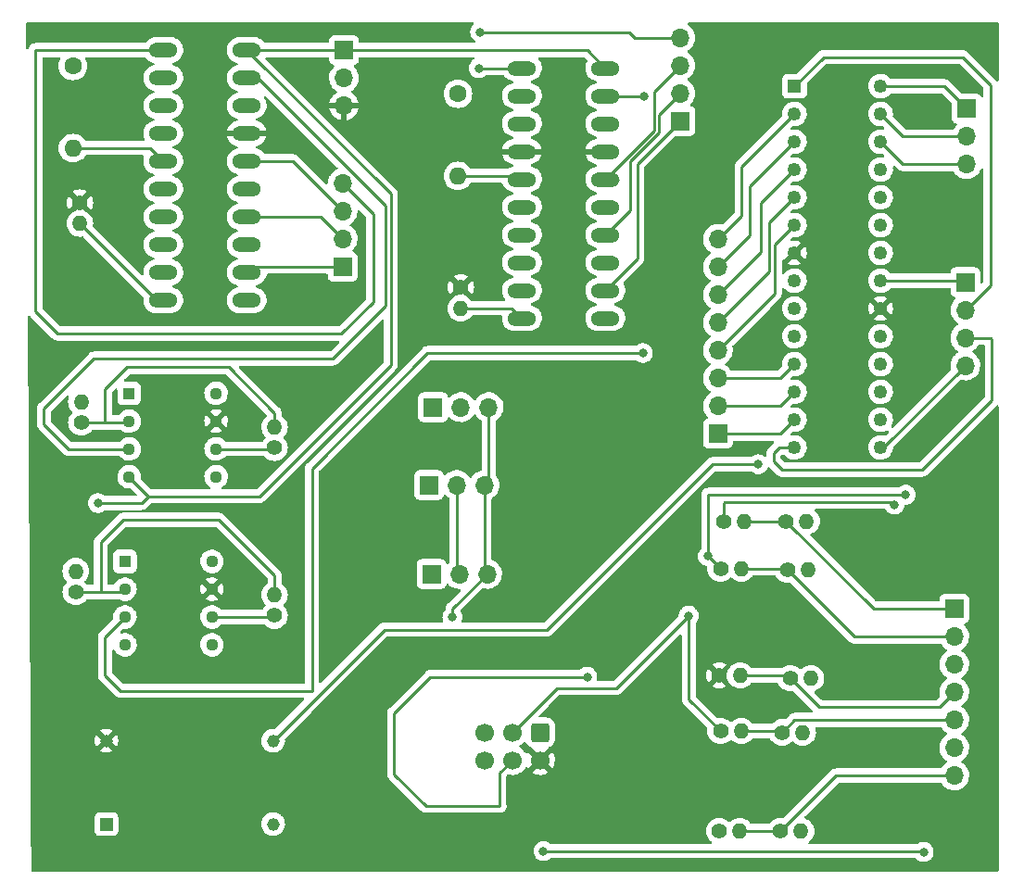
<source format=gbr>
%TF.GenerationSoftware,KiCad,Pcbnew,(6.0.1)*%
%TF.CreationDate,2022-03-29T22:20:04-05:00*%
%TF.ProjectId,microcontroller_board_ATMEGA_TH,6d696372-6f63-46f6-9e74-726f6c6c6572,rev?*%
%TF.SameCoordinates,Original*%
%TF.FileFunction,Copper,L1,Top*%
%TF.FilePolarity,Positive*%
%FSLAX46Y46*%
G04 Gerber Fmt 4.6, Leading zero omitted, Abs format (unit mm)*
G04 Created by KiCad (PCBNEW (6.0.1)) date 2022-03-29 22:20:04*
%MOMM*%
%LPD*%
G01*
G04 APERTURE LIST*
G04 Aperture macros list*
%AMRoundRect*
0 Rectangle with rounded corners*
0 $1 Rounding radius*
0 $2 $3 $4 $5 $6 $7 $8 $9 X,Y pos of 4 corners*
0 Add a 4 corners polygon primitive as box body*
4,1,4,$2,$3,$4,$5,$6,$7,$8,$9,$2,$3,0*
0 Add four circle primitives for the rounded corners*
1,1,$1+$1,$2,$3*
1,1,$1+$1,$4,$5*
1,1,$1+$1,$6,$7*
1,1,$1+$1,$8,$9*
0 Add four rect primitives between the rounded corners*
20,1,$1+$1,$2,$3,$4,$5,0*
20,1,$1+$1,$4,$5,$6,$7,0*
20,1,$1+$1,$6,$7,$8,$9,0*
20,1,$1+$1,$8,$9,$2,$3,0*%
G04 Aperture macros list end*
%TA.AperFunction,ComponentPad*%
%ADD10R,1.700000X1.700000*%
%TD*%
%TA.AperFunction,ComponentPad*%
%ADD11O,1.700000X1.700000*%
%TD*%
%TA.AperFunction,ComponentPad*%
%ADD12RoundRect,0.250000X-0.600000X0.600000X-0.600000X-0.600000X0.600000X-0.600000X0.600000X0.600000X0*%
%TD*%
%TA.AperFunction,ComponentPad*%
%ADD13C,1.700000*%
%TD*%
%TA.AperFunction,ComponentPad*%
%ADD14C,1.400000*%
%TD*%
%TA.AperFunction,ComponentPad*%
%ADD15O,1.400000X1.400000*%
%TD*%
%TA.AperFunction,ComponentPad*%
%ADD16O,2.641600X1.320800*%
%TD*%
%TA.AperFunction,ComponentPad*%
%ADD17R,1.130000X1.130000*%
%TD*%
%TA.AperFunction,ComponentPad*%
%ADD18C,1.130000*%
%TD*%
%TA.AperFunction,ComponentPad*%
%ADD19R,1.158000X1.158000*%
%TD*%
%TA.AperFunction,ComponentPad*%
%ADD20C,1.158000*%
%TD*%
%TA.AperFunction,ComponentPad*%
%ADD21C,1.600000*%
%TD*%
%TA.AperFunction,ComponentPad*%
%ADD22O,1.600000X1.600000*%
%TD*%
%TA.AperFunction,ComponentPad*%
%ADD23R,1.250000X1.250000*%
%TD*%
%TA.AperFunction,ComponentPad*%
%ADD24C,1.250000*%
%TD*%
%TA.AperFunction,ViaPad*%
%ADD25C,0.800000*%
%TD*%
%TA.AperFunction,Conductor*%
%ADD26C,0.254000*%
%TD*%
%TA.AperFunction,Conductor*%
%ADD27C,0.250000*%
%TD*%
G04 APERTURE END LIST*
D10*
%TO.P,J7,1,Pin_1*%
%TO.N,Net-(IC2-Pad12)*%
X128524000Y-44958000D03*
D11*
%TO.P,J7,2,Pin_2*%
%TO.N,Net-(IC2-Pad14)*%
X128524000Y-42418000D03*
%TO.P,J7,3,Pin_3*%
%TO.N,Net-(IC2-Pad16)*%
X128524000Y-39878000D03*
%TO.P,J7,4,Pin_4*%
%TO.N,Net-(IC2-Pad1)*%
X128524000Y-37338000D03*
%TD*%
D12*
%TO.P,J11,1,MISO*%
%TO.N,Net-(R19-Pad1)*%
X115697000Y-100838000D03*
D13*
%TO.P,J11,2,VCC*%
%TO.N,+5V*%
X115697000Y-103378000D03*
%TO.P,J11,3,SCK*%
%TO.N,Net-(R15-Pad1)*%
X113157000Y-100838000D03*
%TO.P,J11,4,MOSI*%
%TO.N,Net-(R9-Pad1)*%
X113157000Y-103378000D03*
%TO.P,J11,5,~{RST}*%
%TO.N,Net-(J6-Pad2)*%
X110617000Y-100838000D03*
%TO.P,J11,6,GND*%
%TO.N,GND*%
X110617000Y-103378000D03*
%TD*%
D14*
%TO.P,R13,1*%
%TO.N,+5V*%
X132085004Y-95631000D03*
D15*
%TO.P,R13,2*%
%TO.N,Net-(J8-Pad4)*%
X133985004Y-95631000D03*
%TD*%
D14*
%TO.P,R4,1*%
%TO.N,Net-(R4-Pad1)*%
X73279000Y-88011000D03*
D15*
%TO.P,R4,2*%
%TO.N,GND*%
X73279000Y-86111000D03*
%TD*%
D11*
%TO.P,J5,3,Pin_3*%
%TO.N,+5V*%
X97790000Y-43561000D03*
%TO.P,J5,2,Pin_2*%
%TO.N,GND*%
X97790000Y-41021000D03*
D10*
%TO.P,J5,1,Pin_1*%
%TO.N,-5V*%
X97790000Y-38481000D03*
%TD*%
D16*
%TO.P,IC2,1,REF*%
%TO.N,Net-(IC2-Pad1)*%
X114046000Y-40132000D03*
%TO.P,IC2,2*%
%TO.N,GND*%
X114046000Y-42672000D03*
%TO.P,IC2,3,A0*%
X114046000Y-45212000D03*
%TO.P,IC2,4,A1*%
%TO.N,+5V*%
X114046000Y-47752000D03*
%TO.P,IC2,5,COSC*%
%TO.N,Net-(C2-Pad2)*%
X114046000Y-50292000D03*
%TO.P,IC2,6*%
%TO.N,GND*%
X114046000Y-52832000D03*
%TO.P,IC2,7,DADJ*%
X114046000Y-55372000D03*
%TO.P,IC2,8,FADJ*%
X114046000Y-57912000D03*
%TO.P,IC2,9*%
X114046000Y-60452000D03*
%TO.P,IC2,10,IIN*%
%TO.N,Net-(IC2-Pad10)*%
X114046000Y-62992000D03*
%TO.P,IC2,11*%
%TO.N,GND*%
X121666000Y-62992000D03*
%TO.P,IC2,12,PDO*%
%TO.N,Net-(IC2-Pad12)*%
X121666000Y-60452000D03*
%TO.P,IC2,13,PDI*%
%TO.N,GND*%
X121666000Y-57912000D03*
%TO.P,IC2,14,SYNC*%
%TO.N,Net-(IC2-Pad14)*%
X121666000Y-55372000D03*
%TO.P,IC2,15,DGND*%
%TO.N,GND*%
X121666000Y-52832000D03*
%TO.P,IC2,16,DV+*%
%TO.N,Net-(IC2-Pad16)*%
X121666000Y-50292000D03*
%TO.P,IC2,17,V+*%
%TO.N,+5V*%
X121666000Y-47752000D03*
%TO.P,IC2,18*%
%TO.N,GND*%
X121666000Y-45212000D03*
%TO.P,IC2,19,OUT*%
%TO.N,Net-(IC2-Pad19)*%
X121666000Y-42672000D03*
%TO.P,IC2,20,V-*%
%TO.N,-5V*%
X121666000Y-40132000D03*
%TD*%
D10*
%TO.P,J6,1,Pin_1*%
%TO.N,Net-(J6-Pad1)*%
X154559000Y-59690000D03*
D11*
%TO.P,J6,2,Pin_2*%
%TO.N,Net-(J6-Pad2)*%
X154559000Y-62230000D03*
%TO.P,J6,3,Pin_3*%
%TO.N,Net-(J6-Pad3)*%
X154559000Y-64770000D03*
%TO.P,J6,4,Pin_4*%
%TO.N,Net-(J6-Pad4)*%
X154559000Y-67310000D03*
%TD*%
D10*
%TO.P,J1,1,Pin_1*%
%TO.N,Net-(J1-Pad1)*%
X105933011Y-71120000D03*
D11*
%TO.P,J1,2,Pin_2*%
%TO.N,Net-(J1-Pad2)*%
X108473011Y-71120000D03*
%TO.P,J1,3,Pin_3*%
%TO.N,Net-(J1-Pad3)*%
X111013011Y-71120000D03*
%TD*%
D17*
%TO.P,U2,1,OFFSET_N1*%
%TO.N,unconnected-(U2-Pad1)*%
X77776496Y-85217000D03*
D18*
%TO.P,U2,2,IN-*%
%TO.N,Net-(R4-Pad1)*%
X77776496Y-87757000D03*
%TO.P,U2,3,IN+*%
%TO.N,Net-(IC2-Pad19)*%
X77776496Y-90297000D03*
%TO.P,U2,4,VCC-*%
%TO.N,-5V*%
X77776496Y-92837000D03*
%TO.P,U2,5,OFFSET_N2*%
%TO.N,unconnected-(U2-Pad5)*%
X85716496Y-92837000D03*
%TO.P,U2,6,OUT*%
%TO.N,Net-(J1-Pad3)*%
X85716496Y-90297000D03*
%TO.P,U2,7,VCC+*%
%TO.N,+5V*%
X85716496Y-87757000D03*
%TO.P,U2,8*%
%TO.N,N/C*%
X85716496Y-85217000D03*
%TD*%
D10*
%TO.P,J9,1,Pin_1*%
%TO.N,Net-(J9-Pad1)*%
X154686000Y-43830011D03*
D11*
%TO.P,J9,2,Pin_2*%
%TO.N,Net-(J9-Pad2)*%
X154686000Y-46370011D03*
%TO.P,J9,3,Pin_3*%
%TO.N,Net-(J9-Pad3)*%
X154686000Y-48910011D03*
%TD*%
D10*
%TO.P,J8,1,Pin_1*%
%TO.N,Net-(J8-Pad1)*%
X153543000Y-89535000D03*
D11*
%TO.P,J8,2,Pin_2*%
%TO.N,Net-(J8-Pad2)*%
X153543000Y-92075000D03*
%TO.P,J8,3,Pin_3*%
%TO.N,GND*%
X153543000Y-94615000D03*
%TO.P,J8,4,Pin_4*%
%TO.N,Net-(J8-Pad4)*%
X153543000Y-97155000D03*
%TO.P,J8,5,Pin_5*%
%TO.N,Net-(J8-Pad5)*%
X153543000Y-99695000D03*
%TO.P,J8,6,Pin_6*%
%TO.N,GND*%
X153543000Y-102235000D03*
%TO.P,J8,7,Pin_7*%
%TO.N,Net-(J8-Pad7)*%
X153543000Y-104775000D03*
%TD*%
D14*
%TO.P,R20,1*%
%TO.N,Net-(J8-Pad7)*%
X137651998Y-109855000D03*
D15*
%TO.P,R20,2*%
%TO.N,GND*%
X139551998Y-109855000D03*
%TD*%
D14*
%TO.P,R8,1*%
%TO.N,Net-(J8-Pad1)*%
X138159998Y-81534000D03*
D15*
%TO.P,R8,2*%
%TO.N,GND*%
X140059998Y-81534000D03*
%TD*%
D14*
%TO.P,R16,1*%
%TO.N,Net-(J8-Pad5)*%
X137800004Y-100838000D03*
D15*
%TO.P,R16,2*%
%TO.N,GND*%
X139700004Y-100838000D03*
%TD*%
D19*
%TO.P,Y1,1*%
%TO.N,N/C*%
X76073000Y-109220000D03*
D20*
%TO.P,Y1,7,CASE_GND*%
%TO.N,GND*%
X91313000Y-109220000D03*
%TO.P,Y1,8,OUTPUT*%
%TO.N,Net-(U3-Pad9)*%
X91313000Y-101600000D03*
%TO.P,Y1,14,+VDC*%
%TO.N,+5V*%
X76073000Y-101600000D03*
%TD*%
D21*
%TO.P,C2,1*%
%TO.N,GND*%
X108204000Y-42478000D03*
D22*
%TO.P,C2,2*%
%TO.N,Net-(C2-Pad2)*%
X108204000Y-49978000D03*
%TD*%
D14*
%TO.P,R10,1*%
%TO.N,Net-(J8-Pad2)*%
X138303000Y-85979000D03*
D15*
%TO.P,R10,2*%
%TO.N,GND*%
X140203000Y-85979000D03*
%TD*%
D10*
%TO.P,J4,1,Pin_1*%
%TO.N,Net-(IC1-Pad12)*%
X97663000Y-58282992D03*
D11*
%TO.P,J4,2,Pin_2*%
%TO.N,Net-(IC1-Pad14)*%
X97663000Y-55742992D03*
%TO.P,J4,3,Pin_3*%
%TO.N,Net-(IC1-Pad16)*%
X97663000Y-53202992D03*
%TO.P,J4,4,Pin_4*%
%TO.N,Net-(IC1-Pad1)*%
X97663000Y-50662992D03*
%TD*%
D14*
%TO.P,R3,1*%
%TO.N,Net-(J1-Pad2)*%
X91440000Y-74819000D03*
D15*
%TO.P,R3,2*%
%TO.N,Net-(R2-Pad1)*%
X91440000Y-72919000D03*
%TD*%
%TO.P,R7,2*%
%TO.N,Net-(J8-Pad1)*%
X134344998Y-81534000D03*
D14*
%TO.P,R7,1*%
%TO.N,Net-(R7-Pad1)*%
X132444998Y-81534000D03*
%TD*%
D17*
%TO.P,U1,1,OFFSET_N1*%
%TO.N,unconnected-(U1-Pad1)*%
X78157496Y-69850000D03*
D18*
%TO.P,U1,2,IN-*%
%TO.N,Net-(R2-Pad1)*%
X78157496Y-72390000D03*
%TO.P,U1,3,IN+*%
%TO.N,Net-(IC1-Pad19)*%
X78157496Y-74930000D03*
%TO.P,U1,4,VCC-*%
%TO.N,-5V*%
X78157496Y-77470000D03*
%TO.P,U1,5,OFFSET_N2*%
%TO.N,unconnected-(U1-Pad5)*%
X86097496Y-77470000D03*
%TO.P,U1,6,OUT*%
%TO.N,Net-(J1-Pad2)*%
X86097496Y-74930000D03*
%TO.P,U1,7,VCC+*%
%TO.N,+5V*%
X86097496Y-72390000D03*
%TO.P,U1,8*%
%TO.N,N/C*%
X86097496Y-69850000D03*
%TD*%
D14*
%TO.P,R2,1*%
%TO.N,Net-(R2-Pad1)*%
X73787000Y-72517000D03*
D15*
%TO.P,R2,2*%
%TO.N,GND*%
X73787000Y-70617000D03*
%TD*%
D11*
%TO.P,J2,3,Pin_3*%
%TO.N,Net-(J1-Pad3)*%
X110632011Y-78232000D03*
%TO.P,J2,2,Pin_2*%
%TO.N,Net-(J1-Pad2)*%
X108092011Y-78232000D03*
D10*
%TO.P,J2,1,Pin_1*%
%TO.N,Net-(J2-Pad1)*%
X105552011Y-78232000D03*
%TD*%
D14*
%TO.P,R5,1*%
%TO.N,Net-(J1-Pad3)*%
X91440000Y-90165000D03*
D15*
%TO.P,R5,2*%
%TO.N,Net-(R4-Pad1)*%
X91440000Y-88265000D03*
%TD*%
D10*
%TO.P,J3,1,Pin_1*%
%TO.N,Net-(J3-Pad1)*%
X105791000Y-86360000D03*
D11*
%TO.P,J3,2,Pin_2*%
%TO.N,Net-(J1-Pad2)*%
X108331000Y-86360000D03*
%TO.P,J3,3,Pin_3*%
%TO.N,Net-(J1-Pad3)*%
X110871000Y-86360000D03*
%TD*%
D14*
%TO.P,R15,1*%
%TO.N,Net-(R15-Pad1)*%
X132190998Y-100711000D03*
D15*
%TO.P,R15,2*%
%TO.N,Net-(J8-Pad5)*%
X134090998Y-100711000D03*
%TD*%
D23*
%TO.P,U3,1,PC6(PCINT14/~{RESET})*%
%TO.N,Net-(J6-Pad2)*%
X138938000Y-41783000D03*
D24*
%TO.P,U3,2,PD0(PCINT16/RXD)*%
%TO.N,Net-(J10-Pad8)*%
X138938000Y-44323000D03*
%TO.P,U3,3,PD1(PCINT17/TXD)*%
%TO.N,Net-(J10-Pad7)*%
X138938000Y-46863000D03*
%TO.P,U3,4,PD2(PCINT18/INT0)*%
%TO.N,Net-(J10-Pad6)*%
X138938000Y-49403000D03*
%TO.P,U3,5,PD3(PCINT19/OC2B/INT1)*%
%TO.N,Net-(J10-Pad5)*%
X138938000Y-51943000D03*
%TO.P,U3,6,PD4(PCINT20/XCK/T0)*%
%TO.N,Net-(J10-Pad4)*%
X138938000Y-54483000D03*
%TO.P,U3,7,VCC*%
%TO.N,+5V*%
X138938000Y-57023000D03*
%TO.P,U3,8,GND*%
%TO.N,GND*%
X138938000Y-59563000D03*
%TO.P,U3,9,PB6(PCINT6/XTAL1/TOSC1)*%
%TO.N,Net-(U3-Pad9)*%
X138938000Y-62103000D03*
%TO.P,U3,10,PB7(PCINT7/XTAL2/TOSC2)*%
%TO.N,unconnected-(U3-Pad10)*%
X138938000Y-64643000D03*
%TO.P,U3,11,PD5(PCINT21/OC0B/T1)*%
%TO.N,Net-(J10-Pad3)*%
X138938000Y-67183000D03*
%TO.P,U3,12,PD6(PCINT22/OC0A/AIN0)*%
%TO.N,Net-(J10-Pad2)*%
X138938000Y-69723000D03*
%TO.P,U3,13,PD7(PCINT23/AIN1)*%
%TO.N,Net-(J10-Pad1)*%
X138938000Y-72263000D03*
%TO.P,U3,14,PB0(PCINT0/CLKO/ICP1)*%
%TO.N,Net-(J6-Pad3)*%
X138938000Y-74803000D03*
%TO.P,U3,15,PB1(OC1A/PCINT1)*%
%TO.N,Net-(J6-Pad4)*%
X146812000Y-74803000D03*
%TO.P,U3,16,PB2(~{SS}/OC1B/PCINT2)*%
%TO.N,Net-(R7-Pad1)*%
X146812000Y-72263000D03*
%TO.P,U3,17,PB3(MOSI/OC2A/PCINT3)*%
%TO.N,Net-(R9-Pad1)*%
X146812000Y-69723000D03*
%TO.P,U3,18,PB4(MISO/PCINT4)*%
%TO.N,Net-(R19-Pad1)*%
X146812000Y-67183000D03*
%TO.P,U3,19,PB5(SCK/PCINT5)*%
%TO.N,Net-(R15-Pad1)*%
X146812000Y-64643000D03*
%TO.P,U3,20,AVCC*%
%TO.N,+5V*%
X146812000Y-62103000D03*
%TO.P,U3,21,AREF*%
%TO.N,Net-(J6-Pad1)*%
X146812000Y-59563000D03*
%TO.P,U3,22,GND*%
%TO.N,GND*%
X146812000Y-57023000D03*
%TO.P,U3,23,PC0(ADC0/PCINT8)*%
%TO.N,Net-(J1-Pad1)*%
X146812000Y-54483000D03*
%TO.P,U3,24,PC1(ADC1/PCINT9)*%
%TO.N,Net-(J2-Pad1)*%
X146812000Y-51943000D03*
%TO.P,U3,25,PC2(ADC2/PCINT10)*%
%TO.N,Net-(J3-Pad1)*%
X146812000Y-49403000D03*
%TO.P,U3,26,PC3(ADC3/PCINT11)*%
%TO.N,Net-(J9-Pad3)*%
X146812000Y-46863000D03*
%TO.P,U3,27,PC4(ADC4/SDA/PCINT12)*%
%TO.N,Net-(J9-Pad2)*%
X146812000Y-44323000D03*
%TO.P,U3,28,PC5(ADC5/SCL/PCINT13)*%
%TO.N,Net-(J9-Pad1)*%
X146812000Y-41783000D03*
%TD*%
D14*
%TO.P,R6,1*%
%TO.N,+5V*%
X108458000Y-60182000D03*
D15*
%TO.P,R6,2*%
%TO.N,Net-(IC2-Pad10)*%
X108458000Y-62082000D03*
%TD*%
D14*
%TO.P,R14,1*%
%TO.N,Net-(J8-Pad4)*%
X138557000Y-95885000D03*
D15*
%TO.P,R14,2*%
%TO.N,GND*%
X140457000Y-95885000D03*
%TD*%
D21*
%TO.P,C1,1*%
%TO.N,GND*%
X73025000Y-39938000D03*
D22*
%TO.P,C1,2*%
%TO.N,Net-(C1-Pad2)*%
X73025000Y-47438000D03*
%TD*%
D10*
%TO.P,J10,1,Pin_1*%
%TO.N,Net-(J10-Pad1)*%
X131953000Y-73533000D03*
D11*
%TO.P,J10,2,Pin_2*%
%TO.N,Net-(J10-Pad2)*%
X131953000Y-70993000D03*
%TO.P,J10,3,Pin_3*%
%TO.N,Net-(J10-Pad3)*%
X131953000Y-68453000D03*
%TO.P,J10,4,Pin_4*%
%TO.N,Net-(J10-Pad4)*%
X131953000Y-65913000D03*
%TO.P,J10,5,Pin_5*%
%TO.N,Net-(J10-Pad5)*%
X131953000Y-63373000D03*
%TO.P,J10,6,Pin_6*%
%TO.N,Net-(J10-Pad6)*%
X131953000Y-60833000D03*
%TO.P,J10,7,Pin_7*%
%TO.N,Net-(J10-Pad7)*%
X131953000Y-58293000D03*
%TO.P,J10,8,Pin_8*%
%TO.N,Net-(J10-Pad8)*%
X131953000Y-55753000D03*
%TD*%
D14*
%TO.P,R9,1*%
%TO.N,Net-(R9-Pad1)*%
X132190998Y-85852000D03*
D15*
%TO.P,R9,2*%
%TO.N,Net-(J8-Pad2)*%
X134090998Y-85852000D03*
%TD*%
D16*
%TO.P,IC1,1,REF*%
%TO.N,Net-(IC1-Pad1)*%
X81280000Y-38481000D03*
%TO.P,IC1,2*%
%TO.N,GND*%
X81280000Y-41021000D03*
%TO.P,IC1,3,A0*%
X81280000Y-43561000D03*
%TO.P,IC1,4,A1*%
X81280000Y-46101000D03*
%TO.P,IC1,5,COSC*%
%TO.N,Net-(C1-Pad2)*%
X81280000Y-48641000D03*
%TO.P,IC1,6*%
%TO.N,GND*%
X81280000Y-51181000D03*
%TO.P,IC1,7,DADJ*%
X81280000Y-53721000D03*
%TO.P,IC1,8,FADJ*%
X81280000Y-56261000D03*
%TO.P,IC1,9*%
X81280000Y-58801000D03*
%TO.P,IC1,10,IIN*%
%TO.N,Net-(IC1-Pad10)*%
X81280000Y-61341000D03*
%TO.P,IC1,11*%
%TO.N,GND*%
X88900000Y-61341000D03*
%TO.P,IC1,12,PDO*%
%TO.N,Net-(IC1-Pad12)*%
X88900000Y-58801000D03*
%TO.P,IC1,13,PDI*%
%TO.N,GND*%
X88900000Y-56261000D03*
%TO.P,IC1,14,SYNC*%
%TO.N,Net-(IC1-Pad14)*%
X88900000Y-53721000D03*
%TO.P,IC1,15,DGND*%
%TO.N,GND*%
X88900000Y-51181000D03*
%TO.P,IC1,16,DV+*%
%TO.N,Net-(IC1-Pad16)*%
X88900000Y-48641000D03*
%TO.P,IC1,17,V+*%
%TO.N,+5V*%
X88900000Y-46101000D03*
%TO.P,IC1,18*%
%TO.N,GND*%
X88900000Y-43561000D03*
%TO.P,IC1,19,OUT*%
%TO.N,Net-(IC1-Pad19)*%
X88900000Y-41021000D03*
%TO.P,IC1,20,V-*%
%TO.N,-5V*%
X88900000Y-38481000D03*
%TD*%
D14*
%TO.P,R19,1*%
%TO.N,Net-(R19-Pad1)*%
X132063998Y-109855000D03*
D15*
%TO.P,R19,2*%
%TO.N,Net-(J8-Pad7)*%
X133963998Y-109855000D03*
%TD*%
D14*
%TO.P,R1,1*%
%TO.N,+5V*%
X73660000Y-52435000D03*
D15*
%TO.P,R1,2*%
%TO.N,Net-(IC1-Pad10)*%
X73660000Y-54335000D03*
%TD*%
D25*
%TO.N,-5V*%
X75311000Y-79883000D03*
%TO.N,Net-(IC2-Pad1)*%
X110109000Y-40132000D03*
X110236000Y-36830000D03*
%TO.N,Net-(IC2-Pad19)*%
X125222000Y-42672000D03*
X125095000Y-66167000D03*
%TO.N,Net-(J1-Pad3)*%
X107696000Y-90297000D03*
%TO.N,Net-(J6-Pad2)*%
X150749000Y-111760000D03*
X116014500Y-111696500D03*
%TO.N,Net-(R7-Pad1)*%
X148082000Y-80010000D03*
%TO.N,Net-(R9-Pad1)*%
X131048000Y-84725000D03*
X149098000Y-79121000D03*
X120015000Y-95758000D03*
%TO.N,Net-(R15-Pad1)*%
X129286000Y-90170000D03*
%TO.N,Net-(U3-Pad9)*%
X135636000Y-76327000D03*
%TD*%
D26*
%TO.N,Net-(C1-Pad2)*%
X80077000Y-47438000D02*
X81280000Y-48641000D01*
X73025000Y-47438000D02*
X80077000Y-47438000D01*
%TO.N,Net-(C2-Pad2)*%
X108204000Y-49978000D02*
X113732000Y-49978000D01*
X113732000Y-49978000D02*
X114046000Y-50292000D01*
%TO.N,Net-(IC1-Pad1)*%
X97536000Y-64389000D02*
X71628000Y-64389000D01*
X69596000Y-38481000D02*
X81280000Y-38481000D01*
X97663000Y-50663000D02*
X100457000Y-53457000D01*
X100457000Y-53457000D02*
X100457000Y-61468000D01*
X71628000Y-64389000D02*
X69596000Y-62357000D01*
X100457000Y-61468000D02*
X97536000Y-64389000D01*
X69596000Y-62357000D02*
X69596000Y-38481000D01*
%TO.N,Net-(IC1-Pad10)*%
X73660000Y-54335000D02*
X80666000Y-61341000D01*
X80666000Y-61341000D02*
X81280000Y-61341000D01*
%TO.N,Net-(IC1-Pad12)*%
X97663000Y-58283000D02*
X89418000Y-58283000D01*
X89418000Y-58283000D02*
X88900000Y-58801000D01*
%TO.N,Net-(IC1-Pad14)*%
X88900000Y-53721000D02*
X95641000Y-53721000D01*
X95641000Y-53721000D02*
X97663000Y-55743000D01*
%TO.N,Net-(IC1-Pad16)*%
X88900000Y-48641000D02*
X93101000Y-48641000D01*
X93101000Y-48641000D02*
X97663000Y-53203000D01*
D27*
%TO.N,+5V*%
X88900000Y-46101000D02*
X89027000Y-46228000D01*
D26*
%TO.N,Net-(IC1-Pad19)*%
X74930000Y-66675000D02*
X96774000Y-66675000D01*
X78157500Y-74930000D02*
X72644000Y-74930000D01*
X72644000Y-74930000D02*
X70358000Y-72644000D01*
X70358000Y-72644000D02*
X70358000Y-71247000D01*
X101600000Y-52705000D02*
X89916000Y-41021000D01*
X70358000Y-71247000D02*
X74930000Y-66675000D01*
X101600000Y-61849000D02*
X101600000Y-52705000D01*
X89916000Y-41021000D02*
X88900000Y-41021000D01*
X96774000Y-66675000D02*
X101600000Y-61849000D01*
%TO.N,-5V*%
X102053520Y-67237480D02*
X90043000Y-79248000D01*
X79935500Y-79248000D02*
X78157500Y-77470000D01*
X102053520Y-51634520D02*
X102053520Y-67237480D01*
X90043000Y-79248000D02*
X79935500Y-79248000D01*
X97790000Y-38481000D02*
X120015000Y-38481000D01*
X79300500Y-79883000D02*
X79935500Y-79248000D01*
X88900000Y-38481000D02*
X102053520Y-51634520D01*
X120015000Y-38481000D02*
X121666000Y-40132000D01*
X75311000Y-79883000D02*
X79300500Y-79883000D01*
X88900000Y-38481000D02*
X97790000Y-38481000D01*
%TO.N,Net-(IC2-Pad1)*%
X124343000Y-37338000D02*
X128524000Y-37338000D01*
X110109000Y-40132000D02*
X114046000Y-40132000D01*
X123835000Y-36830000D02*
X110236000Y-36830000D01*
X123835000Y-36830000D02*
X124343000Y-37338000D01*
%TO.N,Net-(IC2-Pad10)*%
X108458000Y-62082000D02*
X113136000Y-62082000D01*
X113136000Y-62082000D02*
X114046000Y-62992000D01*
%TO.N,Net-(IC2-Pad12)*%
X124587000Y-48895000D02*
X128524000Y-44958000D01*
X124587000Y-57531000D02*
X124587000Y-48895000D01*
X121666000Y-60452000D02*
X124587000Y-57531000D01*
%TO.N,Net-(IC2-Pad14)*%
X123952000Y-53086000D02*
X123952000Y-48647374D01*
X121666000Y-55372000D02*
X123952000Y-53086000D01*
X126564520Y-44377480D02*
X128524000Y-42418000D01*
X126564520Y-46034854D02*
X126564520Y-44377480D01*
X123952000Y-48647374D02*
X126564520Y-46034854D01*
%TO.N,Net-(IC2-Pad16)*%
X121666000Y-50292000D02*
X126111000Y-45847000D01*
X121666000Y-50292000D02*
X122799000Y-50292000D01*
X126111000Y-42291000D02*
X128524000Y-39878000D01*
X126111000Y-45847000D02*
X126111000Y-42291000D01*
%TO.N,Net-(IC2-Pad19)*%
X75946000Y-92127500D02*
X77776500Y-90297000D01*
X94869000Y-76708000D02*
X94869000Y-97028000D01*
X121666000Y-42672000D02*
X125222000Y-42672000D01*
X105410000Y-66167000D02*
X94869000Y-76708000D01*
X125095000Y-66167000D02*
X105410000Y-66167000D01*
X75946000Y-95631000D02*
X75946000Y-92127500D01*
X94869000Y-97028000D02*
X77343000Y-97028000D01*
X77343000Y-97028000D02*
X75946000Y-95631000D01*
%TO.N,Net-(J1-Pad2)*%
X108092000Y-78232000D02*
X108092000Y-86121000D01*
X91329000Y-74930000D02*
X91440000Y-74819000D01*
X108092000Y-86121000D02*
X108331000Y-86360000D01*
X86097500Y-74930000D02*
X91329000Y-74930000D01*
%TO.N,Net-(J1-Pad3)*%
X85716500Y-90297000D02*
X91308000Y-90297000D01*
X107696000Y-90297000D02*
X107696000Y-89535000D01*
X107696000Y-89535000D02*
X110871000Y-86360000D01*
X110632000Y-78232000D02*
X110632000Y-86121000D01*
X111013000Y-77851000D02*
X110632000Y-78232000D01*
X110632000Y-86121000D02*
X110871000Y-86360000D01*
X91308000Y-90297000D02*
X91440000Y-90165000D01*
X111013000Y-71120000D02*
X111013000Y-77851000D01*
%TO.N,Net-(J6-Pad1)*%
X154432000Y-59563000D02*
X154559000Y-59690000D01*
X146812000Y-59563000D02*
X154432000Y-59563000D01*
%TO.N,Net-(J6-Pad2)*%
X141605000Y-39116000D02*
X138938000Y-41783000D01*
D27*
X150685500Y-111696500D02*
X150749000Y-111760000D01*
X116014500Y-111696500D02*
X150685500Y-111696500D01*
D26*
X154559000Y-62230000D02*
X156845000Y-59944000D01*
X156845000Y-59944000D02*
X156845000Y-41656000D01*
X154305000Y-39116000D02*
X141605000Y-39116000D01*
X156845000Y-41656000D02*
X154305000Y-39116000D01*
%TO.N,Net-(J6-Pad3)*%
X150622000Y-76835000D02*
X137795000Y-76835000D01*
X137541000Y-74803000D02*
X138938000Y-74803000D01*
X154559000Y-64770000D02*
X156845000Y-64770000D01*
X137795000Y-76835000D02*
X137033000Y-76073000D01*
X156972000Y-66548000D02*
X156972000Y-70485000D01*
X137033000Y-76073000D02*
X137033000Y-75311000D01*
X156972000Y-70485000D02*
X150622000Y-76835000D01*
X156972000Y-64897000D02*
X156972000Y-66560839D01*
X137033000Y-75311000D02*
X137541000Y-74803000D01*
X156845000Y-64770000D02*
X156972000Y-64897000D01*
%TO.N,Net-(J6-Pad4)*%
X147066000Y-74803000D02*
X146812000Y-74803000D01*
X154559000Y-67310000D02*
X147066000Y-74803000D01*
%TO.N,Net-(J8-Pad1)*%
X146161000Y-89535000D02*
X153543000Y-89535000D01*
X138160000Y-81534000D02*
X146161000Y-89535000D01*
X134345000Y-81534000D02*
X138160000Y-81534000D01*
%TO.N,Net-(J8-Pad2)*%
X144399000Y-92075000D02*
X153543000Y-92075000D01*
X134091000Y-85852000D02*
X138176000Y-85852000D01*
X138303000Y-85979000D02*
X144399000Y-92075000D01*
X138176000Y-85852000D02*
X138303000Y-85979000D01*
%TO.N,Net-(J8-Pad4)*%
X138303000Y-95631000D02*
X138557000Y-95885000D01*
X138557000Y-95885000D02*
X141190489Y-98518489D01*
X133985000Y-95631000D02*
X138303000Y-95631000D01*
X152179511Y-98518489D02*
X153543000Y-97155000D01*
X141190489Y-98518489D02*
X152179511Y-98518489D01*
%TO.N,Net-(J8-Pad5)*%
X134091000Y-100711000D02*
X137673000Y-100711000D01*
X137673000Y-100711000D02*
X137800000Y-100838000D01*
X138943000Y-99695000D02*
X153543000Y-99695000D01*
X137800000Y-100838000D02*
X138943000Y-99695000D01*
%TO.N,Net-(J8-Pad7)*%
X133964000Y-109855000D02*
X137652000Y-109855000D01*
X137652000Y-109855000D02*
X142732000Y-104775000D01*
X142732000Y-104775000D02*
X153543000Y-104775000D01*
%TO.N,Net-(J9-Pad1)*%
X146812000Y-41783000D02*
X152639000Y-41783000D01*
X152639000Y-41783000D02*
X154686000Y-43830000D01*
%TO.N,Net-(J9-Pad2)*%
X146812000Y-44323000D02*
X148859000Y-46370000D01*
X148859000Y-46370000D02*
X154686000Y-46370000D01*
%TO.N,Net-(J9-Pad3)*%
X148859000Y-48910000D02*
X154686000Y-48910000D01*
X146812000Y-46863000D02*
X148859000Y-48910000D01*
%TO.N,Net-(J10-Pad1)*%
X131953000Y-73533000D02*
X137668000Y-73533000D01*
X137668000Y-73533000D02*
X138938000Y-72263000D01*
%TO.N,Net-(J10-Pad2)*%
X137668000Y-70993000D02*
X138938000Y-69723000D01*
X131953000Y-70993000D02*
X137668000Y-70993000D01*
%TO.N,Net-(J10-Pad3)*%
X131953000Y-68453000D02*
X137668000Y-68453000D01*
X137668000Y-68453000D02*
X138938000Y-67183000D01*
%TO.N,Net-(J10-Pad4)*%
X131953000Y-65913000D02*
X137160000Y-60706000D01*
X137160000Y-56261000D02*
X138938000Y-54483000D01*
X137160000Y-60706000D02*
X137160000Y-56261000D01*
%TO.N,Net-(J10-Pad5)*%
X136652000Y-58674000D02*
X136652000Y-54229000D01*
X131953000Y-63373000D02*
X136652000Y-58674000D01*
X136652000Y-54229000D02*
X138938000Y-51943000D01*
%TO.N,Net-(J10-Pad6)*%
X131953000Y-60833000D02*
X135871960Y-56914040D01*
X135871960Y-52469040D02*
X138938000Y-49403000D01*
X135871960Y-56914040D02*
X135871960Y-52469040D01*
%TO.N,Net-(J10-Pad7)*%
X131953000Y-58293000D02*
X134874000Y-55372000D01*
X134874000Y-55372000D02*
X134874000Y-50927000D01*
X134874000Y-50927000D02*
X138938000Y-46863000D01*
%TO.N,Net-(J10-Pad8)*%
X134112000Y-49149000D02*
X138938000Y-44323000D01*
X134112000Y-53594000D02*
X134112000Y-49149000D01*
X131953000Y-55753000D02*
X134112000Y-53594000D01*
%TO.N,Net-(R2-Pad1)*%
X91440000Y-72919000D02*
X91440000Y-71628000D01*
X91440000Y-71628000D02*
X87249000Y-67437000D01*
X77978000Y-67437000D02*
X75946000Y-69469000D01*
X78030500Y-72517000D02*
X78157500Y-72390000D01*
X75946000Y-69469000D02*
X75946000Y-72517000D01*
X73787000Y-72517000D02*
X78030500Y-72517000D01*
X87249000Y-67437000D02*
X77978000Y-67437000D01*
%TO.N,Net-(R4-Pad1)*%
X91440000Y-88265000D02*
X91440000Y-86487000D01*
X75565000Y-88011000D02*
X77522500Y-88011000D01*
X91440000Y-86487000D02*
X86360000Y-81407000D01*
X86360000Y-81407000D02*
X77597000Y-81407000D01*
X77522500Y-88011000D02*
X77776500Y-87757000D01*
X73279000Y-88011000D02*
X75565000Y-88011000D01*
X77597000Y-81407000D02*
X75565000Y-83439000D01*
X75565000Y-83439000D02*
X75565000Y-88011000D01*
%TO.N,Net-(R7-Pad1)*%
X147828000Y-79756000D02*
X148082000Y-80010000D01*
X132445000Y-81534000D02*
X132445000Y-79899000D01*
X132445000Y-79899000D02*
X132588000Y-79756000D01*
X132588000Y-79756000D02*
X147828000Y-79756000D01*
%TO.N,Net-(R9-Pad1)*%
X131064000Y-84725000D02*
X132191000Y-85852000D01*
D27*
X131048000Y-84725000D02*
X131064000Y-84725000D01*
D26*
X131064000Y-84725000D02*
X131064000Y-79121000D01*
D27*
X105664000Y-95758000D02*
X120015000Y-95758000D01*
X112014000Y-107569000D02*
X105283000Y-107569000D01*
X102362000Y-99060000D02*
X105664000Y-95758000D01*
X105283000Y-107569000D02*
X102362000Y-104648000D01*
X113157000Y-103378000D02*
X111982489Y-104552511D01*
X111982489Y-104552511D02*
X111982489Y-107537489D01*
X102362000Y-104648000D02*
X102362000Y-99060000D01*
D26*
X131064000Y-79121000D02*
X149098000Y-79121000D01*
D27*
X111982489Y-107537489D02*
X112014000Y-107569000D01*
D26*
%TO.N,Net-(R15-Pad1)*%
X129286000Y-97806000D02*
X129286000Y-90170000D01*
X117221000Y-96774000D02*
X113157000Y-100838000D01*
X122682000Y-96774000D02*
X117221000Y-96774000D01*
X132191000Y-100711000D02*
X129286000Y-97806000D01*
X129286000Y-90170000D02*
X122682000Y-96774000D01*
%TO.N,Net-(U3-Pad9)*%
X116332000Y-91440000D02*
X101473000Y-91440000D01*
X101473000Y-91440000D02*
X91313000Y-101600000D01*
X131445000Y-76327000D02*
X135636000Y-76327000D01*
X116332000Y-91440000D02*
X131445000Y-76327000D01*
%TD*%
%TA.AperFunction,Conductor*%
%TO.N,+5V*%
G36*
X157549121Y-35961002D02*
G01*
X157595614Y-36014658D01*
X157607000Y-36067000D01*
X157607000Y-41235469D01*
X157586998Y-41303590D01*
X157533342Y-41350083D01*
X157463068Y-41360187D01*
X157398488Y-41330693D01*
X157372547Y-41299609D01*
X157364647Y-41286251D01*
X157351134Y-41263401D01*
X157336747Y-41249014D01*
X157323906Y-41233980D01*
X157316602Y-41223927D01*
X157311942Y-41217513D01*
X157302092Y-41209364D01*
X157294632Y-41203193D01*
X157277750Y-41189227D01*
X157268971Y-41181238D01*
X154810250Y-38722517D01*
X154802674Y-38714191D01*
X154798553Y-38707697D01*
X154748734Y-38660914D01*
X154745893Y-38658160D01*
X154726094Y-38638361D01*
X154722969Y-38635937D01*
X154722960Y-38635929D01*
X154722874Y-38635863D01*
X154713849Y-38628155D01*
X154687285Y-38603210D01*
X154681506Y-38597783D01*
X154663669Y-38587977D01*
X154647153Y-38577127D01*
X154631067Y-38564650D01*
X154590334Y-38547024D01*
X154579686Y-38541807D01*
X154550787Y-38525920D01*
X154540803Y-38520431D01*
X154533128Y-38518460D01*
X154533122Y-38518458D01*
X154521089Y-38515369D01*
X154502387Y-38508966D01*
X154483708Y-38500883D01*
X154443913Y-38494580D01*
X154439873Y-38493940D01*
X154428260Y-38491535D01*
X154385282Y-38480500D01*
X154364935Y-38480500D01*
X154345224Y-38478949D01*
X154332950Y-38477005D01*
X154325121Y-38475765D01*
X154317229Y-38476511D01*
X154280944Y-38479941D01*
X154269086Y-38480500D01*
X141684032Y-38480500D01*
X141672793Y-38479970D01*
X141665281Y-38478291D01*
X141657356Y-38478540D01*
X141657355Y-38478540D01*
X141596970Y-38480438D01*
X141593012Y-38480500D01*
X141565017Y-38480500D01*
X141561083Y-38480997D01*
X141561081Y-38480997D01*
X141560994Y-38481008D01*
X141549160Y-38481940D01*
X141504795Y-38483335D01*
X141497182Y-38485547D01*
X141497181Y-38485547D01*
X141485252Y-38489013D01*
X141465888Y-38493023D01*
X141453560Y-38494580D01*
X141453558Y-38494580D01*
X141445701Y-38495573D01*
X141438337Y-38498489D01*
X141438332Y-38498490D01*
X141404444Y-38511907D01*
X141393215Y-38515752D01*
X141383902Y-38518458D01*
X141350607Y-38528131D01*
X141343781Y-38532168D01*
X141333091Y-38538490D01*
X141315341Y-38547187D01*
X141296412Y-38554681D01*
X141289998Y-38559341D01*
X141260514Y-38580762D01*
X141250594Y-38587278D01*
X141219229Y-38605827D01*
X141219226Y-38605829D01*
X141212402Y-38609865D01*
X141198014Y-38624253D01*
X141182980Y-38637094D01*
X141166513Y-38649058D01*
X141161460Y-38655166D01*
X141138228Y-38683249D01*
X141130238Y-38692029D01*
X139209672Y-40612595D01*
X139147360Y-40646621D01*
X139120577Y-40649500D01*
X138264866Y-40649500D01*
X138202684Y-40656255D01*
X138066295Y-40707385D01*
X137949739Y-40794739D01*
X137862385Y-40911295D01*
X137811255Y-41047684D01*
X137804500Y-41109866D01*
X137804500Y-42456134D01*
X137811255Y-42518316D01*
X137862385Y-42654705D01*
X137949739Y-42771261D01*
X138066295Y-42858615D01*
X138202684Y-42909745D01*
X138264866Y-42916500D01*
X139611134Y-42916500D01*
X139673316Y-42909745D01*
X139809705Y-42858615D01*
X139926261Y-42771261D01*
X140013615Y-42654705D01*
X140064745Y-42518316D01*
X140071500Y-42456134D01*
X140071500Y-41600422D01*
X140091502Y-41532301D01*
X140108405Y-41511327D01*
X141831328Y-39788405D01*
X141893640Y-39754379D01*
X141920423Y-39751500D01*
X153989578Y-39751500D01*
X154057699Y-39771502D01*
X154078673Y-39788405D01*
X156172595Y-41882327D01*
X156206621Y-41944639D01*
X156209500Y-41971422D01*
X156209500Y-42652483D01*
X156189498Y-42720604D01*
X156135842Y-42767097D01*
X156065568Y-42777201D01*
X156000988Y-42747707D01*
X155982674Y-42728048D01*
X155981821Y-42726909D01*
X155899261Y-42616750D01*
X155782705Y-42529396D01*
X155646316Y-42478266D01*
X155584134Y-42471511D01*
X154278434Y-42471511D01*
X154210313Y-42451509D01*
X154189339Y-42434606D01*
X153144250Y-41389517D01*
X153136674Y-41381191D01*
X153132553Y-41374697D01*
X153082734Y-41327914D01*
X153079893Y-41325160D01*
X153060094Y-41305361D01*
X153056969Y-41302937D01*
X153056960Y-41302929D01*
X153056874Y-41302863D01*
X153047849Y-41295155D01*
X153021285Y-41270210D01*
X153015506Y-41264783D01*
X152997669Y-41254977D01*
X152981153Y-41244127D01*
X152965067Y-41231650D01*
X152924334Y-41214024D01*
X152913686Y-41208807D01*
X152902058Y-41202415D01*
X152874803Y-41187431D01*
X152867128Y-41185460D01*
X152867122Y-41185458D01*
X152855089Y-41182369D01*
X152836387Y-41175966D01*
X152817708Y-41167883D01*
X152783872Y-41162524D01*
X152773873Y-41160940D01*
X152762260Y-41158535D01*
X152719282Y-41147500D01*
X152698935Y-41147500D01*
X152679224Y-41145949D01*
X152666950Y-41144005D01*
X152659121Y-41142765D01*
X152651229Y-41143511D01*
X152614944Y-41146941D01*
X152603086Y-41147500D01*
X147815373Y-41147500D01*
X147747252Y-41127498D01*
X147714415Y-41096889D01*
X147661416Y-41025915D01*
X147661415Y-41025914D01*
X147657963Y-41021291D01*
X147504987Y-40879881D01*
X147472046Y-40859097D01*
X147333683Y-40771796D01*
X147328803Y-40768717D01*
X147135311Y-40691522D01*
X146930991Y-40650880D01*
X146925216Y-40650804D01*
X146925212Y-40650804D01*
X146820901Y-40649439D01*
X146722686Y-40648153D01*
X146716989Y-40649132D01*
X146716988Y-40649132D01*
X146523069Y-40682454D01*
X146517372Y-40683433D01*
X146321925Y-40755537D01*
X146316964Y-40758489D01*
X146316963Y-40758489D01*
X146161685Y-40850870D01*
X146142891Y-40862051D01*
X145986266Y-40999407D01*
X145982699Y-41003932D01*
X145982694Y-41003937D01*
X145868041Y-41149374D01*
X145857294Y-41163007D01*
X145854603Y-41168123D01*
X145854601Y-41168125D01*
X145762988Y-41342253D01*
X145760296Y-41347370D01*
X145698520Y-41546322D01*
X145674034Y-41753201D01*
X145687659Y-41961078D01*
X145738938Y-42162991D01*
X145826155Y-42352178D01*
X145946387Y-42522303D01*
X146095609Y-42667669D01*
X146100405Y-42670874D01*
X146100408Y-42670876D01*
X146231281Y-42758322D01*
X146268823Y-42783407D01*
X146274131Y-42785688D01*
X146274132Y-42785688D01*
X146454926Y-42863363D01*
X146454929Y-42863364D01*
X146460229Y-42865641D01*
X146465858Y-42866915D01*
X146465859Y-42866915D01*
X146657778Y-42910342D01*
X146657783Y-42910343D01*
X146663415Y-42911617D01*
X146669186Y-42911844D01*
X146669188Y-42911844D01*
X146731508Y-42914292D01*
X146871577Y-42919796D01*
X146974661Y-42904849D01*
X147072030Y-42890732D01*
X147072035Y-42890731D01*
X147077744Y-42889903D01*
X147083208Y-42888048D01*
X147083213Y-42888047D01*
X147269543Y-42824796D01*
X147275011Y-42822940D01*
X147456772Y-42721149D01*
X147468492Y-42711402D01*
X147612501Y-42591630D01*
X147616939Y-42587939D01*
X147720077Y-42463929D01*
X147779014Y-42424347D01*
X147816950Y-42418500D01*
X152323578Y-42418500D01*
X152391699Y-42438502D01*
X152412673Y-42455405D01*
X153290595Y-43333327D01*
X153324621Y-43395639D01*
X153327500Y-43422422D01*
X153327500Y-44728145D01*
X153334255Y-44790327D01*
X153385385Y-44926716D01*
X153472739Y-45043272D01*
X153589295Y-45130626D01*
X153597704Y-45133778D01*
X153597705Y-45133779D01*
X153706451Y-45174546D01*
X153763216Y-45217187D01*
X153787916Y-45283749D01*
X153772709Y-45353098D01*
X153753316Y-45379579D01*
X153680022Y-45456277D01*
X153626629Y-45512149D01*
X153623715Y-45516421D01*
X153623714Y-45516422D01*
X153512467Y-45679504D01*
X153457556Y-45724507D01*
X153408379Y-45734500D01*
X149174423Y-45734500D01*
X149106302Y-45714498D01*
X149085328Y-45697595D01*
X147970859Y-44583126D01*
X147936833Y-44520814D01*
X147935258Y-44475952D01*
X147948263Y-44386254D01*
X147948263Y-44386251D01*
X147948796Y-44382577D01*
X147950356Y-44323000D01*
X147931294Y-44115551D01*
X147914971Y-44057672D01*
X147876316Y-43920614D01*
X147874747Y-43915050D01*
X147782608Y-43728211D01*
X147696103Y-43612366D01*
X147661416Y-43565915D01*
X147661415Y-43565914D01*
X147657963Y-43561291D01*
X147504987Y-43419881D01*
X147466566Y-43395639D01*
X147333683Y-43311796D01*
X147328803Y-43308717D01*
X147135311Y-43231522D01*
X146930991Y-43190880D01*
X146925216Y-43190804D01*
X146925212Y-43190804D01*
X146820901Y-43189439D01*
X146722686Y-43188153D01*
X146716989Y-43189132D01*
X146716988Y-43189132D01*
X146523069Y-43222454D01*
X146517372Y-43223433D01*
X146321925Y-43295537D01*
X146316964Y-43298489D01*
X146316963Y-43298489D01*
X146153669Y-43395639D01*
X146142891Y-43402051D01*
X145986266Y-43539407D01*
X145982699Y-43543932D01*
X145982694Y-43543937D01*
X145872509Y-43683707D01*
X145857294Y-43703007D01*
X145854603Y-43708123D01*
X145854601Y-43708125D01*
X145762988Y-43882253D01*
X145760296Y-43887370D01*
X145698520Y-44086322D01*
X145674034Y-44293201D01*
X145687659Y-44501078D01*
X145738938Y-44702991D01*
X145826155Y-44892178D01*
X145946387Y-45062303D01*
X146095609Y-45207669D01*
X146100405Y-45210874D01*
X146100408Y-45210876D01*
X146170123Y-45257458D01*
X146268823Y-45323407D01*
X146274131Y-45325688D01*
X146274132Y-45325688D01*
X146454926Y-45403363D01*
X146454929Y-45403364D01*
X146460229Y-45405641D01*
X146465858Y-45406915D01*
X146465859Y-45406915D01*
X146657778Y-45450342D01*
X146657783Y-45450343D01*
X146663415Y-45451617D01*
X146669186Y-45451844D01*
X146669188Y-45451844D01*
X146731508Y-45454292D01*
X146871577Y-45459796D01*
X146877287Y-45458968D01*
X146877289Y-45458968D01*
X146895934Y-45456264D01*
X146964952Y-45446257D01*
X147035236Y-45456277D01*
X147072126Y-45481858D01*
X147124317Y-45534049D01*
X147158343Y-45596361D01*
X147153278Y-45667176D01*
X147110731Y-45724012D01*
X147044211Y-45748823D01*
X147010641Y-45746723D01*
X146936659Y-45732007D01*
X146936654Y-45732007D01*
X146930991Y-45730880D01*
X146925216Y-45730804D01*
X146925212Y-45730804D01*
X146820901Y-45729439D01*
X146722686Y-45728153D01*
X146716989Y-45729132D01*
X146716988Y-45729132D01*
X146523069Y-45762454D01*
X146517372Y-45763433D01*
X146321925Y-45835537D01*
X146316964Y-45838489D01*
X146316963Y-45838489D01*
X146161685Y-45930870D01*
X146142891Y-45942051D01*
X145986266Y-46079407D01*
X145982699Y-46083932D01*
X145982694Y-46083937D01*
X145872509Y-46223707D01*
X145857294Y-46243007D01*
X145854603Y-46248123D01*
X145854601Y-46248125D01*
X145762988Y-46422253D01*
X145760296Y-46427370D01*
X145758583Y-46432887D01*
X145717050Y-46566647D01*
X145698520Y-46626322D01*
X145674034Y-46833201D01*
X145687659Y-47041078D01*
X145738938Y-47242991D01*
X145826155Y-47432178D01*
X145946387Y-47602303D01*
X146095609Y-47747669D01*
X146100405Y-47750874D01*
X146100408Y-47750876D01*
X146170123Y-47797458D01*
X146268823Y-47863407D01*
X146274131Y-47865688D01*
X146274132Y-47865688D01*
X146454926Y-47943363D01*
X146454929Y-47943364D01*
X146460229Y-47945641D01*
X146465858Y-47946915D01*
X146465859Y-47946915D01*
X146657778Y-47990342D01*
X146657783Y-47990343D01*
X146663415Y-47991617D01*
X146669186Y-47991844D01*
X146669188Y-47991844D01*
X146731508Y-47994292D01*
X146871577Y-47999796D01*
X146877287Y-47998968D01*
X146877289Y-47998968D01*
X146895934Y-47996264D01*
X146964952Y-47986257D01*
X147035236Y-47996277D01*
X147072126Y-48021858D01*
X147124317Y-48074049D01*
X147158343Y-48136361D01*
X147153278Y-48207176D01*
X147110731Y-48264012D01*
X147044211Y-48288823D01*
X147010641Y-48286723D01*
X146936659Y-48272007D01*
X146936654Y-48272007D01*
X146930991Y-48270880D01*
X146925216Y-48270804D01*
X146925212Y-48270804D01*
X146820901Y-48269439D01*
X146722686Y-48268153D01*
X146716989Y-48269132D01*
X146716988Y-48269132D01*
X146523069Y-48302454D01*
X146517372Y-48303433D01*
X146321925Y-48375537D01*
X146316964Y-48378489D01*
X146316963Y-48378489D01*
X146177537Y-48461439D01*
X146142891Y-48482051D01*
X145986266Y-48619407D01*
X145982699Y-48623932D01*
X145982694Y-48623937D01*
X145868041Y-48769374D01*
X145857294Y-48783007D01*
X145854603Y-48788123D01*
X145854601Y-48788125D01*
X145768581Y-48951622D01*
X145760296Y-48967370D01*
X145758583Y-48972887D01*
X145705401Y-49144163D01*
X145698520Y-49166322D01*
X145674034Y-49373201D01*
X145687659Y-49581078D01*
X145738938Y-49782991D01*
X145826155Y-49972178D01*
X145946387Y-50142303D01*
X145950521Y-50146330D01*
X146069819Y-50262545D01*
X146095609Y-50287669D01*
X146100405Y-50290874D01*
X146100408Y-50290876D01*
X146170123Y-50337458D01*
X146268823Y-50403407D01*
X146274131Y-50405688D01*
X146274132Y-50405688D01*
X146454926Y-50483363D01*
X146454929Y-50483364D01*
X146460229Y-50485641D01*
X146465858Y-50486915D01*
X146465859Y-50486915D01*
X146657778Y-50530342D01*
X146657783Y-50530343D01*
X146663415Y-50531617D01*
X146669186Y-50531844D01*
X146669188Y-50531844D01*
X146731508Y-50534292D01*
X146871577Y-50539796D01*
X146974661Y-50524849D01*
X147072030Y-50510732D01*
X147072035Y-50510731D01*
X147077744Y-50509903D01*
X147083208Y-50508048D01*
X147083213Y-50508047D01*
X147269543Y-50444796D01*
X147275011Y-50442940D01*
X147456772Y-50341149D01*
X147616939Y-50207939D01*
X147750149Y-50047772D01*
X147851940Y-49866011D01*
X147878890Y-49786620D01*
X147917047Y-49674213D01*
X147917048Y-49674208D01*
X147918903Y-49668744D01*
X147919731Y-49663035D01*
X147919732Y-49663030D01*
X147941828Y-49510632D01*
X147948796Y-49462577D01*
X147950356Y-49403000D01*
X147931361Y-49196282D01*
X147945045Y-49126618D01*
X147994222Y-49075411D01*
X148063276Y-49058919D01*
X148130285Y-49082379D01*
X148145927Y-49095659D01*
X148353745Y-49303477D01*
X148361322Y-49311803D01*
X148365447Y-49318303D01*
X148371225Y-49323729D01*
X148371226Y-49323730D01*
X148415281Y-49365100D01*
X148418123Y-49367855D01*
X148437906Y-49387638D01*
X148441114Y-49390126D01*
X148450143Y-49397837D01*
X148482494Y-49428217D01*
X148489443Y-49432037D01*
X148500329Y-49438022D01*
X148516853Y-49448876D01*
X148532933Y-49461349D01*
X148540210Y-49464498D01*
X148573650Y-49478969D01*
X148584311Y-49484192D01*
X148616247Y-49501749D01*
X148616252Y-49501751D01*
X148623197Y-49505569D01*
X148630871Y-49507539D01*
X148630878Y-49507542D01*
X148642913Y-49510632D01*
X148661618Y-49517036D01*
X148673013Y-49521967D01*
X148680292Y-49525117D01*
X148703274Y-49528757D01*
X148724127Y-49532060D01*
X148735740Y-49534465D01*
X148778718Y-49545500D01*
X148799065Y-49545500D01*
X148818777Y-49547051D01*
X148838879Y-49550235D01*
X148846771Y-49549489D01*
X148883056Y-49546059D01*
X148894914Y-49545500D01*
X153411493Y-49545500D01*
X153479614Y-49565502D01*
X153518926Y-49605665D01*
X153585987Y-49715099D01*
X153732250Y-49883949D01*
X153904126Y-50026643D01*
X154097000Y-50139349D01*
X154101825Y-50141191D01*
X154101826Y-50141192D01*
X154160575Y-50163626D01*
X154305692Y-50219041D01*
X154310760Y-50220072D01*
X154310763Y-50220073D01*
X154418017Y-50241894D01*
X154524597Y-50263578D01*
X154529772Y-50263768D01*
X154529774Y-50263768D01*
X154742673Y-50271575D01*
X154742677Y-50271575D01*
X154747837Y-50271764D01*
X154752957Y-50271108D01*
X154752959Y-50271108D01*
X154964288Y-50244036D01*
X154964289Y-50244036D01*
X154969416Y-50243379D01*
X154974366Y-50241894D01*
X155178429Y-50180672D01*
X155178434Y-50180670D01*
X155183384Y-50179185D01*
X155383994Y-50080907D01*
X155565860Y-49951184D01*
X155577413Y-49939672D01*
X155695156Y-49822339D01*
X155724096Y-49793500D01*
X155727609Y-49788612D01*
X155851435Y-49616288D01*
X155854453Y-49612088D01*
X155856987Y-49606962D01*
X155951136Y-49416464D01*
X155951137Y-49416462D01*
X155953430Y-49411822D01*
X155962943Y-49380513D01*
X156001882Y-49321151D01*
X156066736Y-49292263D01*
X156136913Y-49303024D01*
X156190131Y-49350017D01*
X156209500Y-49417143D01*
X156209500Y-59628577D01*
X156189498Y-59696698D01*
X156172595Y-59717672D01*
X156132595Y-59757672D01*
X156070283Y-59791698D01*
X155999468Y-59786633D01*
X155942632Y-59744086D01*
X155917821Y-59677566D01*
X155917500Y-59668577D01*
X155917500Y-58791866D01*
X155910745Y-58729684D01*
X155859615Y-58593295D01*
X155772261Y-58476739D01*
X155655705Y-58389385D01*
X155519316Y-58338255D01*
X155457134Y-58331500D01*
X153660866Y-58331500D01*
X153598684Y-58338255D01*
X153462295Y-58389385D01*
X153345739Y-58476739D01*
X153258385Y-58593295D01*
X153207255Y-58729684D01*
X153200500Y-58791866D01*
X153200500Y-58801500D01*
X153180498Y-58869621D01*
X153126842Y-58916114D01*
X153074500Y-58927500D01*
X147815373Y-58927500D01*
X147747252Y-58907498D01*
X147714415Y-58876889D01*
X147661416Y-58805915D01*
X147661415Y-58805914D01*
X147657963Y-58801291D01*
X147504987Y-58659881D01*
X147472046Y-58639097D01*
X147333683Y-58551796D01*
X147328803Y-58548717D01*
X147135311Y-58471522D01*
X146930991Y-58430880D01*
X146925216Y-58430804D01*
X146925212Y-58430804D01*
X146820901Y-58429439D01*
X146722686Y-58428153D01*
X146716989Y-58429132D01*
X146716988Y-58429132D01*
X146523069Y-58462454D01*
X146517372Y-58463433D01*
X146321925Y-58535537D01*
X146316964Y-58538489D01*
X146316963Y-58538489D01*
X146161685Y-58630870D01*
X146142891Y-58642051D01*
X145986266Y-58779407D01*
X145982699Y-58783932D01*
X145982694Y-58783937D01*
X145868041Y-58929374D01*
X145857294Y-58943007D01*
X145854603Y-58948123D01*
X145854601Y-58948125D01*
X145762988Y-59122253D01*
X145760296Y-59127370D01*
X145698520Y-59326322D01*
X145674034Y-59533201D01*
X145687659Y-59741078D01*
X145738938Y-59942991D01*
X145826155Y-60132178D01*
X145946387Y-60302303D01*
X146010844Y-60365094D01*
X146090795Y-60442979D01*
X146095609Y-60447669D01*
X146100405Y-60450874D01*
X146100408Y-60450876D01*
X146170123Y-60497458D01*
X146268823Y-60563407D01*
X146274131Y-60565688D01*
X146274132Y-60565688D01*
X146454926Y-60643363D01*
X146454929Y-60643364D01*
X146460229Y-60645641D01*
X146465858Y-60646915D01*
X146465859Y-60646915D01*
X146657778Y-60690342D01*
X146657783Y-60690343D01*
X146663415Y-60691617D01*
X146669186Y-60691844D01*
X146669188Y-60691844D01*
X146731508Y-60694292D01*
X146871577Y-60699796D01*
X146974660Y-60684850D01*
X147072030Y-60670732D01*
X147072035Y-60670731D01*
X147077744Y-60669903D01*
X147083208Y-60668048D01*
X147083213Y-60668047D01*
X147269543Y-60604796D01*
X147275011Y-60602940D01*
X147456772Y-60501149D01*
X147616939Y-60367939D01*
X147720077Y-60243929D01*
X147779014Y-60204347D01*
X147816950Y-60198500D01*
X153074500Y-60198500D01*
X153142621Y-60218502D01*
X153189114Y-60272158D01*
X153200500Y-60324500D01*
X153200500Y-60588134D01*
X153207255Y-60650316D01*
X153258385Y-60786705D01*
X153345739Y-60903261D01*
X153462295Y-60990615D01*
X153470704Y-60993767D01*
X153470705Y-60993768D01*
X153579451Y-61034535D01*
X153636216Y-61077176D01*
X153660916Y-61143738D01*
X153645709Y-61213087D01*
X153626316Y-61239568D01*
X153499629Y-61372138D01*
X153496715Y-61376410D01*
X153496714Y-61376411D01*
X153451407Y-61442829D01*
X153373743Y-61556680D01*
X153371564Y-61561375D01*
X153289303Y-61738592D01*
X153279688Y-61759305D01*
X153219989Y-61974570D01*
X153196251Y-62196695D01*
X153196548Y-62201848D01*
X153196548Y-62201851D01*
X153204772Y-62344475D01*
X153209110Y-62419715D01*
X153210247Y-62424761D01*
X153210248Y-62424767D01*
X153224514Y-62488066D01*
X153258222Y-62637639D01*
X153304744Y-62752210D01*
X153337049Y-62831767D01*
X153342266Y-62844616D01*
X153372650Y-62894198D01*
X153442024Y-63007406D01*
X153458987Y-63035088D01*
X153605250Y-63203938D01*
X153709073Y-63290133D01*
X153758023Y-63330772D01*
X153777126Y-63346632D01*
X153822250Y-63373000D01*
X153850445Y-63389476D01*
X153899169Y-63441114D01*
X153912240Y-63510897D01*
X153885509Y-63576669D01*
X153845055Y-63610027D01*
X153832607Y-63616507D01*
X153828474Y-63619610D01*
X153828471Y-63619612D01*
X153668288Y-63739881D01*
X153653965Y-63750635D01*
X153499629Y-63912138D01*
X153496715Y-63916410D01*
X153496714Y-63916411D01*
X153451407Y-63982829D01*
X153373743Y-64096680D01*
X153350380Y-64147012D01*
X153284071Y-64289863D01*
X153279688Y-64299305D01*
X153219989Y-64514570D01*
X153196251Y-64736695D01*
X153196548Y-64741848D01*
X153196548Y-64741851D01*
X153203887Y-64869137D01*
X153209110Y-64959715D01*
X153210247Y-64964761D01*
X153210248Y-64964767D01*
X153224208Y-65026708D01*
X153258222Y-65177639D01*
X153291056Y-65258500D01*
X153338720Y-65375882D01*
X153342266Y-65384616D01*
X153344965Y-65389020D01*
X153453879Y-65566752D01*
X153458987Y-65575088D01*
X153605250Y-65743938D01*
X153777126Y-65886632D01*
X153816510Y-65909646D01*
X153850445Y-65929476D01*
X153899169Y-65981114D01*
X153912240Y-66050897D01*
X153885509Y-66116669D01*
X153845055Y-66150027D01*
X153832607Y-66156507D01*
X153828474Y-66159610D01*
X153828471Y-66159612D01*
X153668288Y-66279881D01*
X153653965Y-66290635D01*
X153620719Y-66325425D01*
X153530864Y-66419453D01*
X153499629Y-66452138D01*
X153373743Y-66636680D01*
X153342520Y-66703944D01*
X153287488Y-66822502D01*
X153279688Y-66839305D01*
X153219989Y-67054570D01*
X153196251Y-67276695D01*
X153196548Y-67281848D01*
X153196548Y-67281851D01*
X153202011Y-67376590D01*
X153209110Y-67499715D01*
X153210247Y-67504761D01*
X153210248Y-67504767D01*
X153241933Y-67645360D01*
X153237397Y-67716212D01*
X153208111Y-67762156D01*
X147996714Y-72973553D01*
X147934402Y-73007579D01*
X147863587Y-73002514D01*
X147806751Y-72959967D01*
X147781940Y-72893447D01*
X147797685Y-72822892D01*
X147849117Y-72731054D01*
X147849122Y-72731043D01*
X147851940Y-72726011D01*
X147875716Y-72655969D01*
X147917047Y-72534213D01*
X147917048Y-72534208D01*
X147918903Y-72528744D01*
X147919731Y-72523035D01*
X147919732Y-72523030D01*
X147942274Y-72367558D01*
X147948796Y-72322577D01*
X147950356Y-72263000D01*
X147931294Y-72055551D01*
X147924960Y-72033090D01*
X147893259Y-71920688D01*
X147874747Y-71855050D01*
X147782608Y-71668211D01*
X147752955Y-71628500D01*
X147661416Y-71505915D01*
X147661415Y-71505914D01*
X147657963Y-71501291D01*
X147504987Y-71359881D01*
X147498985Y-71356094D01*
X147333683Y-71251796D01*
X147328803Y-71248717D01*
X147135311Y-71171522D01*
X146930991Y-71130880D01*
X146925216Y-71130804D01*
X146925212Y-71130804D01*
X146820901Y-71129439D01*
X146722686Y-71128153D01*
X146716989Y-71129132D01*
X146716988Y-71129132D01*
X146576731Y-71153233D01*
X146517372Y-71163433D01*
X146321925Y-71235537D01*
X146316964Y-71238489D01*
X146316963Y-71238489D01*
X146182931Y-71318230D01*
X146142891Y-71342051D01*
X145986266Y-71479407D01*
X145982699Y-71483932D01*
X145982694Y-71483937D01*
X145860872Y-71638468D01*
X145857294Y-71643007D01*
X145854603Y-71648123D01*
X145854601Y-71648125D01*
X145763081Y-71822077D01*
X145760296Y-71827370D01*
X145743488Y-71881500D01*
X145701130Y-72017918D01*
X145698520Y-72026322D01*
X145674034Y-72233201D01*
X145687659Y-72441078D01*
X145738938Y-72642991D01*
X145826155Y-72832178D01*
X145946387Y-73002303D01*
X146095609Y-73147669D01*
X146100405Y-73150874D01*
X146100408Y-73150876D01*
X146132774Y-73172502D01*
X146268823Y-73263407D01*
X146274131Y-73265688D01*
X146274132Y-73265688D01*
X146454926Y-73343363D01*
X146454929Y-73343364D01*
X146460229Y-73345641D01*
X146465858Y-73346915D01*
X146465859Y-73346915D01*
X146657778Y-73390342D01*
X146657783Y-73390343D01*
X146663415Y-73391617D01*
X146669186Y-73391844D01*
X146669188Y-73391844D01*
X146731508Y-73394292D01*
X146871577Y-73399796D01*
X146979954Y-73384082D01*
X147072030Y-73370732D01*
X147072035Y-73370731D01*
X147077744Y-73369903D01*
X147083208Y-73368048D01*
X147083213Y-73368047D01*
X147265690Y-73306104D01*
X147275011Y-73302940D01*
X147280043Y-73300122D01*
X147280054Y-73300117D01*
X147371892Y-73248685D01*
X147441100Y-73232851D01*
X147507882Y-73256948D01*
X147551035Y-73313325D01*
X147556858Y-73384082D01*
X147522553Y-73447714D01*
X147282236Y-73688031D01*
X147219924Y-73722057D01*
X147146454Y-73715967D01*
X147140683Y-73713665D01*
X147140681Y-73713664D01*
X147135311Y-73711522D01*
X146930991Y-73670880D01*
X146925216Y-73670804D01*
X146925212Y-73670804D01*
X146820901Y-73669439D01*
X146722686Y-73668153D01*
X146716989Y-73669132D01*
X146716988Y-73669132D01*
X146523069Y-73702454D01*
X146517372Y-73703433D01*
X146321925Y-73775537D01*
X146316964Y-73778489D01*
X146316963Y-73778489D01*
X146183642Y-73857807D01*
X146142891Y-73882051D01*
X145986266Y-74019407D01*
X145982699Y-74023932D01*
X145982694Y-74023937D01*
X145867283Y-74170336D01*
X145857294Y-74183007D01*
X145854603Y-74188123D01*
X145854601Y-74188125D01*
X145762988Y-74362253D01*
X145760296Y-74367370D01*
X145698520Y-74566322D01*
X145674034Y-74773201D01*
X145687659Y-74981078D01*
X145738938Y-75182991D01*
X145826155Y-75372178D01*
X145946387Y-75542303D01*
X146095609Y-75687669D01*
X146100405Y-75690874D01*
X146100408Y-75690876D01*
X146207998Y-75762765D01*
X146268823Y-75803407D01*
X146274131Y-75805688D01*
X146274132Y-75805688D01*
X146454926Y-75883363D01*
X146454929Y-75883364D01*
X146460229Y-75885641D01*
X146465858Y-75886915D01*
X146465859Y-75886915D01*
X146657778Y-75930342D01*
X146657783Y-75930343D01*
X146663415Y-75931617D01*
X146669186Y-75931844D01*
X146669188Y-75931844D01*
X146731508Y-75934292D01*
X146871577Y-75939796D01*
X146974660Y-75924850D01*
X147072030Y-75910732D01*
X147072035Y-75910731D01*
X147077744Y-75909903D01*
X147083208Y-75908048D01*
X147083213Y-75908047D01*
X147238311Y-75855398D01*
X147275011Y-75842940D01*
X147456772Y-75741149D01*
X147474083Y-75726752D01*
X147584734Y-75634724D01*
X147616939Y-75607939D01*
X147750149Y-75447772D01*
X147851940Y-75266011D01*
X147878709Y-75187151D01*
X147917047Y-75074213D01*
X147917048Y-75074208D01*
X147918903Y-75068744D01*
X147919731Y-75063035D01*
X147919732Y-75063030D01*
X147948264Y-74866247D01*
X147948264Y-74866245D01*
X147948796Y-74862577D01*
X147948847Y-74860617D01*
X147974433Y-74794782D01*
X147985164Y-74782568D01*
X154105899Y-68661833D01*
X154168211Y-68627807D01*
X154220112Y-68627457D01*
X154397597Y-68663567D01*
X154402772Y-68663757D01*
X154402774Y-68663757D01*
X154615673Y-68671564D01*
X154615677Y-68671564D01*
X154620837Y-68671753D01*
X154625957Y-68671097D01*
X154625959Y-68671097D01*
X154837288Y-68644025D01*
X154837289Y-68644025D01*
X154842416Y-68643368D01*
X154847366Y-68641883D01*
X155051429Y-68580661D01*
X155051434Y-68580659D01*
X155056384Y-68579174D01*
X155256994Y-68480896D01*
X155438860Y-68351173D01*
X155444428Y-68345625D01*
X155587846Y-68202707D01*
X155597096Y-68193489D01*
X155727453Y-68012077D01*
X155737559Y-67991630D01*
X155824136Y-67816453D01*
X155824137Y-67816451D01*
X155826430Y-67811811D01*
X155875274Y-67651046D01*
X155889865Y-67603023D01*
X155889865Y-67603021D01*
X155891370Y-67598069D01*
X155920529Y-67376590D01*
X155920908Y-67361078D01*
X155922074Y-67313365D01*
X155922074Y-67313361D01*
X155922156Y-67310000D01*
X155903852Y-67087361D01*
X155849431Y-66870702D01*
X155760354Y-66665840D01*
X155639014Y-66478277D01*
X155488670Y-66313051D01*
X155484619Y-66309852D01*
X155484615Y-66309848D01*
X155317414Y-66177800D01*
X155317410Y-66177798D01*
X155313359Y-66174598D01*
X155272053Y-66151796D01*
X155222084Y-66101364D01*
X155207312Y-66031921D01*
X155232428Y-65965516D01*
X155259780Y-65938909D01*
X155303603Y-65907650D01*
X155438860Y-65811173D01*
X155478555Y-65771617D01*
X155575256Y-65675253D01*
X155597096Y-65653489D01*
X155609826Y-65635774D01*
X155724438Y-65476273D01*
X155724439Y-65476272D01*
X155727453Y-65472077D01*
X155729742Y-65467445D01*
X155730247Y-65466605D01*
X155782477Y-65418516D01*
X155838250Y-65405500D01*
X156210500Y-65405500D01*
X156278621Y-65425502D01*
X156325114Y-65479158D01*
X156336500Y-65531500D01*
X156336500Y-70169578D01*
X156316498Y-70237699D01*
X156299595Y-70258673D01*
X150395672Y-76162595D01*
X150333360Y-76196621D01*
X150306577Y-76199500D01*
X138110423Y-76199500D01*
X138042302Y-76179498D01*
X138021327Y-76162595D01*
X137705404Y-75846671D01*
X137671379Y-75784359D01*
X137668500Y-75757576D01*
X137668500Y-75626422D01*
X137688502Y-75558301D01*
X137705405Y-75537327D01*
X137767327Y-75475405D01*
X137829639Y-75441379D01*
X137856422Y-75438500D01*
X137933784Y-75438500D01*
X138001905Y-75458502D01*
X138036681Y-75491780D01*
X138072387Y-75542303D01*
X138221609Y-75687669D01*
X138226405Y-75690874D01*
X138226408Y-75690876D01*
X138333998Y-75762765D01*
X138394823Y-75803407D01*
X138400131Y-75805688D01*
X138400132Y-75805688D01*
X138580926Y-75883363D01*
X138580929Y-75883364D01*
X138586229Y-75885641D01*
X138591858Y-75886915D01*
X138591859Y-75886915D01*
X138783778Y-75930342D01*
X138783783Y-75930343D01*
X138789415Y-75931617D01*
X138795186Y-75931844D01*
X138795188Y-75931844D01*
X138857508Y-75934292D01*
X138997577Y-75939796D01*
X139100660Y-75924850D01*
X139198030Y-75910732D01*
X139198035Y-75910731D01*
X139203744Y-75909903D01*
X139209208Y-75908048D01*
X139209213Y-75908047D01*
X139364311Y-75855398D01*
X139401011Y-75842940D01*
X139582772Y-75741149D01*
X139600083Y-75726752D01*
X139710734Y-75634724D01*
X139742939Y-75607939D01*
X139876149Y-75447772D01*
X139977940Y-75266011D01*
X140004709Y-75187151D01*
X140043047Y-75074213D01*
X140043048Y-75074208D01*
X140044903Y-75068744D01*
X140045731Y-75063035D01*
X140045732Y-75063030D01*
X140069943Y-74896044D01*
X140074796Y-74862577D01*
X140076356Y-74803000D01*
X140057294Y-74595551D01*
X140000747Y-74395050D01*
X139908608Y-74208211D01*
X139903297Y-74201098D01*
X139787416Y-74045915D01*
X139787415Y-74045914D01*
X139783963Y-74041291D01*
X139630987Y-73899881D01*
X139454803Y-73788717D01*
X139261311Y-73711522D01*
X139056991Y-73670880D01*
X139051216Y-73670804D01*
X139051212Y-73670804D01*
X138946901Y-73669439D01*
X138848686Y-73668153D01*
X138842989Y-73669132D01*
X138842988Y-73669132D01*
X138735908Y-73687532D01*
X138665384Y-73679355D01*
X138610476Y-73634348D01*
X138588617Y-73566800D01*
X138606747Y-73498158D01*
X138625475Y-73474257D01*
X138674107Y-73425625D01*
X138736419Y-73391599D01*
X138779650Y-73389798D01*
X138783779Y-73390342D01*
X138789415Y-73391617D01*
X138795186Y-73391844D01*
X138795188Y-73391844D01*
X138857508Y-73394292D01*
X138997577Y-73399796D01*
X139105954Y-73384082D01*
X139198030Y-73370732D01*
X139198035Y-73370731D01*
X139203744Y-73369903D01*
X139209208Y-73368048D01*
X139209213Y-73368047D01*
X139391690Y-73306104D01*
X139401011Y-73302940D01*
X139582772Y-73201149D01*
X139636713Y-73156287D01*
X139738501Y-73071630D01*
X139742939Y-73067939D01*
X139852673Y-72935999D01*
X139872458Y-72912210D01*
X139876149Y-72907772D01*
X139977940Y-72726011D01*
X140001716Y-72655969D01*
X140043047Y-72534213D01*
X140043048Y-72534208D01*
X140044903Y-72528744D01*
X140045731Y-72523035D01*
X140045732Y-72523030D01*
X140068274Y-72367558D01*
X140074796Y-72322577D01*
X140076356Y-72263000D01*
X140057294Y-72055551D01*
X140050960Y-72033090D01*
X140019259Y-71920688D01*
X140000747Y-71855050D01*
X139908608Y-71668211D01*
X139878955Y-71628500D01*
X139787416Y-71505915D01*
X139787415Y-71505914D01*
X139783963Y-71501291D01*
X139630987Y-71359881D01*
X139624985Y-71356094D01*
X139459683Y-71251796D01*
X139454803Y-71248717D01*
X139261311Y-71171522D01*
X139056991Y-71130880D01*
X139051216Y-71130804D01*
X139051212Y-71130804D01*
X138946901Y-71129439D01*
X138848686Y-71128153D01*
X138842989Y-71129132D01*
X138842988Y-71129132D01*
X138735908Y-71147532D01*
X138665384Y-71139355D01*
X138610476Y-71094348D01*
X138588617Y-71026800D01*
X138606747Y-70958158D01*
X138625475Y-70934257D01*
X138674107Y-70885625D01*
X138736419Y-70851599D01*
X138779650Y-70849798D01*
X138783779Y-70850342D01*
X138789415Y-70851617D01*
X138795186Y-70851844D01*
X138795188Y-70851844D01*
X138857508Y-70854292D01*
X138997577Y-70859796D01*
X139100661Y-70844849D01*
X139198030Y-70830732D01*
X139198035Y-70830731D01*
X139203744Y-70829903D01*
X139209208Y-70828048D01*
X139209213Y-70828047D01*
X139377028Y-70771081D01*
X139401011Y-70762940D01*
X139582772Y-70661149D01*
X139742939Y-70527939D01*
X139876149Y-70367772D01*
X139977940Y-70186011D01*
X140005652Y-70104373D01*
X140043047Y-69994213D01*
X140043048Y-69994208D01*
X140044903Y-69988744D01*
X140045731Y-69983035D01*
X140045732Y-69983030D01*
X140066541Y-69839507D01*
X140074796Y-69782577D01*
X140076356Y-69723000D01*
X140073618Y-69693201D01*
X145674034Y-69693201D01*
X145687659Y-69901078D01*
X145738938Y-70102991D01*
X145826155Y-70292178D01*
X145946387Y-70462303D01*
X146095609Y-70607669D01*
X146100405Y-70610874D01*
X146100408Y-70610876D01*
X146209566Y-70683813D01*
X146268823Y-70723407D01*
X146274131Y-70725688D01*
X146274132Y-70725688D01*
X146454926Y-70803363D01*
X146454929Y-70803364D01*
X146460229Y-70805641D01*
X146465858Y-70806915D01*
X146465859Y-70806915D01*
X146657778Y-70850342D01*
X146657783Y-70850343D01*
X146663415Y-70851617D01*
X146669186Y-70851844D01*
X146669188Y-70851844D01*
X146731508Y-70854292D01*
X146871577Y-70859796D01*
X146974661Y-70844849D01*
X147072030Y-70830732D01*
X147072035Y-70830731D01*
X147077744Y-70829903D01*
X147083208Y-70828048D01*
X147083213Y-70828047D01*
X147251028Y-70771081D01*
X147275011Y-70762940D01*
X147456772Y-70661149D01*
X147616939Y-70527939D01*
X147750149Y-70367772D01*
X147851940Y-70186011D01*
X147879652Y-70104373D01*
X147917047Y-69994213D01*
X147917048Y-69994208D01*
X147918903Y-69988744D01*
X147919731Y-69983035D01*
X147919732Y-69983030D01*
X147940541Y-69839507D01*
X147948796Y-69782577D01*
X147950356Y-69723000D01*
X147931294Y-69515551D01*
X147926618Y-69498969D01*
X147876316Y-69320614D01*
X147874747Y-69315050D01*
X147782608Y-69128211D01*
X147752955Y-69088500D01*
X147661416Y-68965915D01*
X147661415Y-68965914D01*
X147657963Y-68961291D01*
X147504987Y-68819881D01*
X147446938Y-68783255D01*
X147333683Y-68711796D01*
X147328803Y-68708717D01*
X147135311Y-68631522D01*
X146930991Y-68590880D01*
X146925216Y-68590804D01*
X146925212Y-68590804D01*
X146820901Y-68589439D01*
X146722686Y-68588153D01*
X146716989Y-68589132D01*
X146716988Y-68589132D01*
X146523069Y-68622454D01*
X146517372Y-68623433D01*
X146321925Y-68695537D01*
X146316964Y-68698489D01*
X146316963Y-68698489D01*
X146169822Y-68786029D01*
X146142891Y-68802051D01*
X145986266Y-68939407D01*
X145982699Y-68943932D01*
X145982694Y-68943937D01*
X145860872Y-69098468D01*
X145857294Y-69103007D01*
X145854603Y-69108123D01*
X145854601Y-69108125D01*
X145762988Y-69282253D01*
X145760296Y-69287370D01*
X145698520Y-69486322D01*
X145674034Y-69693201D01*
X140073618Y-69693201D01*
X140057294Y-69515551D01*
X140052618Y-69498969D01*
X140002316Y-69320614D01*
X140000747Y-69315050D01*
X139908608Y-69128211D01*
X139878955Y-69088500D01*
X139787416Y-68965915D01*
X139787415Y-68965914D01*
X139783963Y-68961291D01*
X139630987Y-68819881D01*
X139572938Y-68783255D01*
X139459683Y-68711796D01*
X139454803Y-68708717D01*
X139261311Y-68631522D01*
X139056991Y-68590880D01*
X139051216Y-68590804D01*
X139051212Y-68590804D01*
X138946901Y-68589439D01*
X138848686Y-68588153D01*
X138842989Y-68589132D01*
X138842988Y-68589132D01*
X138735908Y-68607532D01*
X138665384Y-68599355D01*
X138610476Y-68554348D01*
X138588617Y-68486800D01*
X138606747Y-68418158D01*
X138625475Y-68394257D01*
X138674107Y-68345625D01*
X138736419Y-68311599D01*
X138779650Y-68309798D01*
X138783779Y-68310342D01*
X138789415Y-68311617D01*
X138795186Y-68311844D01*
X138795188Y-68311844D01*
X138857508Y-68314292D01*
X138997577Y-68319796D01*
X139100660Y-68304850D01*
X139198030Y-68290732D01*
X139198035Y-68290731D01*
X139203744Y-68289903D01*
X139209208Y-68288048D01*
X139209213Y-68288047D01*
X139395543Y-68224796D01*
X139401011Y-68222940D01*
X139582772Y-68121149D01*
X139742939Y-67987939D01*
X139876149Y-67827772D01*
X139977940Y-67646011D01*
X139995209Y-67595138D01*
X140043047Y-67454213D01*
X140043048Y-67454208D01*
X140044903Y-67448744D01*
X140045731Y-67443035D01*
X140045732Y-67443030D01*
X140064627Y-67312708D01*
X140074796Y-67242577D01*
X140076356Y-67183000D01*
X140073618Y-67153201D01*
X145674034Y-67153201D01*
X145687659Y-67361078D01*
X145738938Y-67562991D01*
X145826155Y-67752178D01*
X145946387Y-67922303D01*
X146095609Y-68067669D01*
X146100405Y-68070874D01*
X146100408Y-68070876D01*
X146132774Y-68092502D01*
X146268823Y-68183407D01*
X146274131Y-68185688D01*
X146274132Y-68185688D01*
X146454926Y-68263363D01*
X146454929Y-68263364D01*
X146460229Y-68265641D01*
X146465858Y-68266915D01*
X146465859Y-68266915D01*
X146657778Y-68310342D01*
X146657783Y-68310343D01*
X146663415Y-68311617D01*
X146669186Y-68311844D01*
X146669188Y-68311844D01*
X146731508Y-68314292D01*
X146871577Y-68319796D01*
X146974660Y-68304850D01*
X147072030Y-68290732D01*
X147072035Y-68290731D01*
X147077744Y-68289903D01*
X147083208Y-68288048D01*
X147083213Y-68288047D01*
X147269543Y-68224796D01*
X147275011Y-68222940D01*
X147456772Y-68121149D01*
X147616939Y-67987939D01*
X147750149Y-67827772D01*
X147851940Y-67646011D01*
X147869209Y-67595138D01*
X147917047Y-67454213D01*
X147917048Y-67454208D01*
X147918903Y-67448744D01*
X147919731Y-67443035D01*
X147919732Y-67443030D01*
X147938627Y-67312708D01*
X147948796Y-67242577D01*
X147950356Y-67183000D01*
X147931294Y-66975551D01*
X147926378Y-66958118D01*
X147888130Y-66822502D01*
X147874747Y-66775050D01*
X147782608Y-66588211D01*
X147749803Y-66544279D01*
X147661416Y-66425915D01*
X147661415Y-66425914D01*
X147657963Y-66421291D01*
X147504987Y-66279881D01*
X147472046Y-66259097D01*
X147333683Y-66171796D01*
X147328803Y-66168717D01*
X147135311Y-66091522D01*
X146930991Y-66050880D01*
X146925216Y-66050804D01*
X146925212Y-66050804D01*
X146820901Y-66049439D01*
X146722686Y-66048153D01*
X146716989Y-66049132D01*
X146716988Y-66049132D01*
X146523069Y-66082454D01*
X146517372Y-66083433D01*
X146321925Y-66155537D01*
X146316964Y-66158489D01*
X146316963Y-66158489D01*
X146237066Y-66206023D01*
X146142891Y-66262051D01*
X145986266Y-66399407D01*
X145982699Y-66403932D01*
X145982694Y-66403937D01*
X145872058Y-66544279D01*
X145857294Y-66563007D01*
X145854603Y-66568123D01*
X145854601Y-66568125D01*
X145780561Y-66708852D01*
X145760296Y-66747370D01*
X145698520Y-66946322D01*
X145674034Y-67153201D01*
X140073618Y-67153201D01*
X140057294Y-66975551D01*
X140052378Y-66958118D01*
X140014130Y-66822502D01*
X140000747Y-66775050D01*
X139908608Y-66588211D01*
X139875803Y-66544279D01*
X139787416Y-66425915D01*
X139787415Y-66425914D01*
X139783963Y-66421291D01*
X139630987Y-66279881D01*
X139598046Y-66259097D01*
X139459683Y-66171796D01*
X139454803Y-66168717D01*
X139261311Y-66091522D01*
X139056991Y-66050880D01*
X139051216Y-66050804D01*
X139051212Y-66050804D01*
X138946901Y-66049439D01*
X138848686Y-66048153D01*
X138842989Y-66049132D01*
X138842988Y-66049132D01*
X138649069Y-66082454D01*
X138643372Y-66083433D01*
X138447925Y-66155537D01*
X138442964Y-66158489D01*
X138442963Y-66158489D01*
X138363066Y-66206023D01*
X138268891Y-66262051D01*
X138112266Y-66399407D01*
X138108699Y-66403932D01*
X138108694Y-66403937D01*
X137998058Y-66544279D01*
X137983294Y-66563007D01*
X137980603Y-66568123D01*
X137980601Y-66568125D01*
X137906561Y-66708852D01*
X137886296Y-66747370D01*
X137824520Y-66946322D01*
X137800034Y-67153201D01*
X137810473Y-67312459D01*
X137812849Y-67348717D01*
X137797345Y-67418000D01*
X137776214Y-67446053D01*
X137441672Y-67780595D01*
X137379360Y-67814621D01*
X137352577Y-67817500D01*
X133228511Y-67817500D01*
X133160390Y-67797498D01*
X133122719Y-67759940D01*
X133120749Y-67756894D01*
X133071779Y-67681199D01*
X133035822Y-67625617D01*
X133035820Y-67625614D01*
X133033014Y-67621277D01*
X132882670Y-67456051D01*
X132878619Y-67452852D01*
X132878615Y-67452848D01*
X132711414Y-67320800D01*
X132711410Y-67320798D01*
X132707359Y-67317598D01*
X132666053Y-67294796D01*
X132616084Y-67244364D01*
X132601312Y-67174921D01*
X132626428Y-67108516D01*
X132653780Y-67081909D01*
X132722195Y-67033109D01*
X132832860Y-66954173D01*
X132840739Y-66946322D01*
X132921388Y-66865954D01*
X132991096Y-66796489D01*
X133006502Y-66775050D01*
X133118435Y-66619277D01*
X133121453Y-66615077D01*
X133132171Y-66593392D01*
X133218136Y-66419453D01*
X133218137Y-66419451D01*
X133220430Y-66414811D01*
X133285370Y-66201069D01*
X133314529Y-65979590D01*
X133314873Y-65965516D01*
X133316074Y-65916365D01*
X133316074Y-65916361D01*
X133316156Y-65913000D01*
X133297852Y-65690361D01*
X133276582Y-65605681D01*
X133270389Y-65581024D01*
X133273194Y-65510083D01*
X133303498Y-65461234D01*
X134151531Y-64613201D01*
X137800034Y-64613201D01*
X137813659Y-64821078D01*
X137864938Y-65022991D01*
X137952155Y-65212178D01*
X138072387Y-65382303D01*
X138076521Y-65386330D01*
X138205263Y-65511745D01*
X138221609Y-65527669D01*
X138226405Y-65530874D01*
X138226408Y-65530876D01*
X138338362Y-65605681D01*
X138394823Y-65643407D01*
X138400131Y-65645688D01*
X138400132Y-65645688D01*
X138580926Y-65723363D01*
X138580929Y-65723364D01*
X138586229Y-65725641D01*
X138591858Y-65726915D01*
X138591859Y-65726915D01*
X138783778Y-65770342D01*
X138783783Y-65770343D01*
X138789415Y-65771617D01*
X138795186Y-65771844D01*
X138795188Y-65771844D01*
X138857508Y-65774292D01*
X138997577Y-65779796D01*
X139100661Y-65764849D01*
X139198030Y-65750732D01*
X139198035Y-65750731D01*
X139203744Y-65749903D01*
X139209208Y-65748048D01*
X139209213Y-65748047D01*
X139379149Y-65690361D01*
X139401011Y-65682940D01*
X139582772Y-65581149D01*
X139600083Y-65566752D01*
X139738501Y-65451630D01*
X139742939Y-65447939D01*
X139876149Y-65287772D01*
X139977940Y-65106011D01*
X139996478Y-65051401D01*
X140043047Y-64914213D01*
X140043048Y-64914208D01*
X140044903Y-64908744D01*
X140045731Y-64903035D01*
X140045732Y-64903030D01*
X140067481Y-64753027D01*
X140074796Y-64702577D01*
X140076356Y-64643000D01*
X140073618Y-64613201D01*
X145674034Y-64613201D01*
X145687659Y-64821078D01*
X145738938Y-65022991D01*
X145826155Y-65212178D01*
X145946387Y-65382303D01*
X145950521Y-65386330D01*
X146079263Y-65511745D01*
X146095609Y-65527669D01*
X146100405Y-65530874D01*
X146100408Y-65530876D01*
X146212362Y-65605681D01*
X146268823Y-65643407D01*
X146274131Y-65645688D01*
X146274132Y-65645688D01*
X146454926Y-65723363D01*
X146454929Y-65723364D01*
X146460229Y-65725641D01*
X146465858Y-65726915D01*
X146465859Y-65726915D01*
X146657778Y-65770342D01*
X146657783Y-65770343D01*
X146663415Y-65771617D01*
X146669186Y-65771844D01*
X146669188Y-65771844D01*
X146731508Y-65774292D01*
X146871577Y-65779796D01*
X146974661Y-65764849D01*
X147072030Y-65750732D01*
X147072035Y-65750731D01*
X147077744Y-65749903D01*
X147083208Y-65748048D01*
X147083213Y-65748047D01*
X147253149Y-65690361D01*
X147275011Y-65682940D01*
X147456772Y-65581149D01*
X147474083Y-65566752D01*
X147612501Y-65451630D01*
X147616939Y-65447939D01*
X147750149Y-65287772D01*
X147851940Y-65106011D01*
X147870478Y-65051401D01*
X147917047Y-64914213D01*
X147917048Y-64914208D01*
X147918903Y-64908744D01*
X147919731Y-64903035D01*
X147919732Y-64903030D01*
X147941481Y-64753027D01*
X147948796Y-64702577D01*
X147950356Y-64643000D01*
X147931294Y-64435551D01*
X147926393Y-64418171D01*
X147876316Y-64240614D01*
X147874747Y-64235050D01*
X147782608Y-64048211D01*
X147700517Y-63938277D01*
X147661416Y-63885915D01*
X147661415Y-63885914D01*
X147657963Y-63881291D01*
X147504987Y-63739881D01*
X147468081Y-63716595D01*
X147333683Y-63631796D01*
X147328803Y-63628717D01*
X147135311Y-63551522D01*
X146930991Y-63510880D01*
X146925216Y-63510804D01*
X146925212Y-63510804D01*
X146820901Y-63509439D01*
X146722686Y-63508153D01*
X146716989Y-63509132D01*
X146716988Y-63509132D01*
X146523069Y-63542454D01*
X146517372Y-63543433D01*
X146321925Y-63615537D01*
X146316964Y-63618489D01*
X146316963Y-63618489D01*
X146152062Y-63716595D01*
X146142891Y-63722051D01*
X145986266Y-63859407D01*
X145982699Y-63863932D01*
X145982694Y-63863937D01*
X145860872Y-64018468D01*
X145857294Y-64023007D01*
X145854603Y-64028123D01*
X145854601Y-64028125D01*
X145764875Y-64198667D01*
X145760296Y-64207370D01*
X145698520Y-64406322D01*
X145674034Y-64613201D01*
X140073618Y-64613201D01*
X140057294Y-64435551D01*
X140052393Y-64418171D01*
X140002316Y-64240614D01*
X140000747Y-64235050D01*
X139908608Y-64048211D01*
X139826517Y-63938277D01*
X139787416Y-63885915D01*
X139787415Y-63885914D01*
X139783963Y-63881291D01*
X139630987Y-63739881D01*
X139594081Y-63716595D01*
X139459683Y-63631796D01*
X139454803Y-63628717D01*
X139261311Y-63551522D01*
X139056991Y-63510880D01*
X139051216Y-63510804D01*
X139051212Y-63510804D01*
X138946901Y-63509439D01*
X138848686Y-63508153D01*
X138842989Y-63509132D01*
X138842988Y-63509132D01*
X138649069Y-63542454D01*
X138643372Y-63543433D01*
X138447925Y-63615537D01*
X138442964Y-63618489D01*
X138442963Y-63618489D01*
X138278062Y-63716595D01*
X138268891Y-63722051D01*
X138112266Y-63859407D01*
X138108699Y-63863932D01*
X138108694Y-63863937D01*
X137986872Y-64018468D01*
X137983294Y-64023007D01*
X137980603Y-64028123D01*
X137980601Y-64028125D01*
X137890875Y-64198667D01*
X137886296Y-64207370D01*
X137824520Y-64406322D01*
X137800034Y-64613201D01*
X134151531Y-64613201D01*
X135415491Y-63349242D01*
X136691532Y-62073201D01*
X137800034Y-62073201D01*
X137813659Y-62281078D01*
X137864938Y-62482991D01*
X137952155Y-62672178D01*
X138072387Y-62842303D01*
X138076521Y-62846330D01*
X138205263Y-62971745D01*
X138221609Y-62987669D01*
X138226405Y-62990874D01*
X138226408Y-62990876D01*
X138349714Y-63073266D01*
X138394823Y-63103407D01*
X138400131Y-63105688D01*
X138400132Y-63105688D01*
X138580926Y-63183363D01*
X138580929Y-63183364D01*
X138586229Y-63185641D01*
X138591858Y-63186915D01*
X138591859Y-63186915D01*
X138783778Y-63230342D01*
X138783783Y-63230343D01*
X138789415Y-63231617D01*
X138795186Y-63231844D01*
X138795188Y-63231844D01*
X138857508Y-63234292D01*
X138997577Y-63239796D01*
X139100661Y-63224849D01*
X139198030Y-63210732D01*
X139198035Y-63210731D01*
X139203744Y-63209903D01*
X139209208Y-63208048D01*
X139209213Y-63208047D01*
X139395543Y-63144796D01*
X139401011Y-63142940D01*
X139544970Y-63062319D01*
X146217041Y-63062319D01*
X146226923Y-63074809D01*
X146264259Y-63099756D01*
X146274371Y-63105247D01*
X146455081Y-63182885D01*
X146466014Y-63186437D01*
X146657844Y-63229845D01*
X146669253Y-63231347D01*
X146865783Y-63239068D01*
X146877265Y-63238466D01*
X147071905Y-63210245D01*
X147083101Y-63207557D01*
X147269343Y-63144336D01*
X147279840Y-63139662D01*
X147398401Y-63073266D01*
X147408264Y-63063189D01*
X147405309Y-63055519D01*
X146824812Y-62475022D01*
X146810868Y-62467408D01*
X146809035Y-62467539D01*
X146802420Y-62471790D01*
X146223237Y-63050973D01*
X146217041Y-63062319D01*
X139544970Y-63062319D01*
X139582772Y-63041149D01*
X139742939Y-62907939D01*
X139856833Y-62770997D01*
X139872458Y-62752210D01*
X139876149Y-62747772D01*
X139977940Y-62566011D01*
X139995209Y-62515138D01*
X140043047Y-62374213D01*
X140043048Y-62374208D01*
X140044903Y-62368744D01*
X140045731Y-62363035D01*
X140045732Y-62363030D01*
X140068043Y-62209148D01*
X140074796Y-62162577D01*
X140076356Y-62103000D01*
X140074149Y-62078980D01*
X145674914Y-62078980D01*
X145687777Y-62275233D01*
X145689577Y-62286601D01*
X145737991Y-62477228D01*
X145741829Y-62488066D01*
X145824173Y-62666685D01*
X145829922Y-62676642D01*
X145839850Y-62690690D01*
X145850439Y-62699078D01*
X145863740Y-62692050D01*
X146439978Y-62115812D01*
X146446356Y-62104132D01*
X147176408Y-62104132D01*
X147176539Y-62105965D01*
X147180790Y-62112580D01*
X147760603Y-62692393D01*
X147772983Y-62699153D01*
X147779563Y-62694227D01*
X147848662Y-62570840D01*
X147853336Y-62560343D01*
X147916557Y-62374101D01*
X147919245Y-62362905D01*
X147947762Y-62166224D01*
X147948392Y-62158843D01*
X147949757Y-62106704D01*
X147949514Y-62099305D01*
X147931330Y-61901397D01*
X147929233Y-61890083D01*
X147875846Y-61700789D01*
X147871724Y-61690050D01*
X147784736Y-61513656D01*
X147783577Y-61511765D01*
X147774732Y-61505126D01*
X147762312Y-61511898D01*
X147184022Y-62090188D01*
X147176408Y-62104132D01*
X146446356Y-62104132D01*
X146447592Y-62101868D01*
X146447461Y-62100035D01*
X146443210Y-62093420D01*
X145862031Y-61512241D01*
X145849651Y-61505481D01*
X145843685Y-61509947D01*
X145763452Y-61662445D01*
X145759047Y-61673079D01*
X145700724Y-61860910D01*
X145698332Y-61872164D01*
X145675215Y-62067479D01*
X145674914Y-62078980D01*
X140074149Y-62078980D01*
X140057294Y-61895551D01*
X140036936Y-61823365D01*
X140010880Y-61730978D01*
X140000747Y-61695050D01*
X139908608Y-61508211D01*
X139783963Y-61341291D01*
X139630987Y-61199881D01*
X139598046Y-61179097D01*
X139541527Y-61143436D01*
X146216547Y-61143436D01*
X146220033Y-61151823D01*
X146799188Y-61730978D01*
X146813132Y-61738592D01*
X146814965Y-61738461D01*
X146821580Y-61734210D01*
X147400407Y-61155383D01*
X147407167Y-61143003D01*
X147401137Y-61134948D01*
X147333459Y-61092246D01*
X147323211Y-61087025D01*
X147140531Y-61014143D01*
X147129504Y-61010876D01*
X146936605Y-60972506D01*
X146925159Y-60971303D01*
X146728507Y-60968730D01*
X146717027Y-60969633D01*
X146523199Y-61002938D01*
X146512079Y-61005918D01*
X146327557Y-61073992D01*
X146317179Y-61078942D01*
X146226146Y-61133101D01*
X146216547Y-61143436D01*
X139541527Y-61143436D01*
X139459683Y-61091796D01*
X139454803Y-61088717D01*
X139261311Y-61011522D01*
X139092120Y-60977868D01*
X139062657Y-60972007D01*
X139056991Y-60970880D01*
X139051216Y-60970804D01*
X139051212Y-60970804D01*
X138946901Y-60969439D01*
X138848686Y-60968153D01*
X138842989Y-60969132D01*
X138842988Y-60969132D01*
X138649069Y-61002454D01*
X138643372Y-61003433D01*
X138447925Y-61075537D01*
X138442964Y-61078489D01*
X138442963Y-61078489D01*
X138287685Y-61170870D01*
X138268891Y-61182051D01*
X138112266Y-61319407D01*
X138108699Y-61323932D01*
X138108694Y-61323937D01*
X137986872Y-61478468D01*
X137983294Y-61483007D01*
X137980603Y-61488123D01*
X137980601Y-61488125D01*
X137889064Y-61662108D01*
X137886296Y-61667370D01*
X137824520Y-61866322D01*
X137800034Y-62073201D01*
X136691532Y-62073201D01*
X137553483Y-61211250D01*
X137561809Y-61203674D01*
X137568303Y-61199553D01*
X137615086Y-61149734D01*
X137617840Y-61146893D01*
X137637639Y-61127094D01*
X137640063Y-61123969D01*
X137640071Y-61123960D01*
X137640137Y-61123874D01*
X137647845Y-61114849D01*
X137678217Y-61082506D01*
X137682049Y-61075537D01*
X137688022Y-61064671D01*
X137698873Y-61048153D01*
X137711350Y-61032067D01*
X137728976Y-60991334D01*
X137734193Y-60980686D01*
X137741083Y-60968153D01*
X137755569Y-60941803D01*
X137757540Y-60934128D01*
X137757542Y-60934122D01*
X137760631Y-60922089D01*
X137767034Y-60903387D01*
X137775117Y-60884708D01*
X137777624Y-60868884D01*
X137782061Y-60840867D01*
X137784466Y-60829257D01*
X137795500Y-60786282D01*
X137795500Y-60765935D01*
X137797051Y-60746224D01*
X137798995Y-60733950D01*
X137800235Y-60726121D01*
X137796059Y-60681944D01*
X137795500Y-60670086D01*
X137795500Y-60307118D01*
X137815502Y-60238997D01*
X137869158Y-60192504D01*
X137939432Y-60182400D01*
X138004012Y-60211894D01*
X138024397Y-60234398D01*
X138069055Y-60297588D01*
X138072387Y-60302303D01*
X138136844Y-60365094D01*
X138216795Y-60442979D01*
X138221609Y-60447669D01*
X138226405Y-60450874D01*
X138226408Y-60450876D01*
X138296123Y-60497458D01*
X138394823Y-60563407D01*
X138400131Y-60565688D01*
X138400132Y-60565688D01*
X138580926Y-60643363D01*
X138580929Y-60643364D01*
X138586229Y-60645641D01*
X138591858Y-60646915D01*
X138591859Y-60646915D01*
X138783778Y-60690342D01*
X138783783Y-60690343D01*
X138789415Y-60691617D01*
X138795186Y-60691844D01*
X138795188Y-60691844D01*
X138857508Y-60694292D01*
X138997577Y-60699796D01*
X139100660Y-60684850D01*
X139198030Y-60670732D01*
X139198035Y-60670731D01*
X139203744Y-60669903D01*
X139209208Y-60668048D01*
X139209213Y-60668047D01*
X139395543Y-60604796D01*
X139401011Y-60602940D01*
X139582772Y-60501149D01*
X139742939Y-60367939D01*
X139876149Y-60207772D01*
X139977940Y-60026011D01*
X140004890Y-59946620D01*
X140043047Y-59834213D01*
X140043048Y-59834208D01*
X140044903Y-59828744D01*
X140045731Y-59823035D01*
X140045732Y-59823030D01*
X140068126Y-59668577D01*
X140074796Y-59622577D01*
X140076356Y-59563000D01*
X140057294Y-59355551D01*
X140036936Y-59283365D01*
X140007850Y-59180236D01*
X140000747Y-59155050D01*
X139908608Y-58968211D01*
X139887753Y-58940282D01*
X139787416Y-58805915D01*
X139787415Y-58805914D01*
X139783963Y-58801291D01*
X139630987Y-58659881D01*
X139598046Y-58639097D01*
X139459683Y-58551796D01*
X139454803Y-58548717D01*
X139261311Y-58471522D01*
X139056991Y-58430880D01*
X139051216Y-58430804D01*
X139051212Y-58430804D01*
X138946901Y-58429439D01*
X138848686Y-58428153D01*
X138842989Y-58429132D01*
X138842988Y-58429132D01*
X138649069Y-58462454D01*
X138643372Y-58463433D01*
X138447925Y-58535537D01*
X138442964Y-58538489D01*
X138442963Y-58538489D01*
X138287685Y-58630870D01*
X138268891Y-58642051D01*
X138112266Y-58779407D01*
X138108699Y-58783932D01*
X138108694Y-58783937D01*
X138020450Y-58895875D01*
X137962569Y-58936988D01*
X137891649Y-58940282D01*
X137830206Y-58904710D01*
X137797749Y-58841567D01*
X137795500Y-58817869D01*
X137795500Y-57982319D01*
X138343041Y-57982319D01*
X138352923Y-57994809D01*
X138390259Y-58019756D01*
X138400371Y-58025247D01*
X138581081Y-58102885D01*
X138592014Y-58106437D01*
X138783844Y-58149845D01*
X138795253Y-58151347D01*
X138991783Y-58159068D01*
X139003265Y-58158466D01*
X139197905Y-58130245D01*
X139209101Y-58127557D01*
X139395343Y-58064336D01*
X139405840Y-58059662D01*
X139524401Y-57993266D01*
X139534264Y-57983189D01*
X139531309Y-57975519D01*
X138950812Y-57395022D01*
X138936868Y-57387408D01*
X138935035Y-57387539D01*
X138928420Y-57391790D01*
X138349237Y-57970973D01*
X138343041Y-57982319D01*
X137795500Y-57982319D01*
X137795500Y-57736302D01*
X137815502Y-57668181D01*
X137869158Y-57621688D01*
X137939432Y-57611584D01*
X137954881Y-57618232D01*
X137974383Y-57620165D01*
X137989740Y-57612050D01*
X138577658Y-57024132D01*
X139302408Y-57024132D01*
X139302539Y-57025965D01*
X139306790Y-57032580D01*
X139886603Y-57612393D01*
X139898983Y-57619153D01*
X139905563Y-57614227D01*
X139974662Y-57490840D01*
X139979336Y-57480343D01*
X140042557Y-57294101D01*
X140045245Y-57282905D01*
X140073762Y-57086224D01*
X140074392Y-57078843D01*
X140075757Y-57026704D01*
X140075514Y-57019305D01*
X140073116Y-56993201D01*
X145674034Y-56993201D01*
X145687659Y-57201078D01*
X145738938Y-57402991D01*
X145826155Y-57592178D01*
X145946387Y-57762303D01*
X145958139Y-57773751D01*
X146079263Y-57891745D01*
X146095609Y-57907669D01*
X146100405Y-57910874D01*
X146100408Y-57910876D01*
X146223714Y-57993266D01*
X146268823Y-58023407D01*
X146274131Y-58025688D01*
X146274132Y-58025688D01*
X146454926Y-58103363D01*
X146454929Y-58103364D01*
X146460229Y-58105641D01*
X146465858Y-58106915D01*
X146465859Y-58106915D01*
X146657778Y-58150342D01*
X146657783Y-58150343D01*
X146663415Y-58151617D01*
X146669186Y-58151844D01*
X146669188Y-58151844D01*
X146731508Y-58154292D01*
X146871577Y-58159796D01*
X146974661Y-58144849D01*
X147072030Y-58130732D01*
X147072035Y-58130731D01*
X147077744Y-58129903D01*
X147083208Y-58128048D01*
X147083213Y-58128047D01*
X147269543Y-58064796D01*
X147275011Y-58062940D01*
X147456772Y-57961149D01*
X147616939Y-57827939D01*
X147750149Y-57667772D01*
X147851940Y-57486011D01*
X147878890Y-57406620D01*
X147917047Y-57294213D01*
X147917048Y-57294208D01*
X147918903Y-57288744D01*
X147919731Y-57283035D01*
X147919732Y-57283030D01*
X147942043Y-57129148D01*
X147948796Y-57082577D01*
X147950356Y-57023000D01*
X147931294Y-56815551D01*
X147910936Y-56743365D01*
X147876787Y-56622284D01*
X147874747Y-56615050D01*
X147782608Y-56428211D01*
X147657963Y-56261291D01*
X147504987Y-56119881D01*
X147464613Y-56094407D01*
X147333683Y-56011796D01*
X147328803Y-56008717D01*
X147135311Y-55931522D01*
X146966120Y-55897868D01*
X146936657Y-55892007D01*
X146930991Y-55890880D01*
X146925216Y-55890804D01*
X146925212Y-55890804D01*
X146820901Y-55889439D01*
X146722686Y-55888153D01*
X146716989Y-55889132D01*
X146716988Y-55889132D01*
X146523069Y-55922454D01*
X146517372Y-55923433D01*
X146321925Y-55995537D01*
X146316964Y-55998489D01*
X146316963Y-55998489D01*
X146161685Y-56090870D01*
X146142891Y-56102051D01*
X145986266Y-56239407D01*
X145982699Y-56243932D01*
X145982694Y-56243937D01*
X145872509Y-56383707D01*
X145857294Y-56403007D01*
X145854603Y-56408123D01*
X145854601Y-56408125D01*
X145762988Y-56582253D01*
X145760296Y-56587370D01*
X145698520Y-56786322D01*
X145674034Y-56993201D01*
X140073116Y-56993201D01*
X140057330Y-56821397D01*
X140055233Y-56810083D01*
X140001846Y-56620789D01*
X139997724Y-56610050D01*
X139910736Y-56433656D01*
X139909577Y-56431765D01*
X139900732Y-56425126D01*
X139888312Y-56431898D01*
X139310022Y-57010188D01*
X139302408Y-57024132D01*
X138577658Y-57024132D01*
X139526407Y-56075383D01*
X139533167Y-56063003D01*
X139527137Y-56054948D01*
X139459459Y-56012246D01*
X139449211Y-56007025D01*
X139266531Y-55934143D01*
X139255504Y-55930876D01*
X139062605Y-55892506D01*
X139051159Y-55891303D01*
X138854507Y-55888730D01*
X138843025Y-55889633D01*
X138735295Y-55908144D01*
X138664771Y-55899967D01*
X138609864Y-55854959D01*
X138588005Y-55787411D01*
X138606136Y-55718769D01*
X138624863Y-55694869D01*
X138674107Y-55645625D01*
X138736419Y-55611599D01*
X138779650Y-55609798D01*
X138783779Y-55610342D01*
X138789415Y-55611617D01*
X138795186Y-55611844D01*
X138795188Y-55611844D01*
X138857508Y-55614292D01*
X138997577Y-55619796D01*
X139100660Y-55604850D01*
X139198030Y-55590732D01*
X139198035Y-55590731D01*
X139203744Y-55589903D01*
X139209208Y-55588048D01*
X139209213Y-55588047D01*
X139395543Y-55524796D01*
X139401011Y-55522940D01*
X139582772Y-55421149D01*
X139742939Y-55287939D01*
X139876149Y-55127772D01*
X139977940Y-54946011D01*
X140004890Y-54866620D01*
X140043047Y-54754213D01*
X140043048Y-54754208D01*
X140044903Y-54748744D01*
X140045731Y-54743035D01*
X140045732Y-54743030D01*
X140068043Y-54589148D01*
X140074796Y-54542577D01*
X140076356Y-54483000D01*
X140073618Y-54453201D01*
X145674034Y-54453201D01*
X145687659Y-54661078D01*
X145738938Y-54862991D01*
X145826155Y-55052178D01*
X145946387Y-55222303D01*
X145950521Y-55226330D01*
X146079264Y-55351746D01*
X146095609Y-55367669D01*
X146100405Y-55370874D01*
X146100408Y-55370876D01*
X146170123Y-55417458D01*
X146268823Y-55483407D01*
X146274131Y-55485688D01*
X146274132Y-55485688D01*
X146454926Y-55563363D01*
X146454929Y-55563364D01*
X146460229Y-55565641D01*
X146465858Y-55566915D01*
X146465859Y-55566915D01*
X146657778Y-55610342D01*
X146657783Y-55610343D01*
X146663415Y-55611617D01*
X146669186Y-55611844D01*
X146669188Y-55611844D01*
X146731508Y-55614292D01*
X146871577Y-55619796D01*
X146974660Y-55604850D01*
X147072030Y-55590732D01*
X147072035Y-55590731D01*
X147077744Y-55589903D01*
X147083208Y-55588048D01*
X147083213Y-55588047D01*
X147269543Y-55524796D01*
X147275011Y-55522940D01*
X147456772Y-55421149D01*
X147616939Y-55287939D01*
X147750149Y-55127772D01*
X147851940Y-54946011D01*
X147878890Y-54866620D01*
X147917047Y-54754213D01*
X147917048Y-54754208D01*
X147918903Y-54748744D01*
X147919731Y-54743035D01*
X147919732Y-54743030D01*
X147942043Y-54589148D01*
X147948796Y-54542577D01*
X147950356Y-54483000D01*
X147931294Y-54275551D01*
X147910936Y-54203365D01*
X147889825Y-54128512D01*
X147874747Y-54075050D01*
X147782608Y-53888211D01*
X147657963Y-53721291D01*
X147504987Y-53579881D01*
X147459735Y-53551329D01*
X147333683Y-53471796D01*
X147328803Y-53468717D01*
X147135311Y-53391522D01*
X146930991Y-53350880D01*
X146925216Y-53350804D01*
X146925212Y-53350804D01*
X146820901Y-53349439D01*
X146722686Y-53348153D01*
X146716989Y-53349132D01*
X146716988Y-53349132D01*
X146523069Y-53382454D01*
X146517372Y-53383433D01*
X146321925Y-53455537D01*
X146316964Y-53458489D01*
X146316963Y-53458489D01*
X146161685Y-53550870D01*
X146142891Y-53562051D01*
X145986266Y-53699407D01*
X145982699Y-53703932D01*
X145982694Y-53703937D01*
X145872509Y-53843707D01*
X145857294Y-53863007D01*
X145854603Y-53868123D01*
X145854601Y-53868125D01*
X145762988Y-54042253D01*
X145760296Y-54047370D01*
X145758583Y-54052887D01*
X145717050Y-54186647D01*
X145698520Y-54246322D01*
X145674034Y-54453201D01*
X140073618Y-54453201D01*
X140057294Y-54275551D01*
X140036936Y-54203365D01*
X140015825Y-54128512D01*
X140000747Y-54075050D01*
X139908608Y-53888211D01*
X139783963Y-53721291D01*
X139630987Y-53579881D01*
X139585735Y-53551329D01*
X139459683Y-53471796D01*
X139454803Y-53468717D01*
X139261311Y-53391522D01*
X139056991Y-53350880D01*
X139051216Y-53350804D01*
X139051212Y-53350804D01*
X138946901Y-53349439D01*
X138848686Y-53348153D01*
X138842989Y-53349132D01*
X138842988Y-53349132D01*
X138735908Y-53367532D01*
X138665384Y-53359355D01*
X138610476Y-53314348D01*
X138588617Y-53246800D01*
X138606747Y-53178158D01*
X138625475Y-53154257D01*
X138674107Y-53105625D01*
X138736419Y-53071599D01*
X138779650Y-53069798D01*
X138783779Y-53070342D01*
X138789415Y-53071617D01*
X138795186Y-53071844D01*
X138795188Y-53071844D01*
X138857508Y-53074292D01*
X138997577Y-53079796D01*
X139103747Y-53064402D01*
X139198030Y-53050732D01*
X139198035Y-53050731D01*
X139203744Y-53049903D01*
X139209208Y-53048048D01*
X139209213Y-53048047D01*
X139354703Y-52998659D01*
X139401011Y-52982940D01*
X139582772Y-52881149D01*
X139742939Y-52747939D01*
X139876149Y-52587772D01*
X139977940Y-52406011D01*
X140004890Y-52326620D01*
X140043047Y-52214213D01*
X140043048Y-52214208D01*
X140044903Y-52208744D01*
X140045731Y-52203035D01*
X140045732Y-52203030D01*
X140068043Y-52049148D01*
X140074796Y-52002577D01*
X140076356Y-51943000D01*
X140073618Y-51913201D01*
X145674034Y-51913201D01*
X145687659Y-52121078D01*
X145738938Y-52322991D01*
X145826155Y-52512178D01*
X145946387Y-52682303D01*
X145999237Y-52733787D01*
X146071097Y-52803790D01*
X146095609Y-52827669D01*
X146100405Y-52830874D01*
X146100408Y-52830876D01*
X146179866Y-52883968D01*
X146268823Y-52943407D01*
X146274131Y-52945688D01*
X146274132Y-52945688D01*
X146454926Y-53023363D01*
X146454929Y-53023364D01*
X146460229Y-53025641D01*
X146465858Y-53026915D01*
X146465859Y-53026915D01*
X146657778Y-53070342D01*
X146657783Y-53070343D01*
X146663415Y-53071617D01*
X146669186Y-53071844D01*
X146669188Y-53071844D01*
X146731508Y-53074292D01*
X146871577Y-53079796D01*
X146977747Y-53064402D01*
X147072030Y-53050732D01*
X147072035Y-53050731D01*
X147077744Y-53049903D01*
X147083208Y-53048048D01*
X147083213Y-53048047D01*
X147228703Y-52998659D01*
X147275011Y-52982940D01*
X147456772Y-52881149D01*
X147616939Y-52747939D01*
X147750149Y-52587772D01*
X147851940Y-52406011D01*
X147878890Y-52326620D01*
X147917047Y-52214213D01*
X147917048Y-52214208D01*
X147918903Y-52208744D01*
X147919731Y-52203035D01*
X147919732Y-52203030D01*
X147942043Y-52049148D01*
X147948796Y-52002577D01*
X147950356Y-51943000D01*
X147931294Y-51735551D01*
X147921742Y-51701680D01*
X147876316Y-51540614D01*
X147874747Y-51535050D01*
X147782608Y-51348211D01*
X147765972Y-51325932D01*
X147661416Y-51185915D01*
X147661415Y-51185914D01*
X147657963Y-51181291D01*
X147504987Y-51039881D01*
X147472046Y-51019097D01*
X147333683Y-50931796D01*
X147328803Y-50928717D01*
X147135311Y-50851522D01*
X146930991Y-50810880D01*
X146925216Y-50810804D01*
X146925212Y-50810804D01*
X146820901Y-50809439D01*
X146722686Y-50808153D01*
X146716989Y-50809132D01*
X146716988Y-50809132D01*
X146523069Y-50842454D01*
X146517372Y-50843433D01*
X146321925Y-50915537D01*
X146316964Y-50918489D01*
X146316963Y-50918489D01*
X146161685Y-51010870D01*
X146142891Y-51022051D01*
X145986266Y-51159407D01*
X145982699Y-51163932D01*
X145982694Y-51163937D01*
X145872509Y-51303707D01*
X145857294Y-51323007D01*
X145854603Y-51328123D01*
X145854601Y-51328125D01*
X145766586Y-51495414D01*
X145760296Y-51507370D01*
X145758583Y-51512887D01*
X145717050Y-51646647D01*
X145698520Y-51706322D01*
X145674034Y-51913201D01*
X140073618Y-51913201D01*
X140057294Y-51735551D01*
X140047742Y-51701680D01*
X140002316Y-51540614D01*
X140000747Y-51535050D01*
X139908608Y-51348211D01*
X139891972Y-51325932D01*
X139787416Y-51185915D01*
X139787415Y-51185914D01*
X139783963Y-51181291D01*
X139630987Y-51039881D01*
X139598046Y-51019097D01*
X139459683Y-50931796D01*
X139454803Y-50928717D01*
X139261311Y-50851522D01*
X139056991Y-50810880D01*
X139051216Y-50810804D01*
X139051212Y-50810804D01*
X138946901Y-50809439D01*
X138848686Y-50808153D01*
X138842989Y-50809132D01*
X138842988Y-50809132D01*
X138735908Y-50827532D01*
X138665384Y-50819355D01*
X138610476Y-50774348D01*
X138588617Y-50706800D01*
X138606747Y-50638158D01*
X138625475Y-50614257D01*
X138674107Y-50565625D01*
X138736419Y-50531599D01*
X138779650Y-50529798D01*
X138783779Y-50530342D01*
X138789415Y-50531617D01*
X138795186Y-50531844D01*
X138795188Y-50531844D01*
X138857508Y-50534292D01*
X138997577Y-50539796D01*
X139100661Y-50524849D01*
X139198030Y-50510732D01*
X139198035Y-50510731D01*
X139203744Y-50509903D01*
X139209208Y-50508048D01*
X139209213Y-50508047D01*
X139395543Y-50444796D01*
X139401011Y-50442940D01*
X139582772Y-50341149D01*
X139742939Y-50207939D01*
X139876149Y-50047772D01*
X139977940Y-49866011D01*
X140004890Y-49786620D01*
X140043047Y-49674213D01*
X140043048Y-49674208D01*
X140044903Y-49668744D01*
X140045731Y-49663035D01*
X140045732Y-49663030D01*
X140067828Y-49510632D01*
X140074796Y-49462577D01*
X140076356Y-49403000D01*
X140057294Y-49195551D01*
X140052618Y-49178969D01*
X140002316Y-49000614D01*
X140000747Y-48995050D01*
X139908608Y-48808211D01*
X139877622Y-48766715D01*
X139787416Y-48645915D01*
X139787415Y-48645914D01*
X139783963Y-48641291D01*
X139630987Y-48499881D01*
X139584759Y-48470713D01*
X139459683Y-48391796D01*
X139454803Y-48388717D01*
X139261311Y-48311522D01*
X139056991Y-48270880D01*
X139051216Y-48270804D01*
X139051212Y-48270804D01*
X138946901Y-48269439D01*
X138848686Y-48268153D01*
X138842989Y-48269132D01*
X138842988Y-48269132D01*
X138735908Y-48287532D01*
X138665384Y-48279355D01*
X138610476Y-48234348D01*
X138588617Y-48166800D01*
X138606747Y-48098158D01*
X138625475Y-48074257D01*
X138674107Y-48025625D01*
X138736419Y-47991599D01*
X138779650Y-47989798D01*
X138783779Y-47990342D01*
X138789415Y-47991617D01*
X138795186Y-47991844D01*
X138795188Y-47991844D01*
X138857508Y-47994292D01*
X138997577Y-47999796D01*
X139100660Y-47984850D01*
X139198030Y-47970732D01*
X139198035Y-47970731D01*
X139203744Y-47969903D01*
X139209208Y-47968048D01*
X139209213Y-47968047D01*
X139395543Y-47904796D01*
X139401011Y-47902940D01*
X139582772Y-47801149D01*
X139742939Y-47667939D01*
X139823015Y-47571658D01*
X139872458Y-47512210D01*
X139876149Y-47507772D01*
X139977940Y-47326011D01*
X140004743Y-47247053D01*
X140043047Y-47134213D01*
X140043048Y-47134208D01*
X140044903Y-47128744D01*
X140045731Y-47123035D01*
X140045732Y-47123030D01*
X140068043Y-46969148D01*
X140074796Y-46922577D01*
X140076356Y-46863000D01*
X140057294Y-46655551D01*
X140042855Y-46604352D01*
X140002316Y-46460614D01*
X140000747Y-46455050D01*
X139908608Y-46268211D01*
X139897421Y-46253229D01*
X139787416Y-46105915D01*
X139787415Y-46105914D01*
X139783963Y-46101291D01*
X139630987Y-45959881D01*
X139598046Y-45939097D01*
X139459683Y-45851796D01*
X139454803Y-45848717D01*
X139261311Y-45771522D01*
X139056991Y-45730880D01*
X139051216Y-45730804D01*
X139051212Y-45730804D01*
X138946901Y-45729439D01*
X138848686Y-45728153D01*
X138842989Y-45729132D01*
X138842988Y-45729132D01*
X138735908Y-45747532D01*
X138665384Y-45739355D01*
X138610476Y-45694348D01*
X138588617Y-45626800D01*
X138606747Y-45558158D01*
X138625475Y-45534257D01*
X138674107Y-45485625D01*
X138736419Y-45451599D01*
X138779650Y-45449798D01*
X138783779Y-45450342D01*
X138789415Y-45451617D01*
X138795186Y-45451844D01*
X138795188Y-45451844D01*
X138857508Y-45454292D01*
X138997577Y-45459796D01*
X139100660Y-45444850D01*
X139198030Y-45430732D01*
X139198035Y-45430731D01*
X139203744Y-45429903D01*
X139209208Y-45428048D01*
X139209213Y-45428047D01*
X139395543Y-45364796D01*
X139401011Y-45362940D01*
X139582772Y-45261149D01*
X139742939Y-45127939D01*
X139876149Y-44967772D01*
X139977940Y-44786011D01*
X140004890Y-44706620D01*
X140043047Y-44594213D01*
X140043048Y-44594208D01*
X140044903Y-44588744D01*
X140045731Y-44583035D01*
X140045732Y-44583030D01*
X140068043Y-44429148D01*
X140074796Y-44382577D01*
X140076356Y-44323000D01*
X140057294Y-44115551D01*
X140040971Y-44057672D01*
X140002316Y-43920614D01*
X140000747Y-43915050D01*
X139908608Y-43728211D01*
X139822103Y-43612366D01*
X139787416Y-43565915D01*
X139787415Y-43565914D01*
X139783963Y-43561291D01*
X139630987Y-43419881D01*
X139592566Y-43395639D01*
X139459683Y-43311796D01*
X139454803Y-43308717D01*
X139261311Y-43231522D01*
X139056991Y-43190880D01*
X139051216Y-43190804D01*
X139051212Y-43190804D01*
X138946901Y-43189439D01*
X138848686Y-43188153D01*
X138842989Y-43189132D01*
X138842988Y-43189132D01*
X138649069Y-43222454D01*
X138643372Y-43223433D01*
X138447925Y-43295537D01*
X138442964Y-43298489D01*
X138442963Y-43298489D01*
X138279669Y-43395639D01*
X138268891Y-43402051D01*
X138112266Y-43539407D01*
X138108699Y-43543932D01*
X138108694Y-43543937D01*
X137998509Y-43683707D01*
X137983294Y-43703007D01*
X137980603Y-43708123D01*
X137980601Y-43708125D01*
X137888988Y-43882253D01*
X137886296Y-43887370D01*
X137824520Y-44086322D01*
X137800034Y-44293201D01*
X137809654Y-44439965D01*
X137812849Y-44488717D01*
X137797345Y-44558000D01*
X137776214Y-44586053D01*
X133718517Y-48643750D01*
X133710191Y-48651326D01*
X133703697Y-48655447D01*
X133698274Y-48661222D01*
X133656915Y-48705265D01*
X133654160Y-48708107D01*
X133634361Y-48727906D01*
X133631937Y-48731031D01*
X133631929Y-48731040D01*
X133631863Y-48731126D01*
X133624155Y-48740151D01*
X133593783Y-48772494D01*
X133585190Y-48788125D01*
X133583978Y-48790329D01*
X133573127Y-48806847D01*
X133560650Y-48822933D01*
X133543024Y-48863666D01*
X133537807Y-48874314D01*
X133516431Y-48913197D01*
X133514460Y-48920872D01*
X133514458Y-48920878D01*
X133511369Y-48932911D01*
X133504966Y-48951613D01*
X133496883Y-48970292D01*
X133493783Y-48989867D01*
X133489940Y-49014127D01*
X133487535Y-49025740D01*
X133476500Y-49068718D01*
X133476500Y-49089065D01*
X133474949Y-49108776D01*
X133471765Y-49128879D01*
X133472511Y-49136771D01*
X133475941Y-49173056D01*
X133476500Y-49184914D01*
X133476500Y-53278578D01*
X133456498Y-53346699D01*
X133439595Y-53367673D01*
X132407945Y-54399323D01*
X132345633Y-54433349D01*
X132296754Y-54434275D01*
X132276960Y-54430749D01*
X132251270Y-54426173D01*
X132086373Y-54396800D01*
X132086367Y-54396799D01*
X132081284Y-54395894D01*
X132007452Y-54394992D01*
X131863081Y-54393228D01*
X131863079Y-54393228D01*
X131857911Y-54393165D01*
X131637091Y-54426955D01*
X131424756Y-54496357D01*
X131226607Y-54599507D01*
X131222474Y-54602610D01*
X131222471Y-54602612D01*
X131060165Y-54724475D01*
X131047965Y-54733635D01*
X131032458Y-54749862D01*
X130898635Y-54889900D01*
X130893629Y-54895138D01*
X130890715Y-54899410D01*
X130890714Y-54899411D01*
X130869454Y-54930577D01*
X130767743Y-55079680D01*
X130737110Y-55145673D01*
X130676393Y-55276478D01*
X130673688Y-55282305D01*
X130613989Y-55497570D01*
X130590251Y-55719695D01*
X130590548Y-55724848D01*
X130590548Y-55724851D01*
X130595434Y-55809582D01*
X130603110Y-55942715D01*
X130604247Y-55947761D01*
X130604248Y-55947767D01*
X130614564Y-55993539D01*
X130652222Y-56160639D01*
X130682661Y-56235602D01*
X130728026Y-56347322D01*
X130736266Y-56367616D01*
X130852987Y-56558088D01*
X130999250Y-56726938D01*
X131171126Y-56869632D01*
X131215069Y-56895310D01*
X131244445Y-56912476D01*
X131293169Y-56964114D01*
X131306240Y-57033897D01*
X131279509Y-57099669D01*
X131239055Y-57133027D01*
X131226607Y-57139507D01*
X131222474Y-57142610D01*
X131222471Y-57142612D01*
X131060165Y-57264475D01*
X131047965Y-57273635D01*
X131028407Y-57294101D01*
X130898635Y-57429900D01*
X130893629Y-57435138D01*
X130767743Y-57619680D01*
X130729586Y-57701883D01*
X130676393Y-57816478D01*
X130673688Y-57822305D01*
X130613989Y-58037570D01*
X130590251Y-58259695D01*
X130590548Y-58264848D01*
X130590548Y-58264851D01*
X130599031Y-58411964D01*
X130603110Y-58482715D01*
X130604247Y-58487761D01*
X130604248Y-58487767D01*
X130614564Y-58533539D01*
X130652222Y-58700639D01*
X130713673Y-58851976D01*
X130731499Y-58895875D01*
X130736266Y-58907616D01*
X130777075Y-58974211D01*
X130818061Y-59041093D01*
X130852987Y-59098088D01*
X130999250Y-59266938D01*
X131171126Y-59409632D01*
X131237684Y-59448525D01*
X131244445Y-59452476D01*
X131293169Y-59504114D01*
X131306240Y-59573897D01*
X131279509Y-59639669D01*
X131239055Y-59673027D01*
X131226607Y-59679507D01*
X131222474Y-59682610D01*
X131222471Y-59682612D01*
X131052100Y-59810530D01*
X131047965Y-59813635D01*
X131029637Y-59832814D01*
X130898635Y-59969900D01*
X130893629Y-59975138D01*
X130767743Y-60159680D01*
X130729462Y-60242150D01*
X130676064Y-60357187D01*
X130673688Y-60362305D01*
X130613989Y-60577570D01*
X130590251Y-60799695D01*
X130590548Y-60804848D01*
X130590548Y-60804851D01*
X130602238Y-61007592D01*
X130603110Y-61022715D01*
X130604247Y-61027761D01*
X130604248Y-61027767D01*
X130624850Y-61119181D01*
X130652222Y-61240639D01*
X130682661Y-61315602D01*
X130728026Y-61427322D01*
X130736266Y-61447616D01*
X130852987Y-61638088D01*
X130999250Y-61806938D01*
X131171126Y-61949632D01*
X131237684Y-61988525D01*
X131244445Y-61992476D01*
X131293169Y-62044114D01*
X131306240Y-62113897D01*
X131279509Y-62179669D01*
X131239055Y-62213027D01*
X131226607Y-62219507D01*
X131222474Y-62222610D01*
X131222471Y-62222612D01*
X131060165Y-62344475D01*
X131047965Y-62353635D01*
X131028407Y-62374101D01*
X130898635Y-62509900D01*
X130893629Y-62515138D01*
X130767743Y-62699680D01*
X130740713Y-62757911D01*
X130689012Y-62869293D01*
X130673688Y-62902305D01*
X130613989Y-63117570D01*
X130590251Y-63339695D01*
X130590548Y-63344848D01*
X130590548Y-63344851D01*
X130599629Y-63502342D01*
X130603110Y-63562715D01*
X130604247Y-63567761D01*
X130604248Y-63567767D01*
X130619310Y-63634598D01*
X130652222Y-63780639D01*
X130736266Y-63987616D01*
X130787942Y-64071944D01*
X130833944Y-64147012D01*
X130852987Y-64178088D01*
X130999250Y-64346938D01*
X131171126Y-64489632D01*
X131241595Y-64530811D01*
X131244445Y-64532476D01*
X131293169Y-64584114D01*
X131306240Y-64653897D01*
X131279509Y-64719669D01*
X131239055Y-64753027D01*
X131226607Y-64759507D01*
X131222474Y-64762610D01*
X131222471Y-64762612D01*
X131083920Y-64866639D01*
X131047965Y-64893635D01*
X131031336Y-64911036D01*
X130918383Y-65029235D01*
X130893629Y-65055138D01*
X130767743Y-65239680D01*
X130741213Y-65296834D01*
X130681488Y-65425502D01*
X130673688Y-65442305D01*
X130613989Y-65657570D01*
X130590251Y-65879695D01*
X130590548Y-65884848D01*
X130590548Y-65884851D01*
X130602400Y-66090395D01*
X130603110Y-66102715D01*
X130604247Y-66107761D01*
X130604248Y-66107767D01*
X130619077Y-66173565D01*
X130652222Y-66320639D01*
X130736266Y-66527616D01*
X130787019Y-66610438D01*
X130844320Y-66703944D01*
X130852987Y-66718088D01*
X130999250Y-66886938D01*
X131171126Y-67029632D01*
X131241595Y-67070811D01*
X131244445Y-67072476D01*
X131293169Y-67124114D01*
X131306240Y-67193897D01*
X131279509Y-67259669D01*
X131239055Y-67293027D01*
X131234445Y-67295427D01*
X131226607Y-67299507D01*
X131222474Y-67302610D01*
X131222471Y-67302612D01*
X131052100Y-67430530D01*
X131047965Y-67433635D01*
X130893629Y-67595138D01*
X130767743Y-67779680D01*
X130720716Y-67880992D01*
X130699671Y-67926330D01*
X130673688Y-67982305D01*
X130613989Y-68197570D01*
X130590251Y-68419695D01*
X130590548Y-68424848D01*
X130590548Y-68424851D01*
X130601744Y-68619030D01*
X130603110Y-68642715D01*
X130604247Y-68647761D01*
X130604248Y-68647767D01*
X130607809Y-68663567D01*
X130652222Y-68860639D01*
X130736266Y-69067616D01*
X130778582Y-69136669D01*
X130849815Y-69252911D01*
X130852987Y-69258088D01*
X130999250Y-69426938D01*
X131171126Y-69569632D01*
X131241595Y-69610811D01*
X131244445Y-69612476D01*
X131293169Y-69664114D01*
X131306240Y-69733897D01*
X131279509Y-69799669D01*
X131239055Y-69833027D01*
X131226607Y-69839507D01*
X131222474Y-69842610D01*
X131222471Y-69842612D01*
X131053323Y-69969612D01*
X131047965Y-69973635D01*
X131012791Y-70010442D01*
X130905180Y-70123051D01*
X130893629Y-70135138D01*
X130890715Y-70139410D01*
X130890714Y-70139411D01*
X130839067Y-70215123D01*
X130767743Y-70319680D01*
X130737978Y-70383804D01*
X130681665Y-70505121D01*
X130673688Y-70522305D01*
X130613989Y-70737570D01*
X130590251Y-70959695D01*
X130590548Y-70964848D01*
X130590548Y-70964851D01*
X130599378Y-71117987D01*
X130603110Y-71182715D01*
X130604247Y-71187761D01*
X130604248Y-71187767D01*
X130615014Y-71235537D01*
X130652222Y-71400639D01*
X130708245Y-71538607D01*
X130728179Y-71587699D01*
X130736266Y-71607616D01*
X130780604Y-71679969D01*
X130849326Y-71792113D01*
X130852987Y-71798088D01*
X130999250Y-71966938D01*
X131003230Y-71970242D01*
X131007981Y-71974187D01*
X131047616Y-72033090D01*
X131049113Y-72104071D01*
X131011997Y-72164593D01*
X130971725Y-72189112D01*
X130898121Y-72216705D01*
X130856295Y-72232385D01*
X130739739Y-72319739D01*
X130652385Y-72436295D01*
X130601255Y-72572684D01*
X130594500Y-72634866D01*
X130594500Y-74431134D01*
X130601255Y-74493316D01*
X130652385Y-74629705D01*
X130739739Y-74746261D01*
X130856295Y-74833615D01*
X130992684Y-74884745D01*
X131054866Y-74891500D01*
X132851134Y-74891500D01*
X132913316Y-74884745D01*
X133049705Y-74833615D01*
X133166261Y-74746261D01*
X133253615Y-74629705D01*
X133304745Y-74493316D01*
X133311500Y-74431134D01*
X133311500Y-74294500D01*
X133331502Y-74226379D01*
X133385158Y-74179886D01*
X133437500Y-74168500D01*
X136972577Y-74168500D01*
X137040698Y-74188502D01*
X137087191Y-74242158D01*
X137097295Y-74312432D01*
X137067801Y-74377012D01*
X137061672Y-74383595D01*
X136639517Y-74805750D01*
X136631191Y-74813326D01*
X136624697Y-74817447D01*
X136619274Y-74823222D01*
X136577915Y-74867265D01*
X136575160Y-74870107D01*
X136555361Y-74889906D01*
X136552937Y-74893031D01*
X136552929Y-74893040D01*
X136552863Y-74893126D01*
X136545155Y-74902151D01*
X136514783Y-74934494D01*
X136510965Y-74941438D01*
X136510964Y-74941440D01*
X136504978Y-74952329D01*
X136494127Y-74968847D01*
X136481650Y-74984933D01*
X136464024Y-75025666D01*
X136458807Y-75036314D01*
X136437431Y-75075197D01*
X136435460Y-75082872D01*
X136435458Y-75082878D01*
X136432369Y-75094911D01*
X136425966Y-75113613D01*
X136417883Y-75132292D01*
X136416644Y-75140117D01*
X136410940Y-75176127D01*
X136408535Y-75187740D01*
X136397500Y-75230718D01*
X136397500Y-75251065D01*
X136395949Y-75270776D01*
X136392765Y-75290879D01*
X136393511Y-75298771D01*
X136396941Y-75335056D01*
X136397500Y-75346914D01*
X136397500Y-75510006D01*
X136377498Y-75578127D01*
X136323842Y-75624620D01*
X136253568Y-75634724D01*
X136197439Y-75611942D01*
X136191930Y-75607939D01*
X136107170Y-75546357D01*
X136098094Y-75539763D01*
X136098093Y-75539762D01*
X136092752Y-75535882D01*
X136086724Y-75533198D01*
X136086722Y-75533197D01*
X135924319Y-75460891D01*
X135924318Y-75460891D01*
X135918288Y-75458206D01*
X135824888Y-75438353D01*
X135737944Y-75419872D01*
X135737939Y-75419872D01*
X135731487Y-75418500D01*
X135540513Y-75418500D01*
X135534061Y-75419872D01*
X135534056Y-75419872D01*
X135447112Y-75438353D01*
X135353712Y-75458206D01*
X135347682Y-75460891D01*
X135347681Y-75460891D01*
X135185278Y-75533197D01*
X135185276Y-75533198D01*
X135179248Y-75535882D01*
X135173907Y-75539762D01*
X135173906Y-75539763D01*
X135057111Y-75624620D01*
X135024747Y-75648134D01*
X135020332Y-75653037D01*
X135015420Y-75657460D01*
X135013779Y-75655638D01*
X134962790Y-75687050D01*
X134929601Y-75691500D01*
X131524032Y-75691500D01*
X131512793Y-75690970D01*
X131505281Y-75689291D01*
X131497356Y-75689540D01*
X131497355Y-75689540D01*
X131436970Y-75691438D01*
X131433012Y-75691500D01*
X131405017Y-75691500D01*
X131401083Y-75691997D01*
X131401081Y-75691997D01*
X131400994Y-75692008D01*
X131389160Y-75692940D01*
X131344795Y-75694335D01*
X131337182Y-75696547D01*
X131337181Y-75696547D01*
X131325252Y-75700013D01*
X131305888Y-75704023D01*
X131293560Y-75705580D01*
X131293558Y-75705580D01*
X131285701Y-75706573D01*
X131278337Y-75709489D01*
X131278332Y-75709490D01*
X131244444Y-75722907D01*
X131233215Y-75726752D01*
X131219241Y-75730812D01*
X131190607Y-75739131D01*
X131183781Y-75743168D01*
X131173091Y-75749490D01*
X131155341Y-75758187D01*
X131136412Y-75765681D01*
X131129998Y-75770341D01*
X131100514Y-75791762D01*
X131090594Y-75798278D01*
X131059229Y-75816827D01*
X131059226Y-75816829D01*
X131052402Y-75820865D01*
X131038014Y-75835253D01*
X131022980Y-75848094D01*
X131006513Y-75860058D01*
X131001460Y-75866166D01*
X130978228Y-75894249D01*
X130970238Y-75903029D01*
X116105672Y-90767595D01*
X116043360Y-90801621D01*
X116016577Y-90804500D01*
X108659780Y-90804500D01*
X108591659Y-90784498D01*
X108545166Y-90730842D01*
X108535062Y-90660568D01*
X108539947Y-90639563D01*
X108540166Y-90638891D01*
X108589542Y-90486928D01*
X108591190Y-90471254D01*
X108608814Y-90303565D01*
X108609504Y-90297000D01*
X108596576Y-90173995D01*
X108590232Y-90113635D01*
X108590232Y-90113633D01*
X108589542Y-90107072D01*
X108530527Y-89925444D01*
X108459457Y-89802347D01*
X108442719Y-89733352D01*
X108465939Y-89666260D01*
X108479481Y-89650252D01*
X110417900Y-87711833D01*
X110480212Y-87677807D01*
X110532112Y-87677457D01*
X110709597Y-87713567D01*
X110714772Y-87713757D01*
X110714774Y-87713757D01*
X110927673Y-87721564D01*
X110927677Y-87721564D01*
X110932837Y-87721753D01*
X110937957Y-87721097D01*
X110937959Y-87721097D01*
X111149288Y-87694025D01*
X111149289Y-87694025D01*
X111154416Y-87693368D01*
X111189394Y-87682874D01*
X111363429Y-87630661D01*
X111363434Y-87630659D01*
X111368384Y-87629174D01*
X111568994Y-87530896D01*
X111750860Y-87401173D01*
X111759603Y-87392461D01*
X111880187Y-87272297D01*
X111909096Y-87243489D01*
X111913612Y-87237205D01*
X112036435Y-87066277D01*
X112039453Y-87062077D01*
X112047764Y-87045262D01*
X112136136Y-86866453D01*
X112136137Y-86866451D01*
X112138430Y-86861811D01*
X112192543Y-86683704D01*
X112201865Y-86653023D01*
X112201865Y-86653021D01*
X112203370Y-86648069D01*
X112232529Y-86426590D01*
X112233308Y-86394720D01*
X112234074Y-86363365D01*
X112234074Y-86363361D01*
X112234156Y-86360000D01*
X112215852Y-86137361D01*
X112161431Y-85920702D01*
X112072354Y-85715840D01*
X112019086Y-85633500D01*
X111953822Y-85532617D01*
X111953820Y-85532614D01*
X111951014Y-85528277D01*
X111800670Y-85363051D01*
X111796619Y-85359852D01*
X111796615Y-85359848D01*
X111629414Y-85227800D01*
X111629410Y-85227798D01*
X111625359Y-85224598D01*
X111610690Y-85216500D01*
X111507957Y-85159789D01*
X111429789Y-85116638D01*
X111351440Y-85088894D01*
X111293904Y-85047300D01*
X111267988Y-84981203D01*
X111267500Y-84970121D01*
X111267500Y-79511241D01*
X111287502Y-79443120D01*
X111328178Y-79403791D01*
X111330005Y-79402896D01*
X111511871Y-79273173D01*
X111576224Y-79209045D01*
X111644536Y-79140971D01*
X111670107Y-79115489D01*
X111684282Y-79095763D01*
X111797446Y-78938277D01*
X111800464Y-78934077D01*
X111805910Y-78923059D01*
X111897147Y-78738453D01*
X111897148Y-78738451D01*
X111899441Y-78733811D01*
X111952346Y-78559681D01*
X111962876Y-78525023D01*
X111962876Y-78525021D01*
X111964381Y-78520069D01*
X111993540Y-78298590D01*
X111994608Y-78254891D01*
X111995085Y-78235365D01*
X111995085Y-78235361D01*
X111995167Y-78232000D01*
X111976863Y-78009361D01*
X111922442Y-77792702D01*
X111833365Y-77587840D01*
X111760035Y-77474489D01*
X111714835Y-77404620D01*
X111714833Y-77404617D01*
X111712025Y-77400277D01*
X111708424Y-77396319D01*
X111681306Y-77366517D01*
X111650254Y-77302671D01*
X111648500Y-77281718D01*
X111648500Y-72399241D01*
X111668502Y-72331120D01*
X111709178Y-72291791D01*
X111711005Y-72290896D01*
X111892871Y-72161173D01*
X111918806Y-72135329D01*
X112011841Y-72042618D01*
X112051107Y-72003489D01*
X112054589Y-71998644D01*
X112178446Y-71826277D01*
X112181464Y-71822077D01*
X112185373Y-71814169D01*
X112278147Y-71626453D01*
X112278148Y-71626451D01*
X112280441Y-71621811D01*
X112321739Y-71485885D01*
X112343876Y-71413023D01*
X112343876Y-71413021D01*
X112345381Y-71408069D01*
X112374540Y-71186590D01*
X112375968Y-71128153D01*
X112376085Y-71123365D01*
X112376085Y-71123361D01*
X112376167Y-71120000D01*
X112357863Y-70897361D01*
X112303442Y-70680702D01*
X112214365Y-70475840D01*
X112141196Y-70362738D01*
X112095833Y-70292617D01*
X112095831Y-70292614D01*
X112093025Y-70288277D01*
X111942681Y-70123051D01*
X111938630Y-70119852D01*
X111938626Y-70119848D01*
X111771425Y-69987800D01*
X111771421Y-69987798D01*
X111767370Y-69984598D01*
X111747511Y-69973635D01*
X111684736Y-69938982D01*
X111571800Y-69876638D01*
X111566931Y-69874914D01*
X111566927Y-69874912D01*
X111366098Y-69803795D01*
X111366094Y-69803794D01*
X111361223Y-69802069D01*
X111356130Y-69801162D01*
X111356127Y-69801161D01*
X111146384Y-69763800D01*
X111146378Y-69763799D01*
X111141295Y-69762894D01*
X111067463Y-69761992D01*
X110923092Y-69760228D01*
X110923090Y-69760228D01*
X110917922Y-69760165D01*
X110697102Y-69793955D01*
X110484767Y-69863357D01*
X110286618Y-69966507D01*
X110282485Y-69969610D01*
X110282482Y-69969612D01*
X110112111Y-70097530D01*
X110107976Y-70100635D01*
X110104404Y-70104373D01*
X109992219Y-70221768D01*
X109953640Y-70262138D01*
X109846212Y-70419621D01*
X109791304Y-70464621D01*
X109720779Y-70472792D01*
X109657032Y-70441538D01*
X109636335Y-70417054D01*
X109555833Y-70292617D01*
X109555831Y-70292614D01*
X109553025Y-70288277D01*
X109402681Y-70123051D01*
X109398630Y-70119852D01*
X109398626Y-70119848D01*
X109231425Y-69987800D01*
X109231421Y-69987798D01*
X109227370Y-69984598D01*
X109207511Y-69973635D01*
X109144736Y-69938982D01*
X109031800Y-69876638D01*
X109026931Y-69874914D01*
X109026927Y-69874912D01*
X108826098Y-69803795D01*
X108826094Y-69803794D01*
X108821223Y-69802069D01*
X108816130Y-69801162D01*
X108816127Y-69801161D01*
X108606384Y-69763800D01*
X108606378Y-69763799D01*
X108601295Y-69762894D01*
X108527463Y-69761992D01*
X108383092Y-69760228D01*
X108383090Y-69760228D01*
X108377922Y-69760165D01*
X108157102Y-69793955D01*
X107944767Y-69863357D01*
X107746618Y-69966507D01*
X107742485Y-69969610D01*
X107742482Y-69969612D01*
X107572111Y-70097530D01*
X107567976Y-70100635D01*
X107502093Y-70169578D01*
X107487294Y-70185064D01*
X107425770Y-70220494D01*
X107354857Y-70217037D01*
X107297071Y-70175791D01*
X107278218Y-70142243D01*
X107236778Y-70031703D01*
X107233626Y-70023295D01*
X107146272Y-69906739D01*
X107029716Y-69819385D01*
X106893327Y-69768255D01*
X106831145Y-69761500D01*
X105034877Y-69761500D01*
X104972695Y-69768255D01*
X104836306Y-69819385D01*
X104719750Y-69906739D01*
X104632396Y-70023295D01*
X104581266Y-70159684D01*
X104574511Y-70221866D01*
X104574511Y-72018134D01*
X104581266Y-72080316D01*
X104632396Y-72216705D01*
X104719750Y-72333261D01*
X104836306Y-72420615D01*
X104972695Y-72471745D01*
X105034877Y-72478500D01*
X106831145Y-72478500D01*
X106893327Y-72471745D01*
X107029716Y-72420615D01*
X107146272Y-72333261D01*
X107233626Y-72216705D01*
X107260981Y-72143736D01*
X107277609Y-72099382D01*
X107320251Y-72042618D01*
X107386813Y-72017918D01*
X107456161Y-72033126D01*
X107490828Y-72061114D01*
X107519261Y-72093938D01*
X107691137Y-72236632D01*
X107884011Y-72349338D01*
X108092703Y-72429030D01*
X108097771Y-72430061D01*
X108097774Y-72430062D01*
X108179455Y-72446680D01*
X108311608Y-72473567D01*
X108316783Y-72473757D01*
X108316785Y-72473757D01*
X108529684Y-72481564D01*
X108529688Y-72481564D01*
X108534848Y-72481753D01*
X108539968Y-72481097D01*
X108539970Y-72481097D01*
X108751299Y-72454025D01*
X108751300Y-72454025D01*
X108756427Y-72453368D01*
X108767333Y-72450096D01*
X108965440Y-72390661D01*
X108965445Y-72390659D01*
X108970395Y-72389174D01*
X109171005Y-72290896D01*
X109352871Y-72161173D01*
X109378806Y-72135329D01*
X109471841Y-72042618D01*
X109511107Y-72003489D01*
X109514589Y-71998644D01*
X109641464Y-71822077D01*
X109642787Y-71823028D01*
X109689656Y-71779857D01*
X109759591Y-71767625D01*
X109825037Y-71795144D01*
X109852886Y-71826994D01*
X109864236Y-71845515D01*
X109912998Y-71925088D01*
X110059261Y-72093938D01*
X110231137Y-72236632D01*
X110315070Y-72285678D01*
X110363794Y-72337316D01*
X110377500Y-72394466D01*
X110377500Y-76794511D01*
X110357498Y-76862632D01*
X110303842Y-76909125D01*
X110290650Y-76914274D01*
X110103767Y-76975357D01*
X109905618Y-77078507D01*
X109901485Y-77081610D01*
X109901482Y-77081612D01*
X109731111Y-77209530D01*
X109726976Y-77212635D01*
X109723404Y-77216373D01*
X109578700Y-77367797D01*
X109572640Y-77374138D01*
X109465212Y-77531621D01*
X109410304Y-77576621D01*
X109339779Y-77584792D01*
X109276032Y-77553538D01*
X109255335Y-77529054D01*
X109174833Y-77404617D01*
X109174831Y-77404614D01*
X109172025Y-77400277D01*
X109021681Y-77235051D01*
X109017630Y-77231852D01*
X109017626Y-77231848D01*
X108850425Y-77099800D01*
X108850421Y-77099798D01*
X108846370Y-77096598D01*
X108650800Y-76988638D01*
X108645931Y-76986914D01*
X108645927Y-76986912D01*
X108445098Y-76915795D01*
X108445094Y-76915794D01*
X108440223Y-76914069D01*
X108435130Y-76913162D01*
X108435127Y-76913161D01*
X108225384Y-76875800D01*
X108225378Y-76875799D01*
X108220295Y-76874894D01*
X108146463Y-76873992D01*
X108002092Y-76872228D01*
X108002090Y-76872228D01*
X107996922Y-76872165D01*
X107776102Y-76905955D01*
X107563767Y-76975357D01*
X107365618Y-77078507D01*
X107361485Y-77081610D01*
X107361482Y-77081612D01*
X107191111Y-77209530D01*
X107186976Y-77212635D01*
X107110331Y-77292840D01*
X107106294Y-77297064D01*
X107044770Y-77332494D01*
X106973857Y-77329037D01*
X106916071Y-77287791D01*
X106897218Y-77254243D01*
X106855778Y-77143703D01*
X106852626Y-77135295D01*
X106765272Y-77018739D01*
X106648716Y-76931385D01*
X106512327Y-76880255D01*
X106450145Y-76873500D01*
X104653877Y-76873500D01*
X104591695Y-76880255D01*
X104455306Y-76931385D01*
X104338750Y-77018739D01*
X104251396Y-77135295D01*
X104200266Y-77271684D01*
X104193511Y-77333866D01*
X104193511Y-79130134D01*
X104200266Y-79192316D01*
X104251396Y-79328705D01*
X104338750Y-79445261D01*
X104455306Y-79532615D01*
X104591695Y-79583745D01*
X104653877Y-79590500D01*
X106450145Y-79590500D01*
X106512327Y-79583745D01*
X106648716Y-79532615D01*
X106765272Y-79445261D01*
X106852626Y-79328705D01*
X106874810Y-79269529D01*
X106896609Y-79211382D01*
X106939251Y-79154618D01*
X107005813Y-79129918D01*
X107075161Y-79145126D01*
X107109828Y-79173114D01*
X107138261Y-79205938D01*
X107310137Y-79348632D01*
X107314604Y-79351242D01*
X107394070Y-79397678D01*
X107442794Y-79449316D01*
X107456500Y-79506466D01*
X107456500Y-85258158D01*
X107436498Y-85326279D01*
X107421594Y-85345209D01*
X107361830Y-85407749D01*
X107345283Y-85425064D01*
X107283759Y-85460494D01*
X107212846Y-85457037D01*
X107155060Y-85415791D01*
X107136207Y-85382243D01*
X107094767Y-85271703D01*
X107091615Y-85263295D01*
X107004261Y-85146739D01*
X106887705Y-85059385D01*
X106751316Y-85008255D01*
X106689134Y-85001500D01*
X104892866Y-85001500D01*
X104830684Y-85008255D01*
X104694295Y-85059385D01*
X104577739Y-85146739D01*
X104490385Y-85263295D01*
X104439255Y-85399684D01*
X104432500Y-85461866D01*
X104432500Y-87258134D01*
X104439255Y-87320316D01*
X104490385Y-87456705D01*
X104577739Y-87573261D01*
X104694295Y-87660615D01*
X104830684Y-87711745D01*
X104892866Y-87718500D01*
X106689134Y-87718500D01*
X106751316Y-87711745D01*
X106887705Y-87660615D01*
X107004261Y-87573261D01*
X107091615Y-87456705D01*
X107112433Y-87401173D01*
X107135598Y-87339382D01*
X107178240Y-87282618D01*
X107244802Y-87257918D01*
X107314150Y-87273126D01*
X107348817Y-87301114D01*
X107377250Y-87333938D01*
X107549126Y-87476632D01*
X107742000Y-87589338D01*
X107746825Y-87591180D01*
X107746826Y-87591181D01*
X107773587Y-87601400D01*
X107950692Y-87669030D01*
X107955760Y-87670061D01*
X107955763Y-87670062D01*
X108063017Y-87691883D01*
X108169597Y-87713567D01*
X108174772Y-87713757D01*
X108174774Y-87713757D01*
X108239643Y-87716136D01*
X108313921Y-87718859D01*
X108381262Y-87741343D01*
X108425758Y-87796667D01*
X108433280Y-87867264D01*
X108398398Y-87933869D01*
X107302517Y-89029750D01*
X107294191Y-89037326D01*
X107287697Y-89041447D01*
X107266601Y-89063912D01*
X107240915Y-89091265D01*
X107238160Y-89094107D01*
X107218361Y-89113906D01*
X107215937Y-89117031D01*
X107215929Y-89117040D01*
X107215863Y-89117126D01*
X107208155Y-89126151D01*
X107177783Y-89158494D01*
X107173965Y-89165438D01*
X107173964Y-89165440D01*
X107167978Y-89176329D01*
X107157127Y-89192847D01*
X107144650Y-89208933D01*
X107127024Y-89249666D01*
X107121807Y-89260314D01*
X107100431Y-89299197D01*
X107098460Y-89306872D01*
X107098458Y-89306878D01*
X107095369Y-89318911D01*
X107088966Y-89337613D01*
X107080883Y-89356292D01*
X107076690Y-89382763D01*
X107073940Y-89400127D01*
X107071535Y-89411740D01*
X107060500Y-89454718D01*
X107060500Y-89475065D01*
X107058949Y-89494776D01*
X107055765Y-89514879D01*
X107056511Y-89522771D01*
X107059941Y-89559056D01*
X107060500Y-89570914D01*
X107060500Y-89596697D01*
X107040498Y-89664818D01*
X107028136Y-89681007D01*
X106976031Y-89738876D01*
X106956960Y-89760056D01*
X106861473Y-89925444D01*
X106802458Y-90107072D01*
X106801768Y-90113633D01*
X106801768Y-90113635D01*
X106795424Y-90173995D01*
X106782496Y-90297000D01*
X106783186Y-90303565D01*
X106800811Y-90471254D01*
X106802458Y-90486928D01*
X106851835Y-90638891D01*
X106852053Y-90639563D01*
X106854081Y-90710531D01*
X106817418Y-90771329D01*
X106753706Y-90802655D01*
X106732220Y-90804500D01*
X101552032Y-90804500D01*
X101540793Y-90803970D01*
X101533281Y-90802291D01*
X101525356Y-90802540D01*
X101525355Y-90802540D01*
X101464970Y-90804438D01*
X101461012Y-90804500D01*
X101433017Y-90804500D01*
X101429083Y-90804997D01*
X101429081Y-90804997D01*
X101428994Y-90805008D01*
X101417160Y-90805940D01*
X101372795Y-90807335D01*
X101365182Y-90809547D01*
X101365181Y-90809547D01*
X101353252Y-90813013D01*
X101333888Y-90817023D01*
X101321560Y-90818580D01*
X101321558Y-90818580D01*
X101313701Y-90819573D01*
X101306337Y-90822489D01*
X101306332Y-90822490D01*
X101272444Y-90835907D01*
X101261215Y-90839752D01*
X101244535Y-90844598D01*
X101218607Y-90852131D01*
X101211780Y-90856169D01*
X101211777Y-90856170D01*
X101201094Y-90862488D01*
X101183336Y-90871188D01*
X101171785Y-90875761D01*
X101171779Y-90875765D01*
X101164412Y-90878681D01*
X101131484Y-90902605D01*
X101128512Y-90904764D01*
X101118590Y-90911281D01*
X101087232Y-90929826D01*
X101087228Y-90929829D01*
X101080402Y-90933866D01*
X101066018Y-90948250D01*
X101050984Y-90961091D01*
X101034513Y-90973058D01*
X101029460Y-90979166D01*
X101006223Y-91007255D01*
X100998233Y-91016035D01*
X95719595Y-96294672D01*
X95657283Y-96328698D01*
X95586468Y-96323633D01*
X95529632Y-96281086D01*
X95504821Y-96214566D01*
X95504500Y-96205577D01*
X95504500Y-77023422D01*
X95524502Y-76955301D01*
X95541405Y-76934327D01*
X105636327Y-66839405D01*
X105698639Y-66805379D01*
X105725422Y-66802500D01*
X124388601Y-66802500D01*
X124456722Y-66822502D01*
X124473908Y-66837109D01*
X124474420Y-66836540D01*
X124479332Y-66840963D01*
X124483747Y-66845866D01*
X124505329Y-66861546D01*
X124629909Y-66952059D01*
X124638248Y-66958118D01*
X124644276Y-66960802D01*
X124644278Y-66960803D01*
X124804734Y-67032242D01*
X124812712Y-67035794D01*
X124901046Y-67054570D01*
X124993056Y-67074128D01*
X124993061Y-67074128D01*
X124999513Y-67075500D01*
X125190487Y-67075500D01*
X125196939Y-67074128D01*
X125196944Y-67074128D01*
X125288954Y-67054570D01*
X125377288Y-67035794D01*
X125385266Y-67032242D01*
X125545722Y-66960803D01*
X125545724Y-66960802D01*
X125551752Y-66958118D01*
X125560092Y-66952059D01*
X125607157Y-66917864D01*
X125706253Y-66845866D01*
X125794939Y-66747370D01*
X125829621Y-66708852D01*
X125829622Y-66708851D01*
X125834040Y-66703944D01*
X125929527Y-66538556D01*
X125988542Y-66356928D01*
X125998114Y-66265861D01*
X126007814Y-66173565D01*
X126008504Y-66167000D01*
X126007814Y-66160435D01*
X125989232Y-65983635D01*
X125989232Y-65983633D01*
X125988542Y-65977072D01*
X125929527Y-65795444D01*
X125915771Y-65771617D01*
X125864185Y-65682268D01*
X125834040Y-65630056D01*
X125816291Y-65610343D01*
X125710675Y-65493045D01*
X125710674Y-65493044D01*
X125706253Y-65488134D01*
X125569835Y-65389020D01*
X125557094Y-65379763D01*
X125557093Y-65379762D01*
X125551752Y-65375882D01*
X125545724Y-65373198D01*
X125545722Y-65373197D01*
X125383319Y-65300891D01*
X125383318Y-65300891D01*
X125377288Y-65298206D01*
X125283888Y-65278353D01*
X125196944Y-65259872D01*
X125196939Y-65259872D01*
X125190487Y-65258500D01*
X124999513Y-65258500D01*
X124993061Y-65259872D01*
X124993056Y-65259872D01*
X124906112Y-65278353D01*
X124812712Y-65298206D01*
X124806682Y-65300891D01*
X124806681Y-65300891D01*
X124644278Y-65373197D01*
X124644276Y-65373198D01*
X124638248Y-65375882D01*
X124632907Y-65379762D01*
X124632906Y-65379763D01*
X124513379Y-65466605D01*
X124483747Y-65488134D01*
X124479332Y-65493037D01*
X124474420Y-65497460D01*
X124472779Y-65495638D01*
X124421790Y-65527050D01*
X124388601Y-65531500D01*
X105489020Y-65531500D01*
X105477786Y-65530970D01*
X105470281Y-65529292D01*
X105402571Y-65531420D01*
X105401988Y-65531438D01*
X105398031Y-65531500D01*
X105370017Y-65531500D01*
X105366092Y-65531996D01*
X105366091Y-65531996D01*
X105365996Y-65532008D01*
X105354151Y-65532941D01*
X105324330Y-65533878D01*
X105317718Y-65534086D01*
X105317717Y-65534086D01*
X105309795Y-65534335D01*
X105290252Y-65540013D01*
X105270888Y-65544023D01*
X105258560Y-65545580D01*
X105258558Y-65545580D01*
X105250701Y-65546573D01*
X105243337Y-65549489D01*
X105243332Y-65549490D01*
X105209444Y-65562907D01*
X105198215Y-65566752D01*
X105184665Y-65570689D01*
X105155607Y-65579131D01*
X105148781Y-65583168D01*
X105138091Y-65589490D01*
X105120341Y-65598187D01*
X105101412Y-65605681D01*
X105094996Y-65610342D01*
X105094995Y-65610343D01*
X105065519Y-65631759D01*
X105055595Y-65638278D01*
X105024224Y-65656830D01*
X105024219Y-65656834D01*
X105017401Y-65660866D01*
X105003014Y-65675253D01*
X104987980Y-65688094D01*
X104971513Y-65700058D01*
X104966460Y-65706166D01*
X104943228Y-65734249D01*
X104935238Y-65743029D01*
X94475517Y-76202750D01*
X94467191Y-76210326D01*
X94460697Y-76214447D01*
X94455274Y-76220222D01*
X94413915Y-76264265D01*
X94411160Y-76267107D01*
X94391361Y-76286906D01*
X94388937Y-76290031D01*
X94388929Y-76290040D01*
X94388863Y-76290126D01*
X94381155Y-76299151D01*
X94350783Y-76331494D01*
X94346965Y-76338438D01*
X94346964Y-76338440D01*
X94340978Y-76349329D01*
X94330127Y-76365847D01*
X94317650Y-76381933D01*
X94300024Y-76422666D01*
X94294807Y-76433314D01*
X94273431Y-76472197D01*
X94271460Y-76479872D01*
X94271458Y-76479878D01*
X94268369Y-76491911D01*
X94261966Y-76510613D01*
X94253883Y-76529292D01*
X94252644Y-76537117D01*
X94246940Y-76573127D01*
X94244535Y-76584740D01*
X94233500Y-76627718D01*
X94233500Y-76648065D01*
X94231949Y-76667776D01*
X94228765Y-76687879D01*
X94229511Y-76695771D01*
X94232941Y-76732056D01*
X94233500Y-76743914D01*
X94233500Y-96266500D01*
X94213498Y-96334621D01*
X94159842Y-96381114D01*
X94107500Y-96392500D01*
X77658423Y-96392500D01*
X77590302Y-96372498D01*
X77569328Y-96355595D01*
X76618405Y-95404672D01*
X76584379Y-95342360D01*
X76581500Y-95315577D01*
X76581500Y-93383445D01*
X76601502Y-93315324D01*
X76655158Y-93268831D01*
X76725432Y-93258727D01*
X76790012Y-93288221D01*
X76821926Y-93330694D01*
X76842835Y-93376049D01*
X76956703Y-93537169D01*
X77098026Y-93674840D01*
X77102822Y-93678045D01*
X77102825Y-93678047D01*
X77168305Y-93721799D01*
X77262072Y-93784452D01*
X77267375Y-93786730D01*
X77267378Y-93786732D01*
X77438038Y-93860053D01*
X77443345Y-93862333D01*
X77536681Y-93883453D01*
X77630140Y-93904601D01*
X77630143Y-93904601D01*
X77635776Y-93905876D01*
X77641547Y-93906103D01*
X77641549Y-93906103D01*
X77700550Y-93908421D01*
X77832919Y-93913622D01*
X77948285Y-93896894D01*
X78022451Y-93886141D01*
X78022455Y-93886140D01*
X78028173Y-93885311D01*
X78033645Y-93883453D01*
X78033647Y-93883453D01*
X78209534Y-93823747D01*
X78209536Y-93823746D01*
X78214998Y-93821892D01*
X78387138Y-93725490D01*
X78538827Y-93599331D01*
X78653455Y-93461507D01*
X78661295Y-93452080D01*
X78664986Y-93447642D01*
X78679532Y-93421669D01*
X78700938Y-93383445D01*
X78761388Y-93275502D01*
X78767083Y-93258727D01*
X78822949Y-93094151D01*
X78822949Y-93094149D01*
X78824807Y-93088677D01*
X78831136Y-93045031D01*
X78852585Y-92897096D01*
X78853118Y-92893423D01*
X78854595Y-92837000D01*
X78852002Y-92808779D01*
X84638766Y-92808779D01*
X84651670Y-93005652D01*
X84700235Y-93196877D01*
X84782835Y-93376049D01*
X84896703Y-93537169D01*
X85038026Y-93674840D01*
X85042822Y-93678045D01*
X85042825Y-93678047D01*
X85108305Y-93721799D01*
X85202072Y-93784452D01*
X85207375Y-93786730D01*
X85207378Y-93786732D01*
X85378038Y-93860053D01*
X85383345Y-93862333D01*
X85476681Y-93883453D01*
X85570140Y-93904601D01*
X85570143Y-93904601D01*
X85575776Y-93905876D01*
X85581547Y-93906103D01*
X85581549Y-93906103D01*
X85640550Y-93908421D01*
X85772919Y-93913622D01*
X85888285Y-93896894D01*
X85962451Y-93886141D01*
X85962455Y-93886140D01*
X85968173Y-93885311D01*
X85973645Y-93883453D01*
X85973647Y-93883453D01*
X86149534Y-93823747D01*
X86149536Y-93823746D01*
X86154998Y-93821892D01*
X86327138Y-93725490D01*
X86478827Y-93599331D01*
X86593455Y-93461507D01*
X86601295Y-93452080D01*
X86604986Y-93447642D01*
X86619532Y-93421669D01*
X86640938Y-93383445D01*
X86701388Y-93275502D01*
X86707083Y-93258727D01*
X86762949Y-93094151D01*
X86762949Y-93094149D01*
X86764807Y-93088677D01*
X86771136Y-93045031D01*
X86792585Y-92897096D01*
X86793118Y-92893423D01*
X86794595Y-92837000D01*
X86776542Y-92640532D01*
X86772543Y-92626350D01*
X86724556Y-92456203D01*
X86724555Y-92456201D01*
X86722988Y-92450644D01*
X86712782Y-92429947D01*
X86638282Y-92278876D01*
X86635727Y-92273695D01*
X86617903Y-92249825D01*
X86521133Y-92120235D01*
X86521132Y-92120234D01*
X86517680Y-92115611D01*
X86508775Y-92107379D01*
X86377042Y-91985607D01*
X86377040Y-91985605D01*
X86372801Y-91981687D01*
X86205943Y-91876407D01*
X86022693Y-91803297D01*
X86017025Y-91802170D01*
X86017023Y-91802169D01*
X85834856Y-91765934D01*
X85834852Y-91765934D01*
X85829188Y-91764807D01*
X85823413Y-91764731D01*
X85823409Y-91764731D01*
X85724763Y-91763440D01*
X85631909Y-91762224D01*
X85626212Y-91763203D01*
X85626211Y-91763203D01*
X85488478Y-91786870D01*
X85437463Y-91795636D01*
X85252362Y-91863924D01*
X85247401Y-91866876D01*
X85247400Y-91866876D01*
X85087773Y-91961844D01*
X85087770Y-91961846D01*
X85082805Y-91964800D01*
X85078465Y-91968606D01*
X85078461Y-91968609D01*
X84938812Y-92091079D01*
X84934471Y-92094886D01*
X84812326Y-92249825D01*
X84809637Y-92254936D01*
X84809635Y-92254939D01*
X84799767Y-92273695D01*
X84720462Y-92424429D01*
X84661956Y-92612851D01*
X84638766Y-92808779D01*
X78852002Y-92808779D01*
X78836542Y-92640532D01*
X78832543Y-92626350D01*
X78784556Y-92456203D01*
X78784555Y-92456201D01*
X78782988Y-92450644D01*
X78772782Y-92429947D01*
X78698282Y-92278876D01*
X78695727Y-92273695D01*
X78677903Y-92249825D01*
X78581133Y-92120235D01*
X78581132Y-92120234D01*
X78577680Y-92115611D01*
X78568775Y-92107379D01*
X78437042Y-91985607D01*
X78437040Y-91985605D01*
X78432801Y-91981687D01*
X78265943Y-91876407D01*
X78082693Y-91803297D01*
X78077025Y-91802170D01*
X78077023Y-91802169D01*
X77894856Y-91765934D01*
X77894852Y-91765934D01*
X77889188Y-91764807D01*
X77883413Y-91764731D01*
X77883409Y-91764731D01*
X77784763Y-91763440D01*
X77691909Y-91762224D01*
X77686212Y-91763203D01*
X77686211Y-91763203D01*
X77670318Y-91765934D01*
X77500892Y-91795047D01*
X77430369Y-91786870D01*
X77375461Y-91741863D01*
X77353602Y-91674315D01*
X77371732Y-91605673D01*
X77390460Y-91581772D01*
X77568496Y-91403736D01*
X77630808Y-91369710D01*
X77662538Y-91366928D01*
X77756298Y-91370611D01*
X77832919Y-91373622D01*
X77948285Y-91356894D01*
X78022451Y-91346141D01*
X78022455Y-91346140D01*
X78028173Y-91345311D01*
X78033645Y-91343453D01*
X78033647Y-91343453D01*
X78209534Y-91283747D01*
X78209536Y-91283746D01*
X78214998Y-91281892D01*
X78387138Y-91185490D01*
X78538827Y-91059331D01*
X78664986Y-90907642D01*
X78761388Y-90735502D01*
X78824807Y-90548677D01*
X78831340Y-90503624D01*
X78845453Y-90406288D01*
X78853118Y-90353423D01*
X78854595Y-90297000D01*
X78836542Y-90100532D01*
X78832543Y-90086350D01*
X78784556Y-89916203D01*
X78784555Y-89916201D01*
X78782988Y-89910644D01*
X78772782Y-89889947D01*
X78698282Y-89738876D01*
X78695727Y-89733695D01*
X78677903Y-89709825D01*
X78581133Y-89580235D01*
X78581132Y-89580234D01*
X78577680Y-89575611D01*
X78572599Y-89570914D01*
X78437042Y-89445607D01*
X78437040Y-89445605D01*
X78432801Y-89441687D01*
X78265943Y-89336407D01*
X78082693Y-89263297D01*
X78077025Y-89262170D01*
X78077023Y-89262169D01*
X77894856Y-89225934D01*
X77894852Y-89225934D01*
X77889188Y-89224807D01*
X77883413Y-89224731D01*
X77883409Y-89224731D01*
X77784763Y-89223440D01*
X77691909Y-89222224D01*
X77686212Y-89223203D01*
X77686211Y-89223203D01*
X77503160Y-89254657D01*
X77497463Y-89255636D01*
X77312362Y-89323924D01*
X77307401Y-89326876D01*
X77307400Y-89326876D01*
X77147773Y-89421844D01*
X77147770Y-89421846D01*
X77142805Y-89424800D01*
X77138465Y-89428606D01*
X77138461Y-89428609D01*
X77067166Y-89491134D01*
X76994471Y-89554886D01*
X76872326Y-89709825D01*
X76869637Y-89714936D01*
X76869635Y-89714939D01*
X76851141Y-89750090D01*
X76780462Y-89884429D01*
X76721956Y-90072851D01*
X76698766Y-90268779D01*
X76699144Y-90274545D01*
X76707779Y-90406288D01*
X76692275Y-90475571D01*
X76671144Y-90503624D01*
X76111750Y-91063017D01*
X75552517Y-91622250D01*
X75544191Y-91629826D01*
X75537697Y-91633947D01*
X75532274Y-91639722D01*
X75490915Y-91683765D01*
X75488160Y-91686607D01*
X75468361Y-91706406D01*
X75465937Y-91709531D01*
X75465929Y-91709540D01*
X75465863Y-91709626D01*
X75458155Y-91718651D01*
X75427783Y-91750994D01*
X75423965Y-91757938D01*
X75423964Y-91757940D01*
X75417978Y-91768829D01*
X75407127Y-91785347D01*
X75394650Y-91801433D01*
X75377024Y-91842166D01*
X75371807Y-91852814D01*
X75350431Y-91891697D01*
X75348460Y-91899372D01*
X75348458Y-91899378D01*
X75345369Y-91911411D01*
X75338966Y-91930113D01*
X75330883Y-91948792D01*
X75329644Y-91956617D01*
X75323940Y-91992627D01*
X75321535Y-92004239D01*
X75310500Y-92047218D01*
X75310500Y-92067565D01*
X75308949Y-92087276D01*
X75305765Y-92107379D01*
X75306511Y-92115271D01*
X75309941Y-92151556D01*
X75310500Y-92163414D01*
X75310500Y-95551980D01*
X75309970Y-95563214D01*
X75308292Y-95570719D01*
X75308541Y-95578638D01*
X75310438Y-95639012D01*
X75310500Y-95642969D01*
X75310500Y-95670983D01*
X75310996Y-95674908D01*
X75310996Y-95674909D01*
X75311008Y-95675004D01*
X75311941Y-95686849D01*
X75313335Y-95731205D01*
X75315547Y-95738817D01*
X75319013Y-95750748D01*
X75323023Y-95770112D01*
X75325573Y-95790299D01*
X75328489Y-95797663D01*
X75328490Y-95797668D01*
X75341907Y-95831556D01*
X75345752Y-95842785D01*
X75346941Y-95846878D01*
X75358131Y-95885393D01*
X75362169Y-95892220D01*
X75362170Y-95892223D01*
X75368488Y-95902906D01*
X75377188Y-95920664D01*
X75381761Y-95932215D01*
X75381765Y-95932221D01*
X75384681Y-95939588D01*
X75409365Y-95973562D01*
X75410764Y-95975488D01*
X75417281Y-95985410D01*
X75435826Y-96016768D01*
X75435829Y-96016772D01*
X75439866Y-96023598D01*
X75454250Y-96037982D01*
X75467091Y-96053016D01*
X75479058Y-96069487D01*
X75485166Y-96074540D01*
X75513255Y-96097777D01*
X75522035Y-96105767D01*
X76837745Y-97421477D01*
X76845322Y-97429803D01*
X76849447Y-97436303D01*
X76855225Y-97441729D01*
X76855226Y-97441730D01*
X76899281Y-97483100D01*
X76902123Y-97485855D01*
X76921906Y-97505638D01*
X76925114Y-97508126D01*
X76934143Y-97515837D01*
X76966494Y-97546217D01*
X76973443Y-97550037D01*
X76984329Y-97556022D01*
X77000853Y-97566876D01*
X77016933Y-97579349D01*
X77024210Y-97582498D01*
X77057650Y-97596969D01*
X77068311Y-97602192D01*
X77100247Y-97619749D01*
X77100252Y-97619751D01*
X77107197Y-97623569D01*
X77114871Y-97625539D01*
X77114878Y-97625542D01*
X77126913Y-97628632D01*
X77145618Y-97635036D01*
X77157013Y-97639967D01*
X77164292Y-97643117D01*
X77191342Y-97647401D01*
X77208127Y-97650060D01*
X77219740Y-97652465D01*
X77262718Y-97663500D01*
X77283065Y-97663500D01*
X77302777Y-97665051D01*
X77322879Y-97668235D01*
X77330771Y-97667489D01*
X77367056Y-97664059D01*
X77378914Y-97663500D01*
X94046577Y-97663500D01*
X94114698Y-97683502D01*
X94161191Y-97737158D01*
X94171295Y-97807432D01*
X94141801Y-97872012D01*
X94135672Y-97878595D01*
X91535489Y-100478778D01*
X91473177Y-100512804D01*
X91433224Y-100514993D01*
X91432832Y-100514952D01*
X91427162Y-100513824D01*
X91421385Y-100513748D01*
X91421381Y-100513748D01*
X91325323Y-100512491D01*
X91227310Y-100511208D01*
X91221613Y-100512187D01*
X91221612Y-100512187D01*
X91036025Y-100544076D01*
X91036024Y-100544076D01*
X91030328Y-100545055D01*
X90842813Y-100614233D01*
X90837852Y-100617185D01*
X90837851Y-100617185D01*
X90680164Y-100711000D01*
X90671045Y-100716425D01*
X90520776Y-100848207D01*
X90517209Y-100852732D01*
X90517204Y-100852737D01*
X90429355Y-100964174D01*
X90397038Y-101005168D01*
X90394350Y-101010277D01*
X90382518Y-101032767D01*
X90303977Y-101182049D01*
X90302264Y-101187566D01*
X90249994Y-101355901D01*
X90244707Y-101372927D01*
X90221215Y-101571411D01*
X90234287Y-101770851D01*
X90235708Y-101776447D01*
X90235709Y-101776452D01*
X90268375Y-101905072D01*
X90283486Y-101964570D01*
X90285903Y-101969812D01*
X90285903Y-101969813D01*
X90350437Y-102109797D01*
X90367163Y-102146079D01*
X90374206Y-102156045D01*
X90479184Y-102304587D01*
X90479187Y-102304590D01*
X90482516Y-102309301D01*
X90625682Y-102448767D01*
X90630478Y-102451972D01*
X90630481Y-102451974D01*
X90741500Y-102526154D01*
X90791867Y-102559808D01*
X90797170Y-102562086D01*
X90797173Y-102562088D01*
X90868690Y-102592814D01*
X90975504Y-102638705D01*
X91170445Y-102682815D01*
X91176219Y-102683042D01*
X91176220Y-102683042D01*
X91214274Y-102684537D01*
X91370159Y-102690662D01*
X91567959Y-102661983D01*
X91574868Y-102659638D01*
X91678680Y-102624398D01*
X91757221Y-102597737D01*
X91890551Y-102523069D01*
X91926569Y-102502898D01*
X91926570Y-102502897D01*
X91931606Y-102500077D01*
X92085273Y-102372273D01*
X92208169Y-102224507D01*
X92209386Y-102223044D01*
X92213077Y-102218606D01*
X92310737Y-102044221D01*
X92357616Y-101906120D01*
X92373127Y-101860427D01*
X92373127Y-101860426D01*
X92374983Y-101854959D01*
X92403662Y-101657159D01*
X92405159Y-101600000D01*
X92394288Y-101481690D01*
X92407974Y-101412026D01*
X92430665Y-101381068D01*
X94771790Y-99039943D01*
X101723780Y-99039943D01*
X101724526Y-99047835D01*
X101727941Y-99083961D01*
X101728500Y-99095819D01*
X101728500Y-104569233D01*
X101727973Y-104580416D01*
X101726298Y-104587909D01*
X101726547Y-104595835D01*
X101726547Y-104595836D01*
X101728438Y-104655986D01*
X101728500Y-104659945D01*
X101728500Y-104687856D01*
X101728997Y-104691790D01*
X101728997Y-104691791D01*
X101729005Y-104691856D01*
X101729938Y-104703693D01*
X101731327Y-104747889D01*
X101736978Y-104767339D01*
X101740987Y-104786700D01*
X101743526Y-104806797D01*
X101746445Y-104814168D01*
X101746445Y-104814170D01*
X101759804Y-104847912D01*
X101763649Y-104859142D01*
X101773771Y-104893983D01*
X101775982Y-104901593D01*
X101780015Y-104908412D01*
X101780017Y-104908417D01*
X101786293Y-104919028D01*
X101794988Y-104936776D01*
X101802448Y-104955617D01*
X101807110Y-104962033D01*
X101807110Y-104962034D01*
X101828436Y-104991387D01*
X101834952Y-105001307D01*
X101857458Y-105039362D01*
X101871779Y-105053683D01*
X101884619Y-105068716D01*
X101896528Y-105085107D01*
X101902634Y-105090158D01*
X101930605Y-105113298D01*
X101939384Y-105121288D01*
X104779348Y-107961253D01*
X104786888Y-107969539D01*
X104791000Y-107976018D01*
X104796777Y-107981443D01*
X104840651Y-108022643D01*
X104843493Y-108025398D01*
X104863230Y-108045135D01*
X104866427Y-108047615D01*
X104875447Y-108055318D01*
X104907679Y-108085586D01*
X104914625Y-108089405D01*
X104914628Y-108089407D01*
X104925434Y-108095348D01*
X104941953Y-108106199D01*
X104957959Y-108118614D01*
X104965228Y-108121759D01*
X104965232Y-108121762D01*
X104998537Y-108136174D01*
X105009187Y-108141391D01*
X105047940Y-108162695D01*
X105055615Y-108164666D01*
X105055616Y-108164666D01*
X105067562Y-108167733D01*
X105086267Y-108174137D01*
X105104855Y-108182181D01*
X105112678Y-108183420D01*
X105112688Y-108183423D01*
X105148524Y-108189099D01*
X105160144Y-108191505D01*
X105195289Y-108200528D01*
X105202970Y-108202500D01*
X105223224Y-108202500D01*
X105242934Y-108204051D01*
X105262943Y-108207220D01*
X105270835Y-108206474D01*
X105306961Y-108203059D01*
X105318819Y-108202500D01*
X111954224Y-108202500D01*
X111973934Y-108204051D01*
X111993943Y-108207220D01*
X112001835Y-108206474D01*
X112037961Y-108203059D01*
X112049819Y-108202500D01*
X112053856Y-108202500D01*
X112081545Y-108199002D01*
X112085479Y-108198567D01*
X112145402Y-108192903D01*
X112145404Y-108192903D01*
X112153292Y-108192157D01*
X112160512Y-108189558D01*
X112161091Y-108189457D01*
X112164627Y-108188608D01*
X112165187Y-108188436D01*
X112172797Y-108187474D01*
X112236128Y-108162399D01*
X112239822Y-108161004D01*
X112303889Y-108137939D01*
X112310239Y-108133624D01*
X112310779Y-108133380D01*
X112313982Y-108131685D01*
X112314489Y-108131374D01*
X112321617Y-108128552D01*
X112328023Y-108123898D01*
X112328028Y-108123895D01*
X112376727Y-108088513D01*
X112379965Y-108086237D01*
X112380923Y-108085586D01*
X112436271Y-108047972D01*
X112441346Y-108042215D01*
X112441811Y-108041843D01*
X112444492Y-108039402D01*
X112444898Y-108038983D01*
X112451107Y-108034472D01*
X112494514Y-107982003D01*
X112497082Y-107978996D01*
X112499708Y-107976018D01*
X112542120Y-107927910D01*
X112545602Y-107921075D01*
X112545948Y-107920614D01*
X112547951Y-107917565D01*
X112548241Y-107917056D01*
X112553133Y-107911144D01*
X112582135Y-107849512D01*
X112583850Y-107846010D01*
X112614785Y-107785296D01*
X112616460Y-107777805D01*
X112616688Y-107777253D01*
X112617858Y-107773836D01*
X112618015Y-107773264D01*
X112621283Y-107766318D01*
X112634043Y-107699429D01*
X112634845Y-107695554D01*
X112649702Y-107629091D01*
X112649461Y-107621422D01*
X112649544Y-107620840D01*
X112649829Y-107617211D01*
X112649838Y-107616626D01*
X112651275Y-107609094D01*
X112646998Y-107541116D01*
X112646813Y-107537194D01*
X112644922Y-107477032D01*
X112644673Y-107469110D01*
X112642532Y-107461741D01*
X112642467Y-107461151D01*
X112641846Y-107457592D01*
X112641707Y-107457014D01*
X112641225Y-107449350D01*
X112622156Y-107390659D01*
X112615989Y-107351726D01*
X112615989Y-104867105D01*
X112635991Y-104798984D01*
X112652894Y-104778010D01*
X112701549Y-104729355D01*
X112763861Y-104695329D01*
X112815762Y-104694979D01*
X112995597Y-104731567D01*
X113000772Y-104731757D01*
X113000774Y-104731757D01*
X113213673Y-104739564D01*
X113213677Y-104739564D01*
X113218837Y-104739753D01*
X113223957Y-104739097D01*
X113223959Y-104739097D01*
X113435288Y-104712025D01*
X113435289Y-104712025D01*
X113440416Y-104711368D01*
X113445366Y-104709883D01*
X113649429Y-104648661D01*
X113649434Y-104648659D01*
X113654384Y-104647174D01*
X113854994Y-104548896D01*
X113919544Y-104502853D01*
X114936977Y-104502853D01*
X114942258Y-104509907D01*
X115103756Y-104604279D01*
X115113042Y-104608729D01*
X115312001Y-104684703D01*
X115321899Y-104687579D01*
X115530595Y-104730038D01*
X115540823Y-104731257D01*
X115753650Y-104739062D01*
X115763936Y-104738595D01*
X115975185Y-104711534D01*
X115985262Y-104709392D01*
X116189255Y-104648191D01*
X116198842Y-104644433D01*
X116390098Y-104550738D01*
X116398944Y-104545465D01*
X116446247Y-104511723D01*
X116454648Y-104501023D01*
X116447660Y-104487870D01*
X115709812Y-103750022D01*
X115695868Y-103742408D01*
X115694035Y-103742539D01*
X115687420Y-103746790D01*
X114943737Y-104490473D01*
X114936977Y-104502853D01*
X113919544Y-104502853D01*
X114036860Y-104419173D01*
X114096052Y-104360188D01*
X114173259Y-104283250D01*
X114195096Y-104261489D01*
X114254594Y-104178689D01*
X114325453Y-104080077D01*
X114326640Y-104080930D01*
X114373960Y-104037362D01*
X114443897Y-104025145D01*
X114509338Y-104052678D01*
X114537166Y-104084512D01*
X114563459Y-104127419D01*
X114573916Y-104136880D01*
X114582694Y-104133096D01*
X115324978Y-103390812D01*
X115331356Y-103379132D01*
X116061408Y-103379132D01*
X116061539Y-103380965D01*
X116065790Y-103387580D01*
X116807474Y-104129264D01*
X116819484Y-104135823D01*
X116831223Y-104126855D01*
X116862004Y-104084019D01*
X116867315Y-104075180D01*
X116961670Y-103884267D01*
X116965469Y-103874672D01*
X117027376Y-103670915D01*
X117029555Y-103660834D01*
X117057590Y-103447887D01*
X117058109Y-103441212D01*
X117059572Y-103381364D01*
X117059378Y-103374646D01*
X117041781Y-103160604D01*
X117040096Y-103150424D01*
X116988214Y-102943875D01*
X116984894Y-102934124D01*
X116899972Y-102738814D01*
X116895105Y-102729739D01*
X116830063Y-102629197D01*
X116819377Y-102619995D01*
X116809812Y-102624398D01*
X116069022Y-103365188D01*
X116061408Y-103379132D01*
X115331356Y-103379132D01*
X115332592Y-103376868D01*
X115332461Y-103375035D01*
X115328210Y-103368420D01*
X114586849Y-102627059D01*
X114575313Y-102620759D01*
X114563031Y-102630382D01*
X114530499Y-102678072D01*
X114475587Y-102723075D01*
X114405063Y-102731246D01*
X114341316Y-102699992D01*
X114320618Y-102675508D01*
X114239822Y-102550617D01*
X114239820Y-102550614D01*
X114237014Y-102546277D01*
X114086670Y-102381051D01*
X114082619Y-102377852D01*
X114082615Y-102377848D01*
X113915414Y-102245800D01*
X113915410Y-102245798D01*
X113911359Y-102242598D01*
X113870053Y-102219796D01*
X113820084Y-102169364D01*
X113805312Y-102099921D01*
X113830428Y-102033516D01*
X113857780Y-102006909D01*
X113917137Y-101964570D01*
X114036860Y-101879173D01*
X114195096Y-101721489D01*
X114195671Y-101722066D01*
X114251391Y-101685562D01*
X114322385Y-101684939D01*
X114382446Y-101722796D01*
X114402051Y-101752691D01*
X114403133Y-101755000D01*
X114405450Y-101761946D01*
X114498522Y-101912348D01*
X114623697Y-102037305D01*
X114629927Y-102041145D01*
X114629928Y-102041146D01*
X114767090Y-102125694D01*
X114774262Y-102130115D01*
X114806579Y-102140834D01*
X114849219Y-102154977D01*
X114907579Y-102195407D01*
X114918299Y-102221211D01*
X114919650Y-102220472D01*
X114944968Y-102266758D01*
X115684188Y-103005978D01*
X115698132Y-103013592D01*
X115699965Y-103013461D01*
X115706580Y-103009210D01*
X116450389Y-102265401D01*
X116473183Y-102223659D01*
X116475357Y-102213666D01*
X116525561Y-102163466D01*
X116546066Y-102154532D01*
X116557267Y-102150795D01*
X116620946Y-102129550D01*
X116771348Y-102036478D01*
X116896305Y-101911303D01*
X116931036Y-101854959D01*
X116985275Y-101766968D01*
X116985276Y-101766966D01*
X116989115Y-101760738D01*
X117022252Y-101660833D01*
X117042632Y-101599389D01*
X117042632Y-101599387D01*
X117044797Y-101592861D01*
X117047583Y-101565676D01*
X117055172Y-101491598D01*
X117055500Y-101488400D01*
X117055500Y-100187600D01*
X117055163Y-100184350D01*
X117045238Y-100088692D01*
X117045237Y-100088688D01*
X117044526Y-100081834D01*
X117041453Y-100072621D01*
X116990868Y-99921002D01*
X116988550Y-99914054D01*
X116895478Y-99763652D01*
X116770303Y-99638695D01*
X116696030Y-99592912D01*
X116625968Y-99549725D01*
X116625966Y-99549724D01*
X116619738Y-99545885D01*
X116515084Y-99511173D01*
X116458389Y-99492368D01*
X116458387Y-99492368D01*
X116451861Y-99490203D01*
X116445025Y-99489503D01*
X116445022Y-99489502D01*
X116394472Y-99484323D01*
X116347400Y-99479500D01*
X115718422Y-99479500D01*
X115650301Y-99459498D01*
X115603808Y-99405842D01*
X115593704Y-99335568D01*
X115623198Y-99270988D01*
X115629327Y-99264405D01*
X116466936Y-98426797D01*
X117447328Y-97446405D01*
X117509640Y-97412379D01*
X117536423Y-97409500D01*
X122602980Y-97409500D01*
X122614214Y-97410030D01*
X122621719Y-97411708D01*
X122690012Y-97409562D01*
X122693969Y-97409500D01*
X122721983Y-97409500D01*
X122725908Y-97409004D01*
X122725909Y-97409004D01*
X122726004Y-97408992D01*
X122737849Y-97408059D01*
X122767670Y-97407122D01*
X122774282Y-97406914D01*
X122774283Y-97406914D01*
X122782205Y-97406665D01*
X122801749Y-97400987D01*
X122821112Y-97396977D01*
X122833440Y-97395420D01*
X122833442Y-97395420D01*
X122841299Y-97394427D01*
X122848663Y-97391511D01*
X122848668Y-97391510D01*
X122882556Y-97378093D01*
X122893785Y-97374248D01*
X122910465Y-97369402D01*
X122936393Y-97361869D01*
X122943220Y-97357831D01*
X122943223Y-97357830D01*
X122953906Y-97351512D01*
X122971664Y-97342812D01*
X122983215Y-97338239D01*
X122983221Y-97338235D01*
X122990588Y-97335319D01*
X123026491Y-97309234D01*
X123036410Y-97302719D01*
X123067768Y-97284174D01*
X123067772Y-97284171D01*
X123074598Y-97280134D01*
X123088982Y-97265750D01*
X123104016Y-97252909D01*
X123114073Y-97245602D01*
X123120487Y-97240942D01*
X123148778Y-97206744D01*
X123156767Y-97197965D01*
X128435405Y-91919327D01*
X128497717Y-91885301D01*
X128568532Y-91890366D01*
X128625368Y-91932913D01*
X128650179Y-91999433D01*
X128650500Y-92008422D01*
X128650500Y-97726980D01*
X128649970Y-97738214D01*
X128648292Y-97745719D01*
X128648541Y-97753638D01*
X128650438Y-97814012D01*
X128650500Y-97817969D01*
X128650500Y-97845983D01*
X128650996Y-97849908D01*
X128650996Y-97849909D01*
X128651008Y-97850004D01*
X128651941Y-97861849D01*
X128653335Y-97906205D01*
X128655547Y-97913817D01*
X128659013Y-97925748D01*
X128663023Y-97945112D01*
X128665573Y-97965299D01*
X128668489Y-97972663D01*
X128668490Y-97972668D01*
X128681907Y-98006556D01*
X128685752Y-98017785D01*
X128698131Y-98060393D01*
X128702169Y-98067220D01*
X128702170Y-98067223D01*
X128708488Y-98077906D01*
X128717188Y-98095664D01*
X128721761Y-98107215D01*
X128721765Y-98107221D01*
X128724681Y-98114588D01*
X128729339Y-98120999D01*
X128729340Y-98121001D01*
X128750764Y-98150488D01*
X128757281Y-98160410D01*
X128775826Y-98191768D01*
X128775829Y-98191772D01*
X128779866Y-98198598D01*
X128794250Y-98212982D01*
X128807091Y-98228016D01*
X128819058Y-98244487D01*
X128825166Y-98249540D01*
X128853255Y-98272777D01*
X128862035Y-98280767D01*
X130963131Y-100381863D01*
X130997157Y-100444175D01*
X130998122Y-100492836D01*
X130997733Y-100495041D01*
X130996312Y-100500345D01*
X130995833Y-100505816D01*
X130995833Y-100505818D01*
X130992400Y-100545055D01*
X130977882Y-100711000D01*
X130996312Y-100921655D01*
X130997736Y-100926968D01*
X130997736Y-100926970D01*
X131030342Y-101048655D01*
X131051042Y-101125910D01*
X131053364Y-101130891D01*
X131053365Y-101130892D01*
X131106873Y-101245639D01*
X131140409Y-101317558D01*
X131261697Y-101490776D01*
X131411222Y-101640301D01*
X131584440Y-101761589D01*
X131589418Y-101763910D01*
X131589421Y-101763912D01*
X131771106Y-101848633D01*
X131776088Y-101850956D01*
X131781396Y-101852378D01*
X131781398Y-101852379D01*
X131975028Y-101904262D01*
X131975030Y-101904262D01*
X131980343Y-101905686D01*
X132190998Y-101924116D01*
X132401653Y-101905686D01*
X132406966Y-101904262D01*
X132406968Y-101904262D01*
X132600598Y-101852379D01*
X132600600Y-101852378D01*
X132605908Y-101850956D01*
X132610890Y-101848633D01*
X132792575Y-101763912D01*
X132792578Y-101763910D01*
X132797556Y-101761589D01*
X132970774Y-101640301D01*
X133051903Y-101559172D01*
X133114215Y-101525146D01*
X133185030Y-101530211D01*
X133230093Y-101559172D01*
X133311222Y-101640301D01*
X133484440Y-101761589D01*
X133489418Y-101763910D01*
X133489421Y-101763912D01*
X133671106Y-101848633D01*
X133676088Y-101850956D01*
X133681396Y-101852378D01*
X133681398Y-101852379D01*
X133875028Y-101904262D01*
X133875030Y-101904262D01*
X133880343Y-101905686D01*
X134090998Y-101924116D01*
X134301653Y-101905686D01*
X134306966Y-101904262D01*
X134306968Y-101904262D01*
X134500598Y-101852379D01*
X134500600Y-101852378D01*
X134505908Y-101850956D01*
X134510890Y-101848633D01*
X134692575Y-101763912D01*
X134692578Y-101763910D01*
X134697556Y-101761589D01*
X134870774Y-101640301D01*
X135020299Y-101490776D01*
X135023458Y-101486265D01*
X135083701Y-101400229D01*
X135139158Y-101355901D01*
X135186914Y-101346500D01*
X136623419Y-101346500D01*
X136691540Y-101366502D01*
X136737614Y-101419251D01*
X136749415Y-101444558D01*
X136870703Y-101617776D01*
X137020228Y-101767301D01*
X137193446Y-101888589D01*
X137198424Y-101890910D01*
X137198427Y-101890912D01*
X137377871Y-101974588D01*
X137385094Y-101977956D01*
X137390402Y-101979378D01*
X137390404Y-101979379D01*
X137584034Y-102031262D01*
X137584036Y-102031262D01*
X137589349Y-102032686D01*
X137800004Y-102051116D01*
X138010659Y-102032686D01*
X138015972Y-102031262D01*
X138015974Y-102031262D01*
X138209604Y-101979379D01*
X138209606Y-101979378D01*
X138214914Y-101977956D01*
X138222137Y-101974588D01*
X138401581Y-101890912D01*
X138401584Y-101890910D01*
X138406562Y-101888589D01*
X138579780Y-101767301D01*
X138660909Y-101686172D01*
X138723221Y-101652146D01*
X138794036Y-101657211D01*
X138839099Y-101686172D01*
X138920228Y-101767301D01*
X139093446Y-101888589D01*
X139098424Y-101890910D01*
X139098427Y-101890912D01*
X139277871Y-101974588D01*
X139285094Y-101977956D01*
X139290402Y-101979378D01*
X139290404Y-101979379D01*
X139484034Y-102031262D01*
X139484036Y-102031262D01*
X139489349Y-102032686D01*
X139700004Y-102051116D01*
X139910659Y-102032686D01*
X139915972Y-102031262D01*
X139915974Y-102031262D01*
X140109604Y-101979379D01*
X140109606Y-101979378D01*
X140114914Y-101977956D01*
X140122137Y-101974588D01*
X140301581Y-101890912D01*
X140301584Y-101890910D01*
X140306562Y-101888589D01*
X140479780Y-101767301D01*
X140629305Y-101617776D01*
X140750593Y-101444558D01*
X140768192Y-101406818D01*
X140837637Y-101257892D01*
X140837638Y-101257891D01*
X140839960Y-101252910D01*
X140843942Y-101238051D01*
X140893266Y-101053970D01*
X140893266Y-101053968D01*
X140894690Y-101048655D01*
X140913120Y-100838000D01*
X140894690Y-100627345D01*
X140892089Y-100617636D01*
X140874547Y-100552171D01*
X140857650Y-100489110D01*
X140859340Y-100418135D01*
X140899134Y-100359339D01*
X140964398Y-100331391D01*
X140979357Y-100330500D01*
X152268500Y-100330500D01*
X152336621Y-100350502D01*
X152375933Y-100390666D01*
X152440287Y-100495683D01*
X152440291Y-100495688D01*
X152442987Y-100500088D01*
X152446367Y-100503990D01*
X152452619Y-100511208D01*
X152589250Y-100668938D01*
X152761126Y-100811632D01*
X152796880Y-100832525D01*
X152834445Y-100854476D01*
X152883169Y-100906114D01*
X152896240Y-100975897D01*
X152869509Y-101041669D01*
X152829055Y-101075027D01*
X152816607Y-101081507D01*
X152812474Y-101084610D01*
X152812471Y-101084612D01*
X152653991Y-101203602D01*
X152637965Y-101215635D01*
X152607419Y-101247600D01*
X152503924Y-101355901D01*
X152483629Y-101377138D01*
X152357743Y-101561680D01*
X152313423Y-101657159D01*
X152281870Y-101725136D01*
X152263688Y-101764305D01*
X152203989Y-101979570D01*
X152180251Y-102201695D01*
X152180548Y-102206848D01*
X152180548Y-102206851D01*
X152189121Y-102355530D01*
X152193110Y-102424715D01*
X152194247Y-102429761D01*
X152194248Y-102429767D01*
X152213413Y-102514807D01*
X152242222Y-102642639D01*
X152326266Y-102849616D01*
X152442987Y-103040088D01*
X152589250Y-103208938D01*
X152761126Y-103351632D01*
X152822644Y-103387580D01*
X152834445Y-103394476D01*
X152883169Y-103446114D01*
X152896240Y-103515897D01*
X152869509Y-103581669D01*
X152829055Y-103615027D01*
X152816607Y-103621507D01*
X152812474Y-103624610D01*
X152812471Y-103624612D01*
X152642100Y-103752530D01*
X152637965Y-103755635D01*
X152604719Y-103790425D01*
X152519300Y-103879811D01*
X152483629Y-103917138D01*
X152480715Y-103921410D01*
X152480714Y-103921411D01*
X152369460Y-104084504D01*
X152314549Y-104129507D01*
X152265372Y-104139500D01*
X142811032Y-104139500D01*
X142799793Y-104138970D01*
X142792281Y-104137291D01*
X142784356Y-104137540D01*
X142784355Y-104137540D01*
X142723970Y-104139438D01*
X142720012Y-104139500D01*
X142692017Y-104139500D01*
X142688083Y-104139997D01*
X142688081Y-104139997D01*
X142687994Y-104140008D01*
X142676160Y-104140940D01*
X142631795Y-104142335D01*
X142624182Y-104144547D01*
X142624181Y-104144547D01*
X142612252Y-104148013D01*
X142592888Y-104152023D01*
X142580560Y-104153580D01*
X142580558Y-104153580D01*
X142572701Y-104154573D01*
X142565337Y-104157489D01*
X142565332Y-104157490D01*
X142531444Y-104170907D01*
X142520215Y-104174752D01*
X142506665Y-104178689D01*
X142477607Y-104187131D01*
X142470780Y-104191169D01*
X142470777Y-104191170D01*
X142460094Y-104197488D01*
X142442336Y-104206188D01*
X142430785Y-104210761D01*
X142430779Y-104210765D01*
X142423412Y-104213681D01*
X142417001Y-104218339D01*
X142416999Y-104218340D01*
X142387512Y-104239764D01*
X142377590Y-104246281D01*
X142346232Y-104264826D01*
X142346228Y-104264829D01*
X142339402Y-104268866D01*
X142325018Y-104283250D01*
X142309984Y-104296091D01*
X142293513Y-104308058D01*
X142288460Y-104314166D01*
X142265223Y-104342255D01*
X142257233Y-104351035D01*
X137981134Y-108627133D01*
X137918822Y-108661159D01*
X137870160Y-108662124D01*
X137867961Y-108661736D01*
X137862653Y-108660314D01*
X137651998Y-108641884D01*
X137441343Y-108660314D01*
X137436030Y-108661738D01*
X137436028Y-108661738D01*
X137242398Y-108713621D01*
X137242396Y-108713622D01*
X137237088Y-108715044D01*
X137232107Y-108717366D01*
X137232106Y-108717367D01*
X137050421Y-108802088D01*
X137050418Y-108802090D01*
X137045440Y-108804411D01*
X136872222Y-108925699D01*
X136722697Y-109075224D01*
X136719540Y-109079732D01*
X136719538Y-109079735D01*
X136659295Y-109165771D01*
X136603838Y-109210099D01*
X136556082Y-109219500D01*
X135059914Y-109219500D01*
X134991793Y-109199498D01*
X134956701Y-109165771D01*
X134896458Y-109079735D01*
X134896456Y-109079732D01*
X134893299Y-109075224D01*
X134743774Y-108925699D01*
X134570556Y-108804411D01*
X134565578Y-108802090D01*
X134565575Y-108802088D01*
X134383890Y-108717367D01*
X134383889Y-108717366D01*
X134378908Y-108715044D01*
X134373600Y-108713622D01*
X134373598Y-108713621D01*
X134179968Y-108661738D01*
X134179966Y-108661738D01*
X134174653Y-108660314D01*
X133963998Y-108641884D01*
X133753343Y-108660314D01*
X133748030Y-108661738D01*
X133748028Y-108661738D01*
X133554398Y-108713621D01*
X133554396Y-108713622D01*
X133549088Y-108715044D01*
X133544107Y-108717366D01*
X133544106Y-108717367D01*
X133362421Y-108802088D01*
X133362418Y-108802090D01*
X133357440Y-108804411D01*
X133184222Y-108925699D01*
X133103093Y-109006828D01*
X133040781Y-109040854D01*
X132969966Y-109035789D01*
X132924903Y-109006828D01*
X132843774Y-108925699D01*
X132670556Y-108804411D01*
X132665578Y-108802090D01*
X132665575Y-108802088D01*
X132483890Y-108717367D01*
X132483889Y-108717366D01*
X132478908Y-108715044D01*
X132473600Y-108713622D01*
X132473598Y-108713621D01*
X132279968Y-108661738D01*
X132279966Y-108661738D01*
X132274653Y-108660314D01*
X132063998Y-108641884D01*
X131853343Y-108660314D01*
X131848030Y-108661738D01*
X131848028Y-108661738D01*
X131654398Y-108713621D01*
X131654396Y-108713622D01*
X131649088Y-108715044D01*
X131644107Y-108717366D01*
X131644106Y-108717367D01*
X131462421Y-108802088D01*
X131462418Y-108802090D01*
X131457440Y-108804411D01*
X131284222Y-108925699D01*
X131134697Y-109075224D01*
X131013409Y-109248442D01*
X131011088Y-109253420D01*
X131011086Y-109253423D01*
X130944391Y-109396452D01*
X130924042Y-109440090D01*
X130869312Y-109644345D01*
X130850882Y-109855000D01*
X130869312Y-110065655D01*
X130870736Y-110070968D01*
X130870736Y-110070970D01*
X130921040Y-110258705D01*
X130924042Y-110269910D01*
X130926364Y-110274891D01*
X130926365Y-110274892D01*
X130941571Y-110307500D01*
X131013409Y-110461558D01*
X131134697Y-110634776D01*
X131284222Y-110784301D01*
X131344252Y-110826334D01*
X131354896Y-110833787D01*
X131399225Y-110889244D01*
X131406534Y-110959863D01*
X131374504Y-111023223D01*
X131313303Y-111059209D01*
X131282626Y-111063000D01*
X116722700Y-111063000D01*
X116654579Y-111042998D01*
X116635353Y-111026657D01*
X116635080Y-111026960D01*
X116630168Y-111022537D01*
X116625753Y-111017634D01*
X116471252Y-110905382D01*
X116465224Y-110902698D01*
X116465222Y-110902697D01*
X116302819Y-110830391D01*
X116302818Y-110830391D01*
X116296788Y-110827706D01*
X116203388Y-110807853D01*
X116116444Y-110789372D01*
X116116439Y-110789372D01*
X116109987Y-110788000D01*
X115919013Y-110788000D01*
X115912561Y-110789372D01*
X115912556Y-110789372D01*
X115825612Y-110807853D01*
X115732212Y-110827706D01*
X115726182Y-110830391D01*
X115726181Y-110830391D01*
X115563778Y-110902697D01*
X115563776Y-110902698D01*
X115557748Y-110905382D01*
X115403247Y-111017634D01*
X115398826Y-111022544D01*
X115398825Y-111022545D01*
X115341650Y-111086045D01*
X115275460Y-111159556D01*
X115179973Y-111324944D01*
X115120958Y-111506572D01*
X115100996Y-111696500D01*
X115120958Y-111886428D01*
X115179973Y-112068056D01*
X115275460Y-112233444D01*
X115279878Y-112238351D01*
X115279879Y-112238352D01*
X115337055Y-112301852D01*
X115403247Y-112375366D01*
X115557748Y-112487618D01*
X115563776Y-112490302D01*
X115563778Y-112490303D01*
X115726181Y-112562609D01*
X115732212Y-112565294D01*
X115825613Y-112585147D01*
X115912556Y-112603628D01*
X115912561Y-112603628D01*
X115919013Y-112605000D01*
X116109987Y-112605000D01*
X116116439Y-112603628D01*
X116116444Y-112603628D01*
X116203387Y-112585147D01*
X116296788Y-112565294D01*
X116302819Y-112562609D01*
X116465222Y-112490303D01*
X116465224Y-112490302D01*
X116471252Y-112487618D01*
X116545113Y-112433955D01*
X116604171Y-112391046D01*
X116625753Y-112375366D01*
X116630168Y-112370463D01*
X116635080Y-112366040D01*
X116636205Y-112367289D01*
X116689514Y-112334449D01*
X116722700Y-112330000D01*
X149983626Y-112330000D01*
X150051747Y-112350002D01*
X150077257Y-112371685D01*
X150137747Y-112438866D01*
X150292248Y-112551118D01*
X150298276Y-112553802D01*
X150298278Y-112553803D01*
X150460681Y-112626109D01*
X150466712Y-112628794D01*
X150560112Y-112648647D01*
X150647056Y-112667128D01*
X150647061Y-112667128D01*
X150653513Y-112668500D01*
X150844487Y-112668500D01*
X150850939Y-112667128D01*
X150850944Y-112667128D01*
X150937888Y-112648647D01*
X151031288Y-112628794D01*
X151037319Y-112626109D01*
X151199722Y-112553803D01*
X151199724Y-112553802D01*
X151205752Y-112551118D01*
X151360253Y-112438866D01*
X151417429Y-112375366D01*
X151483621Y-112301852D01*
X151483622Y-112301851D01*
X151488040Y-112296944D01*
X151583527Y-112131556D01*
X151642542Y-111949928D01*
X151662504Y-111760000D01*
X151642542Y-111570072D01*
X151583527Y-111388444D01*
X151488040Y-111223056D01*
X151430865Y-111159556D01*
X151364675Y-111086045D01*
X151364674Y-111086044D01*
X151360253Y-111081134D01*
X151205752Y-110968882D01*
X151199724Y-110966198D01*
X151199722Y-110966197D01*
X151037319Y-110893891D01*
X151037318Y-110893891D01*
X151031288Y-110891206D01*
X150937887Y-110871353D01*
X150850944Y-110852872D01*
X150850939Y-110852872D01*
X150844487Y-110851500D01*
X150653513Y-110851500D01*
X150647061Y-110852872D01*
X150647056Y-110852872D01*
X150560113Y-110871353D01*
X150466712Y-110891206D01*
X150460682Y-110893891D01*
X150460681Y-110893891D01*
X150298278Y-110966197D01*
X150298276Y-110966198D01*
X150292248Y-110968882D01*
X150286907Y-110972762D01*
X150286906Y-110972763D01*
X150195827Y-111038936D01*
X150128959Y-111062795D01*
X150121766Y-111063000D01*
X140333370Y-111063000D01*
X140265249Y-111042998D01*
X140218756Y-110989342D01*
X140208652Y-110919068D01*
X140238146Y-110854488D01*
X140261100Y-110833787D01*
X140271744Y-110826334D01*
X140331774Y-110784301D01*
X140481299Y-110634776D01*
X140602587Y-110461558D01*
X140674426Y-110307500D01*
X140689631Y-110274892D01*
X140689632Y-110274891D01*
X140691954Y-110269910D01*
X140694957Y-110258705D01*
X140745260Y-110070970D01*
X140745260Y-110070968D01*
X140746684Y-110065655D01*
X140765114Y-109855000D01*
X140746684Y-109644345D01*
X140691954Y-109440090D01*
X140671605Y-109396452D01*
X140604910Y-109253423D01*
X140604908Y-109253420D01*
X140602587Y-109248442D01*
X140481299Y-109075224D01*
X140331774Y-108925699D01*
X140158556Y-108804411D01*
X140153578Y-108802090D01*
X140153575Y-108802088D01*
X139971890Y-108717367D01*
X139971889Y-108717366D01*
X139966908Y-108715044D01*
X139959860Y-108713156D01*
X139959181Y-108712741D01*
X139956424Y-108711738D01*
X139956626Y-108711184D01*
X139899239Y-108676204D01*
X139868217Y-108612343D01*
X139876646Y-108541849D01*
X139903378Y-108502354D01*
X142958328Y-105447405D01*
X143020640Y-105413379D01*
X143047423Y-105410500D01*
X152268500Y-105410500D01*
X152336621Y-105430502D01*
X152375933Y-105470666D01*
X152440287Y-105575683D01*
X152440291Y-105575688D01*
X152442987Y-105580088D01*
X152589250Y-105748938D01*
X152761126Y-105891632D01*
X152954000Y-106004338D01*
X153162692Y-106084030D01*
X153167760Y-106085061D01*
X153167763Y-106085062D01*
X153275017Y-106106883D01*
X153381597Y-106128567D01*
X153386772Y-106128757D01*
X153386774Y-106128757D01*
X153599673Y-106136564D01*
X153599677Y-106136564D01*
X153604837Y-106136753D01*
X153609957Y-106136097D01*
X153609959Y-106136097D01*
X153821288Y-106109025D01*
X153821289Y-106109025D01*
X153826416Y-106108368D01*
X153831366Y-106106883D01*
X154035429Y-106045661D01*
X154035434Y-106045659D01*
X154040384Y-106044174D01*
X154240994Y-105945896D01*
X154422860Y-105816173D01*
X154581096Y-105658489D01*
X154711453Y-105477077D01*
X154714622Y-105470666D01*
X154808136Y-105281453D01*
X154808137Y-105281451D01*
X154810430Y-105276811D01*
X154875370Y-105063069D01*
X154904529Y-104841590D01*
X154905570Y-104798984D01*
X154906074Y-104778365D01*
X154906074Y-104778361D01*
X154906156Y-104775000D01*
X154887852Y-104552361D01*
X154833431Y-104335702D01*
X154744354Y-104130840D01*
X154623014Y-103943277D01*
X154472670Y-103778051D01*
X154468619Y-103774852D01*
X154468615Y-103774848D01*
X154301414Y-103642800D01*
X154301410Y-103642798D01*
X154297359Y-103639598D01*
X154256053Y-103616796D01*
X154206084Y-103566364D01*
X154191312Y-103496921D01*
X154216428Y-103430516D01*
X154243780Y-103403909D01*
X154298065Y-103365188D01*
X154422860Y-103276173D01*
X154581096Y-103118489D01*
X154640594Y-103035689D01*
X154708435Y-102941277D01*
X154711453Y-102937077D01*
X154735014Y-102889406D01*
X154808136Y-102741453D01*
X154808137Y-102741451D01*
X154810430Y-102736811D01*
X154865183Y-102556598D01*
X154873865Y-102528023D01*
X154873865Y-102528021D01*
X154875370Y-102523069D01*
X154904529Y-102301590D01*
X154905892Y-102245800D01*
X154906074Y-102238365D01*
X154906074Y-102238361D01*
X154906156Y-102235000D01*
X154887852Y-102012361D01*
X154833431Y-101795702D01*
X154744354Y-101590840D01*
X154682141Y-101494673D01*
X154625822Y-101407617D01*
X154625820Y-101407614D01*
X154623014Y-101403277D01*
X154472670Y-101238051D01*
X154468619Y-101234852D01*
X154468615Y-101234848D01*
X154301414Y-101102800D01*
X154301410Y-101102798D01*
X154297359Y-101099598D01*
X154256053Y-101076796D01*
X154206084Y-101026364D01*
X154191312Y-100956921D01*
X154216428Y-100890516D01*
X154243780Y-100863909D01*
X154287779Y-100832525D01*
X154422860Y-100736173D01*
X154445642Y-100713471D01*
X154532069Y-100627345D01*
X154581096Y-100578489D01*
X154629388Y-100511284D01*
X154708435Y-100401277D01*
X154711453Y-100397077D01*
X154714622Y-100390666D01*
X154808136Y-100201453D01*
X154808137Y-100201451D01*
X154810430Y-100196811D01*
X154868319Y-100006277D01*
X154873865Y-99988023D01*
X154873865Y-99988021D01*
X154875370Y-99983069D01*
X154904529Y-99761590D01*
X154905892Y-99705800D01*
X154906074Y-99698365D01*
X154906074Y-99698361D01*
X154906156Y-99695000D01*
X154887852Y-99472361D01*
X154833431Y-99255702D01*
X154744354Y-99050840D01*
X154664104Y-98926792D01*
X154625822Y-98867617D01*
X154625820Y-98867614D01*
X154623014Y-98863277D01*
X154472670Y-98698051D01*
X154468619Y-98694852D01*
X154468615Y-98694848D01*
X154301414Y-98562800D01*
X154301410Y-98562798D01*
X154297359Y-98559598D01*
X154256053Y-98536796D01*
X154206084Y-98486364D01*
X154191312Y-98416921D01*
X154216428Y-98350516D01*
X154243780Y-98323909D01*
X154304263Y-98280767D01*
X154422860Y-98196173D01*
X154427281Y-98191768D01*
X154577435Y-98042137D01*
X154581096Y-98038489D01*
X154711453Y-97857077D01*
X154730782Y-97817969D01*
X154808136Y-97661453D01*
X154808137Y-97661451D01*
X154810430Y-97656811D01*
X154875370Y-97443069D01*
X154904529Y-97221590D01*
X154904892Y-97206745D01*
X154906074Y-97158365D01*
X154906074Y-97158361D01*
X154906156Y-97155000D01*
X154887852Y-96932361D01*
X154833431Y-96715702D01*
X154744354Y-96510840D01*
X154682141Y-96414673D01*
X154625822Y-96327617D01*
X154625820Y-96327614D01*
X154623014Y-96323277D01*
X154472670Y-96158051D01*
X154468619Y-96154852D01*
X154468615Y-96154848D01*
X154301414Y-96022800D01*
X154301410Y-96022798D01*
X154297359Y-96019598D01*
X154256053Y-95996796D01*
X154206084Y-95946364D01*
X154191312Y-95876921D01*
X154216428Y-95810516D01*
X154243780Y-95783909D01*
X154306997Y-95738817D01*
X154422860Y-95656173D01*
X154581096Y-95498489D01*
X154640594Y-95415689D01*
X154708435Y-95321277D01*
X154711453Y-95317077D01*
X154730548Y-95278442D01*
X154808136Y-95121453D01*
X154808137Y-95121451D01*
X154810430Y-95116811D01*
X154875370Y-94903069D01*
X154904529Y-94681590D01*
X154904611Y-94678240D01*
X154906074Y-94618365D01*
X154906074Y-94618361D01*
X154906156Y-94615000D01*
X154887852Y-94392361D01*
X154833431Y-94175702D01*
X154744354Y-93970840D01*
X154687821Y-93883453D01*
X154625822Y-93787617D01*
X154625820Y-93787614D01*
X154623014Y-93783277D01*
X154472670Y-93618051D01*
X154468619Y-93614852D01*
X154468615Y-93614848D01*
X154301414Y-93482800D01*
X154301410Y-93482798D01*
X154297359Y-93479598D01*
X154256053Y-93456796D01*
X154206084Y-93406364D01*
X154191312Y-93336921D01*
X154216428Y-93270516D01*
X154243780Y-93243909D01*
X154302362Y-93202123D01*
X154422860Y-93116173D01*
X154581096Y-92958489D01*
X154627851Y-92893423D01*
X154708435Y-92781277D01*
X154711453Y-92777077D01*
X154714622Y-92770666D01*
X154808136Y-92581453D01*
X154808137Y-92581451D01*
X154810430Y-92576811D01*
X154875370Y-92363069D01*
X154904529Y-92141590D01*
X154905242Y-92112405D01*
X154906074Y-92078365D01*
X154906074Y-92078361D01*
X154906156Y-92075000D01*
X154887852Y-91852361D01*
X154833431Y-91635702D01*
X154744354Y-91430840D01*
X154687821Y-91343453D01*
X154625822Y-91247617D01*
X154625820Y-91247614D01*
X154623014Y-91243277D01*
X154619532Y-91239450D01*
X154475798Y-91081488D01*
X154444746Y-91017642D01*
X154453141Y-90947143D01*
X154498317Y-90892375D01*
X154524761Y-90878706D01*
X154631297Y-90838767D01*
X154639705Y-90835615D01*
X154756261Y-90748261D01*
X154843615Y-90631705D01*
X154894745Y-90495316D01*
X154901500Y-90433134D01*
X154901500Y-88636866D01*
X154894745Y-88574684D01*
X154843615Y-88438295D01*
X154756261Y-88321739D01*
X154639705Y-88234385D01*
X154503316Y-88183255D01*
X154441134Y-88176500D01*
X152644866Y-88176500D01*
X152582684Y-88183255D01*
X152446295Y-88234385D01*
X152329739Y-88321739D01*
X152242385Y-88438295D01*
X152191255Y-88574684D01*
X152184500Y-88636866D01*
X152184500Y-88773500D01*
X152164498Y-88841621D01*
X152110842Y-88888114D01*
X152058500Y-88899500D01*
X146476423Y-88899500D01*
X146408302Y-88879498D01*
X146387328Y-88862595D01*
X140411379Y-82886646D01*
X140377353Y-82824334D01*
X140382418Y-82753519D01*
X140424965Y-82696683D01*
X140464502Y-82677476D01*
X140464424Y-82677262D01*
X140466494Y-82676508D01*
X140467858Y-82675846D01*
X140469589Y-82675382D01*
X140469597Y-82675379D01*
X140474908Y-82673956D01*
X140626246Y-82603386D01*
X140661575Y-82586912D01*
X140661578Y-82586910D01*
X140666556Y-82584589D01*
X140839774Y-82463301D01*
X140989299Y-82313776D01*
X141110587Y-82140558D01*
X141199954Y-81948910D01*
X141254684Y-81744655D01*
X141273114Y-81534000D01*
X141254684Y-81323345D01*
X141199954Y-81119090D01*
X141197631Y-81114108D01*
X141112910Y-80932423D01*
X141112908Y-80932420D01*
X141110587Y-80927442D01*
X140989299Y-80754224D01*
X140841670Y-80606595D01*
X140807644Y-80544283D01*
X140812709Y-80473468D01*
X140855256Y-80416632D01*
X140921776Y-80391821D01*
X140930765Y-80391500D01*
X147180468Y-80391500D01*
X147248589Y-80411502D01*
X147289587Y-80454500D01*
X147339658Y-80541226D01*
X147339661Y-80541231D01*
X147342960Y-80546944D01*
X147347378Y-80551851D01*
X147347379Y-80551852D01*
X147394963Y-80604699D01*
X147470747Y-80688866D01*
X147555343Y-80750329D01*
X147610122Y-80790128D01*
X147625248Y-80801118D01*
X147631276Y-80803802D01*
X147631278Y-80803803D01*
X147793681Y-80876109D01*
X147799712Y-80878794D01*
X147892421Y-80898500D01*
X147980056Y-80917128D01*
X147980061Y-80917128D01*
X147986513Y-80918500D01*
X148177487Y-80918500D01*
X148183939Y-80917128D01*
X148183944Y-80917128D01*
X148271579Y-80898500D01*
X148364288Y-80878794D01*
X148370319Y-80876109D01*
X148532722Y-80803803D01*
X148532724Y-80803802D01*
X148538752Y-80801118D01*
X148553879Y-80790128D01*
X148608657Y-80750329D01*
X148693253Y-80688866D01*
X148769037Y-80604699D01*
X148816621Y-80551852D01*
X148816622Y-80551851D01*
X148821040Y-80546944D01*
X148896276Y-80416632D01*
X148913223Y-80387279D01*
X148913224Y-80387278D01*
X148916527Y-80381556D01*
X148975542Y-80199928D01*
X148981596Y-80142329D01*
X149008610Y-80076672D01*
X149066831Y-80036043D01*
X149106906Y-80029500D01*
X149193487Y-80029500D01*
X149199939Y-80028128D01*
X149199944Y-80028128D01*
X149286887Y-80009647D01*
X149380288Y-79989794D01*
X149516904Y-79928969D01*
X149548722Y-79914803D01*
X149548724Y-79914802D01*
X149554752Y-79912118D01*
X149585794Y-79889565D01*
X149610157Y-79871864D01*
X149709253Y-79799866D01*
X149750430Y-79754134D01*
X149832621Y-79662852D01*
X149832622Y-79662851D01*
X149837040Y-79657944D01*
X149909399Y-79532615D01*
X149929223Y-79498279D01*
X149929224Y-79498278D01*
X149932527Y-79492556D01*
X149991542Y-79310928D01*
X149998209Y-79247500D01*
X150010814Y-79127565D01*
X150011504Y-79121000D01*
X150000280Y-79014206D01*
X149992232Y-78937635D01*
X149992232Y-78937633D01*
X149991542Y-78931072D01*
X149932527Y-78749444D01*
X149837040Y-78584056D01*
X149802466Y-78545657D01*
X149713675Y-78447045D01*
X149713674Y-78447044D01*
X149709253Y-78442134D01*
X149554752Y-78329882D01*
X149548724Y-78327198D01*
X149548722Y-78327197D01*
X149386319Y-78254891D01*
X149386318Y-78254891D01*
X149380288Y-78252206D01*
X149269448Y-78228646D01*
X149199944Y-78213872D01*
X149199939Y-78213872D01*
X149193487Y-78212500D01*
X149002513Y-78212500D01*
X148996061Y-78213872D01*
X148996056Y-78213872D01*
X148926552Y-78228646D01*
X148815712Y-78252206D01*
X148809682Y-78254891D01*
X148809681Y-78254891D01*
X148647278Y-78327197D01*
X148647276Y-78327198D01*
X148641248Y-78329882D01*
X148635907Y-78333762D01*
X148635906Y-78333763D01*
X148569879Y-78381735D01*
X148486747Y-78442134D01*
X148482332Y-78447037D01*
X148477420Y-78451460D01*
X148475779Y-78449638D01*
X148424790Y-78481050D01*
X148391601Y-78485500D01*
X131135983Y-78485500D01*
X131112374Y-78483268D01*
X131112009Y-78483198D01*
X131112004Y-78483198D01*
X131104221Y-78481713D01*
X131047987Y-78485251D01*
X131040075Y-78485500D01*
X131024017Y-78485500D01*
X131020083Y-78485997D01*
X131020082Y-78485997D01*
X131008077Y-78487513D01*
X131000201Y-78488257D01*
X130951884Y-78491297D01*
X130951882Y-78491297D01*
X130943973Y-78491795D01*
X130936435Y-78494244D01*
X130936431Y-78494245D01*
X130936080Y-78494359D01*
X130912944Y-78499531D01*
X130912565Y-78499579D01*
X130912560Y-78499580D01*
X130904701Y-78500573D01*
X130897336Y-78503489D01*
X130897332Y-78503490D01*
X130852300Y-78521320D01*
X130844852Y-78524001D01*
X130837495Y-78526392D01*
X130798806Y-78538962D01*
X130798803Y-78538963D01*
X130791267Y-78541412D01*
X130784580Y-78545655D01*
X130784577Y-78545657D01*
X130784258Y-78545860D01*
X130763128Y-78556626D01*
X130755412Y-78559681D01*
X130748998Y-78564341D01*
X130709823Y-78592803D01*
X130703277Y-78597251D01*
X130662396Y-78623195D01*
X130662393Y-78623198D01*
X130655697Y-78627447D01*
X130650019Y-78633494D01*
X130632224Y-78649182D01*
X130625513Y-78654058D01*
X130589596Y-78697474D01*
X130584364Y-78703408D01*
X130560467Y-78728857D01*
X130545783Y-78744494D01*
X130541965Y-78751438D01*
X130541964Y-78751440D01*
X130541784Y-78751768D01*
X130528456Y-78771379D01*
X130528222Y-78771662D01*
X130528219Y-78771666D01*
X130523165Y-78777776D01*
X130519789Y-78784951D01*
X130499172Y-78828764D01*
X130495590Y-78835796D01*
X130468431Y-78885197D01*
X130466461Y-78892871D01*
X130466460Y-78892873D01*
X130466368Y-78893233D01*
X130458334Y-78915548D01*
X130458176Y-78915884D01*
X130454800Y-78923059D01*
X130453315Y-78930844D01*
X130453314Y-78930847D01*
X130444241Y-78978412D01*
X130442514Y-78986137D01*
X130428500Y-79040718D01*
X130428500Y-79049017D01*
X130426268Y-79072626D01*
X130426198Y-79072991D01*
X130426198Y-79072996D01*
X130424713Y-79080779D01*
X130426897Y-79115489D01*
X130428251Y-79137013D01*
X130428500Y-79144925D01*
X130428500Y-84006927D01*
X130408498Y-84075048D01*
X130396136Y-84091237D01*
X130314261Y-84182169D01*
X130308960Y-84188056D01*
X130267720Y-84259486D01*
X130218464Y-84344800D01*
X130213473Y-84353444D01*
X130154458Y-84535072D01*
X130153768Y-84541633D01*
X130153768Y-84541635D01*
X130146868Y-84607283D01*
X130134496Y-84725000D01*
X130135186Y-84731565D01*
X130152667Y-84897884D01*
X130154458Y-84914928D01*
X130213473Y-85096556D01*
X130308960Y-85261944D01*
X130313378Y-85266851D01*
X130313379Y-85266852D01*
X130420347Y-85385652D01*
X130436747Y-85403866D01*
X130516577Y-85461866D01*
X130577877Y-85506403D01*
X130591248Y-85516118D01*
X130597276Y-85518802D01*
X130597278Y-85518803D01*
X130739498Y-85582123D01*
X130765712Y-85593794D01*
X130846805Y-85611031D01*
X130887146Y-85619606D01*
X130949620Y-85653335D01*
X130983941Y-85715484D01*
X130986470Y-85753834D01*
X130985864Y-85760765D01*
X130977882Y-85852000D01*
X130996312Y-86062655D01*
X130997736Y-86067968D01*
X130997736Y-86067970D01*
X131044457Y-86242333D01*
X131051042Y-86266910D01*
X131053364Y-86271891D01*
X131053365Y-86271892D01*
X131136877Y-86450983D01*
X131140409Y-86458558D01*
X131261697Y-86631776D01*
X131411222Y-86781301D01*
X131584440Y-86902589D01*
X131589418Y-86904910D01*
X131589421Y-86904912D01*
X131771106Y-86989633D01*
X131776088Y-86991956D01*
X131781396Y-86993378D01*
X131781398Y-86993379D01*
X131975028Y-87045262D01*
X131975030Y-87045262D01*
X131980343Y-87046686D01*
X132190998Y-87065116D01*
X132401653Y-87046686D01*
X132406966Y-87045262D01*
X132406968Y-87045262D01*
X132600598Y-86993379D01*
X132600600Y-86993378D01*
X132605908Y-86991956D01*
X132610890Y-86989633D01*
X132792575Y-86904912D01*
X132792578Y-86904910D01*
X132797556Y-86902589D01*
X132970774Y-86781301D01*
X133051903Y-86700172D01*
X133114215Y-86666146D01*
X133185030Y-86671211D01*
X133230093Y-86700172D01*
X133311222Y-86781301D01*
X133484440Y-86902589D01*
X133489418Y-86904910D01*
X133489421Y-86904912D01*
X133671106Y-86989633D01*
X133676088Y-86991956D01*
X133681396Y-86993378D01*
X133681398Y-86993379D01*
X133875028Y-87045262D01*
X133875030Y-87045262D01*
X133880343Y-87046686D01*
X134090998Y-87065116D01*
X134301653Y-87046686D01*
X134306966Y-87045262D01*
X134306968Y-87045262D01*
X134500598Y-86993379D01*
X134500600Y-86993378D01*
X134505908Y-86991956D01*
X134510890Y-86989633D01*
X134692575Y-86904912D01*
X134692578Y-86904910D01*
X134697556Y-86902589D01*
X134870774Y-86781301D01*
X135020299Y-86631776D01*
X135023458Y-86627265D01*
X135083701Y-86541229D01*
X135139158Y-86496901D01*
X135186914Y-86487500D01*
X137126415Y-86487500D01*
X137194536Y-86507502D01*
X137240610Y-86560251D01*
X137252411Y-86585558D01*
X137373699Y-86758776D01*
X137523224Y-86908301D01*
X137696442Y-87029589D01*
X137701420Y-87031910D01*
X137701423Y-87031912D01*
X137808192Y-87081699D01*
X137888090Y-87118956D01*
X137893398Y-87120378D01*
X137893400Y-87120379D01*
X138087030Y-87172262D01*
X138087032Y-87172262D01*
X138092345Y-87173686D01*
X138303000Y-87192116D01*
X138513655Y-87173686D01*
X138518967Y-87172263D01*
X138521160Y-87171876D01*
X138591719Y-87179745D01*
X138632135Y-87206867D01*
X143893750Y-92468483D01*
X143901326Y-92476809D01*
X143905447Y-92483303D01*
X143911222Y-92488726D01*
X143955265Y-92530085D01*
X143958107Y-92532840D01*
X143977906Y-92552639D01*
X143981031Y-92555063D01*
X143981040Y-92555071D01*
X143981126Y-92555137D01*
X143990151Y-92562845D01*
X144022494Y-92593217D01*
X144029438Y-92597035D01*
X144029440Y-92597036D01*
X144040329Y-92603022D01*
X144056847Y-92613873D01*
X144072933Y-92626350D01*
X144113666Y-92643976D01*
X144124314Y-92649193D01*
X144163197Y-92670569D01*
X144170872Y-92672540D01*
X144170878Y-92672542D01*
X144182911Y-92675631D01*
X144201613Y-92682034D01*
X144220292Y-92690117D01*
X144254128Y-92695476D01*
X144264127Y-92697060D01*
X144275740Y-92699465D01*
X144318718Y-92710500D01*
X144339065Y-92710500D01*
X144358777Y-92712051D01*
X144378879Y-92715235D01*
X144386771Y-92714489D01*
X144423056Y-92711059D01*
X144434914Y-92710500D01*
X152268500Y-92710500D01*
X152336621Y-92730502D01*
X152375933Y-92770666D01*
X152440287Y-92875683D01*
X152440291Y-92875688D01*
X152442987Y-92880088D01*
X152589250Y-93048938D01*
X152761126Y-93191632D01*
X152831595Y-93232811D01*
X152834445Y-93234476D01*
X152883169Y-93286114D01*
X152896240Y-93355897D01*
X152869509Y-93421669D01*
X152829055Y-93455027D01*
X152816607Y-93461507D01*
X152812474Y-93464610D01*
X152812471Y-93464612D01*
X152710471Y-93541196D01*
X152637965Y-93595635D01*
X152634393Y-93599373D01*
X152513873Y-93725490D01*
X152483629Y-93757138D01*
X152357743Y-93941680D01*
X152263688Y-94144305D01*
X152203989Y-94359570D01*
X152180251Y-94581695D01*
X152180548Y-94586848D01*
X152180548Y-94586851D01*
X152186011Y-94681590D01*
X152193110Y-94804715D01*
X152194247Y-94809761D01*
X152194248Y-94809767D01*
X152203203Y-94849500D01*
X152242222Y-95022639D01*
X152296293Y-95155800D01*
X152318791Y-95211206D01*
X152326266Y-95229616D01*
X152442987Y-95420088D01*
X152589250Y-95588938D01*
X152761126Y-95731632D01*
X152795015Y-95751435D01*
X152834445Y-95774476D01*
X152883169Y-95826114D01*
X152896240Y-95895897D01*
X152869509Y-95961669D01*
X152829055Y-95995027D01*
X152816607Y-96001507D01*
X152812474Y-96004610D01*
X152812471Y-96004612D01*
X152660789Y-96118498D01*
X152637965Y-96135635D01*
X152634393Y-96139373D01*
X152503924Y-96275901D01*
X152483629Y-96297138D01*
X152480715Y-96301410D01*
X152480714Y-96301411D01*
X152468404Y-96319457D01*
X152357743Y-96481680D01*
X152319782Y-96563460D01*
X152281812Y-96645261D01*
X152263688Y-96684305D01*
X152203989Y-96899570D01*
X152180251Y-97121695D01*
X152180548Y-97126848D01*
X152180548Y-97126851D01*
X152188557Y-97265750D01*
X152193110Y-97344715D01*
X152194247Y-97349761D01*
X152194248Y-97349767D01*
X152225933Y-97490360D01*
X152221397Y-97561212D01*
X152192111Y-97607156D01*
X151953183Y-97846084D01*
X151890871Y-97880110D01*
X151864088Y-97882989D01*
X141505911Y-97882989D01*
X141437790Y-97862987D01*
X141416816Y-97846084D01*
X140808378Y-97237646D01*
X140774352Y-97175334D01*
X140779417Y-97104519D01*
X140821964Y-97047683D01*
X140861504Y-97028477D01*
X140861426Y-97028262D01*
X140863503Y-97027506D01*
X140864868Y-97026843D01*
X140871910Y-97024956D01*
X140876892Y-97022633D01*
X141058577Y-96937912D01*
X141058580Y-96937910D01*
X141063558Y-96935589D01*
X141236776Y-96814301D01*
X141386301Y-96664776D01*
X141507589Y-96491558D01*
X141512196Y-96481680D01*
X141594633Y-96304892D01*
X141594634Y-96304891D01*
X141596956Y-96299910D01*
X141622233Y-96205577D01*
X141650262Y-96100970D01*
X141650262Y-96100968D01*
X141651686Y-96095655D01*
X141670116Y-95885000D01*
X141651686Y-95674345D01*
X141646817Y-95656173D01*
X141598379Y-95475400D01*
X141598378Y-95475398D01*
X141596956Y-95470090D01*
X141573640Y-95420088D01*
X141509912Y-95283423D01*
X141509910Y-95283420D01*
X141507589Y-95278442D01*
X141386301Y-95105224D01*
X141236776Y-94955699D01*
X141063558Y-94834411D01*
X141058580Y-94832090D01*
X141058577Y-94832088D01*
X140876892Y-94747367D01*
X140876891Y-94747366D01*
X140871910Y-94745044D01*
X140866602Y-94743622D01*
X140866600Y-94743621D01*
X140672970Y-94691738D01*
X140672968Y-94691738D01*
X140667655Y-94690314D01*
X140457000Y-94671884D01*
X140246345Y-94690314D01*
X140241032Y-94691738D01*
X140241030Y-94691738D01*
X140047400Y-94743621D01*
X140047398Y-94743622D01*
X140042090Y-94745044D01*
X140037109Y-94747366D01*
X140037108Y-94747367D01*
X139855423Y-94832088D01*
X139855420Y-94832090D01*
X139850442Y-94834411D01*
X139677224Y-94955699D01*
X139596095Y-95036828D01*
X139533783Y-95070854D01*
X139462968Y-95065789D01*
X139417905Y-95036828D01*
X139336776Y-94955699D01*
X139163558Y-94834411D01*
X139158580Y-94832090D01*
X139158577Y-94832088D01*
X138976892Y-94747367D01*
X138976891Y-94747366D01*
X138971910Y-94745044D01*
X138966602Y-94743622D01*
X138966600Y-94743621D01*
X138772970Y-94691738D01*
X138772968Y-94691738D01*
X138767655Y-94690314D01*
X138557000Y-94671884D01*
X138346345Y-94690314D01*
X138341032Y-94691738D01*
X138341030Y-94691738D01*
X138147400Y-94743621D01*
X138147398Y-94743622D01*
X138142090Y-94745044D01*
X138137109Y-94747366D01*
X138137108Y-94747367D01*
X137955423Y-94832088D01*
X137955420Y-94832090D01*
X137950442Y-94834411D01*
X137777224Y-94955699D01*
X137773329Y-94959594D01*
X137769121Y-94963125D01*
X137768150Y-94961968D01*
X137712016Y-94992621D01*
X137685233Y-94995500D01*
X135080920Y-94995500D01*
X135012799Y-94975498D01*
X134977707Y-94941771D01*
X134917464Y-94855735D01*
X134917462Y-94855732D01*
X134914305Y-94851224D01*
X134764780Y-94701699D01*
X134591562Y-94580411D01*
X134586584Y-94578090D01*
X134586581Y-94578088D01*
X134404896Y-94493367D01*
X134404895Y-94493366D01*
X134399914Y-94491044D01*
X134394606Y-94489622D01*
X134394604Y-94489621D01*
X134200974Y-94437738D01*
X134200972Y-94437738D01*
X134195659Y-94436314D01*
X133985004Y-94417884D01*
X133774349Y-94436314D01*
X133769036Y-94437738D01*
X133769034Y-94437738D01*
X133575404Y-94489621D01*
X133575402Y-94489622D01*
X133570094Y-94491044D01*
X133565113Y-94493366D01*
X133565112Y-94493367D01*
X133383427Y-94578088D01*
X133383424Y-94578090D01*
X133378446Y-94580411D01*
X133205228Y-94701699D01*
X133055703Y-94851224D01*
X132934415Y-95024442D01*
X132932094Y-95029420D01*
X132932092Y-95029423D01*
X132847371Y-95211107D01*
X132847369Y-95211112D01*
X132845048Y-95216090D01*
X132844405Y-95215790D01*
X132818042Y-95257172D01*
X132457026Y-95618188D01*
X132449412Y-95632132D01*
X132449543Y-95633965D01*
X132453794Y-95640580D01*
X132818042Y-96004828D01*
X132844405Y-96046210D01*
X132845048Y-96045910D01*
X132847369Y-96050888D01*
X132847371Y-96050893D01*
X132931974Y-96232323D01*
X132934415Y-96237558D01*
X133055703Y-96410776D01*
X133205228Y-96560301D01*
X133378446Y-96681589D01*
X133383424Y-96683910D01*
X133383427Y-96683912D01*
X133564096Y-96768159D01*
X133570094Y-96770956D01*
X133575402Y-96772378D01*
X133575404Y-96772379D01*
X133769034Y-96824262D01*
X133769036Y-96824262D01*
X133774349Y-96825686D01*
X133985004Y-96844116D01*
X134195659Y-96825686D01*
X134200972Y-96824262D01*
X134200974Y-96824262D01*
X134394604Y-96772379D01*
X134394606Y-96772378D01*
X134399914Y-96770956D01*
X134405912Y-96768159D01*
X134586581Y-96683912D01*
X134586584Y-96683910D01*
X134591562Y-96681589D01*
X134764780Y-96560301D01*
X134914305Y-96410776D01*
X134917464Y-96406265D01*
X134977707Y-96320229D01*
X135033164Y-96275901D01*
X135080920Y-96266500D01*
X137321194Y-96266500D01*
X137389315Y-96286502D01*
X137435388Y-96339249D01*
X137506411Y-96491558D01*
X137627699Y-96664776D01*
X137777224Y-96814301D01*
X137950442Y-96935589D01*
X137955420Y-96937910D01*
X137955423Y-96937912D01*
X138137108Y-97022633D01*
X138142090Y-97024956D01*
X138147398Y-97026378D01*
X138147400Y-97026379D01*
X138341030Y-97078262D01*
X138341032Y-97078262D01*
X138346345Y-97079686D01*
X138557000Y-97098116D01*
X138767655Y-97079686D01*
X138772967Y-97078263D01*
X138775160Y-97077876D01*
X138845719Y-97085745D01*
X138886135Y-97112867D01*
X140617672Y-98844405D01*
X140651698Y-98906717D01*
X140646633Y-98977533D01*
X140604086Y-99034368D01*
X140537566Y-99059179D01*
X140528577Y-99059500D01*
X139022020Y-99059500D01*
X139010786Y-99058970D01*
X139003281Y-99057292D01*
X138935571Y-99059420D01*
X138934988Y-99059438D01*
X138931031Y-99059500D01*
X138903017Y-99059500D01*
X138899092Y-99059996D01*
X138899091Y-99059996D01*
X138898996Y-99060008D01*
X138887151Y-99060941D01*
X138857330Y-99061878D01*
X138850718Y-99062086D01*
X138850717Y-99062086D01*
X138842795Y-99062335D01*
X138823252Y-99068013D01*
X138803888Y-99072023D01*
X138791560Y-99073580D01*
X138791558Y-99073580D01*
X138783701Y-99074573D01*
X138776337Y-99077489D01*
X138776332Y-99077490D01*
X138742444Y-99090907D01*
X138731215Y-99094752D01*
X138727543Y-99095819D01*
X138688607Y-99107131D01*
X138681780Y-99111169D01*
X138681777Y-99111170D01*
X138671094Y-99117488D01*
X138653336Y-99126188D01*
X138641785Y-99130761D01*
X138641779Y-99130765D01*
X138634412Y-99133681D01*
X138628001Y-99138339D01*
X138627999Y-99138340D01*
X138598512Y-99159764D01*
X138588590Y-99166281D01*
X138557232Y-99184826D01*
X138557228Y-99184829D01*
X138550402Y-99188866D01*
X138536018Y-99203250D01*
X138520984Y-99216091D01*
X138504513Y-99228058D01*
X138499460Y-99234166D01*
X138476223Y-99262255D01*
X138468233Y-99271035D01*
X138129135Y-99610133D01*
X138066823Y-99644159D01*
X138018155Y-99645123D01*
X138015977Y-99644739D01*
X138010659Y-99643314D01*
X137800004Y-99624884D01*
X137589349Y-99643314D01*
X137584036Y-99644738D01*
X137584034Y-99644738D01*
X137390404Y-99696621D01*
X137390402Y-99696622D01*
X137385094Y-99698044D01*
X137380113Y-99700366D01*
X137380112Y-99700367D01*
X137198427Y-99785088D01*
X137198424Y-99785090D01*
X137193446Y-99787411D01*
X137020228Y-99908699D01*
X136890332Y-100038595D01*
X136828020Y-100072621D01*
X136801237Y-100075500D01*
X135186914Y-100075500D01*
X135118793Y-100055498D01*
X135083701Y-100021771D01*
X135023458Y-99935735D01*
X135023456Y-99935732D01*
X135020299Y-99931224D01*
X134870774Y-99781699D01*
X134697556Y-99660411D01*
X134692578Y-99658090D01*
X134692575Y-99658088D01*
X134510890Y-99573367D01*
X134510889Y-99573366D01*
X134505908Y-99571044D01*
X134500600Y-99569622D01*
X134500598Y-99569621D01*
X134306968Y-99517738D01*
X134306966Y-99517738D01*
X134301653Y-99516314D01*
X134090998Y-99497884D01*
X133880343Y-99516314D01*
X133875030Y-99517738D01*
X133875028Y-99517738D01*
X133681398Y-99569621D01*
X133681396Y-99569622D01*
X133676088Y-99571044D01*
X133671107Y-99573366D01*
X133671106Y-99573367D01*
X133489421Y-99658088D01*
X133489418Y-99658090D01*
X133484440Y-99660411D01*
X133311222Y-99781699D01*
X133230093Y-99862828D01*
X133167781Y-99896854D01*
X133096966Y-99891789D01*
X133051903Y-99862828D01*
X132970774Y-99781699D01*
X132797556Y-99660411D01*
X132792578Y-99658090D01*
X132792575Y-99658088D01*
X132610890Y-99573367D01*
X132610889Y-99573366D01*
X132605908Y-99571044D01*
X132600600Y-99569622D01*
X132600598Y-99569621D01*
X132406968Y-99517738D01*
X132406966Y-99517738D01*
X132401653Y-99516314D01*
X132190998Y-99497884D01*
X132185523Y-99498363D01*
X131985817Y-99515835D01*
X131985816Y-99515835D01*
X131980343Y-99516314D01*
X131975031Y-99517737D01*
X131972844Y-99518123D01*
X131902285Y-99510256D01*
X131861866Y-99483133D01*
X129958405Y-97579672D01*
X129924379Y-97517360D01*
X129921500Y-97490577D01*
X129921500Y-96645261D01*
X131435298Y-96645261D01*
X131444594Y-96657276D01*
X131474193Y-96678001D01*
X131483681Y-96683479D01*
X131665281Y-96768159D01*
X131675575Y-96771907D01*
X131869126Y-96823769D01*
X131879913Y-96825671D01*
X132079529Y-96843135D01*
X132090479Y-96843135D01*
X132290095Y-96825671D01*
X132300882Y-96823769D01*
X132494433Y-96771907D01*
X132504727Y-96768159D01*
X132686327Y-96683479D01*
X132695815Y-96678001D01*
X132726252Y-96656689D01*
X132734627Y-96646212D01*
X132727558Y-96632764D01*
X132097816Y-96003022D01*
X132083872Y-95995408D01*
X132082039Y-95995539D01*
X132075424Y-95999790D01*
X131441728Y-96633486D01*
X131435298Y-96645261D01*
X129921500Y-96645261D01*
X129921500Y-95636475D01*
X130872869Y-95636475D01*
X130890333Y-95836091D01*
X130892235Y-95846878D01*
X130944097Y-96040429D01*
X130947845Y-96050723D01*
X131032525Y-96232323D01*
X131038003Y-96241811D01*
X131059315Y-96272248D01*
X131069792Y-96280623D01*
X131083240Y-96273554D01*
X131712982Y-95643812D01*
X131720596Y-95629868D01*
X131720465Y-95628035D01*
X131716214Y-95621420D01*
X131082518Y-94987724D01*
X131070743Y-94981294D01*
X131058728Y-94990590D01*
X131038003Y-95020189D01*
X131032525Y-95029677D01*
X130947845Y-95211277D01*
X130944097Y-95221571D01*
X130892235Y-95415122D01*
X130890333Y-95425909D01*
X130872869Y-95625525D01*
X130872869Y-95636475D01*
X129921500Y-95636475D01*
X129921500Y-94615788D01*
X131435381Y-94615788D01*
X131442450Y-94629236D01*
X132072192Y-95258978D01*
X132086136Y-95266592D01*
X132087969Y-95266461D01*
X132094584Y-95262210D01*
X132728280Y-94628514D01*
X132734710Y-94616739D01*
X132725414Y-94604724D01*
X132695815Y-94583999D01*
X132686327Y-94578521D01*
X132504727Y-94493841D01*
X132494433Y-94490093D01*
X132300882Y-94438231D01*
X132290095Y-94436329D01*
X132090479Y-94418865D01*
X132079529Y-94418865D01*
X131879913Y-94436329D01*
X131869126Y-94438231D01*
X131675575Y-94490093D01*
X131665281Y-94493841D01*
X131483681Y-94578521D01*
X131474193Y-94583999D01*
X131443756Y-94605311D01*
X131435381Y-94615788D01*
X129921500Y-94615788D01*
X129921500Y-90870303D01*
X129941502Y-90802182D01*
X129953864Y-90785993D01*
X130020621Y-90711852D01*
X130020622Y-90711851D01*
X130025040Y-90706944D01*
X130120527Y-90541556D01*
X130179542Y-90359928D01*
X130180616Y-90349715D01*
X130198814Y-90176565D01*
X130199504Y-90170000D01*
X130192812Y-90106333D01*
X130180232Y-89986635D01*
X130180232Y-89986633D01*
X130179542Y-89980072D01*
X130120527Y-89798444D01*
X130095676Y-89755400D01*
X130066743Y-89705288D01*
X130025040Y-89633056D01*
X129977484Y-89580239D01*
X129901675Y-89496045D01*
X129901674Y-89496044D01*
X129897253Y-89491134D01*
X129742752Y-89378882D01*
X129736724Y-89376198D01*
X129736722Y-89376197D01*
X129574319Y-89303891D01*
X129574318Y-89303891D01*
X129568288Y-89301206D01*
X129474887Y-89281353D01*
X129387944Y-89262872D01*
X129387939Y-89262872D01*
X129381487Y-89261500D01*
X129190513Y-89261500D01*
X129184061Y-89262872D01*
X129184056Y-89262872D01*
X129097113Y-89281353D01*
X129003712Y-89301206D01*
X128997682Y-89303891D01*
X128997681Y-89303891D01*
X128835278Y-89376197D01*
X128835276Y-89376198D01*
X128829248Y-89378882D01*
X128674747Y-89491134D01*
X128670326Y-89496044D01*
X128670325Y-89496045D01*
X128594517Y-89580239D01*
X128546960Y-89633056D01*
X128505257Y-89705288D01*
X128476325Y-89755400D01*
X128451473Y-89798444D01*
X128392458Y-89980072D01*
X128391768Y-89986633D01*
X128391768Y-89986635D01*
X128375425Y-90142132D01*
X128348412Y-90207789D01*
X128339210Y-90218057D01*
X122455672Y-96101595D01*
X122393360Y-96135621D01*
X122366577Y-96138500D01*
X121020045Y-96138500D01*
X120951924Y-96118498D01*
X120905431Y-96064842D01*
X120895327Y-95994568D01*
X120900210Y-95973572D01*
X120908542Y-95947928D01*
X120910194Y-95932215D01*
X120927814Y-95764565D01*
X120928504Y-95758000D01*
X120919153Y-95669030D01*
X120909232Y-95574635D01*
X120909232Y-95574633D01*
X120908542Y-95568072D01*
X120849527Y-95386444D01*
X120754040Y-95221056D01*
X120749299Y-95215790D01*
X120630675Y-95084045D01*
X120630674Y-95084044D01*
X120626253Y-95079134D01*
X120504383Y-94990590D01*
X120477094Y-94970763D01*
X120477093Y-94970762D01*
X120471752Y-94966882D01*
X120465724Y-94964198D01*
X120465722Y-94964197D01*
X120303319Y-94891891D01*
X120303318Y-94891891D01*
X120297288Y-94889206D01*
X120203888Y-94869353D01*
X120116944Y-94850872D01*
X120116939Y-94850872D01*
X120110487Y-94849500D01*
X119919513Y-94849500D01*
X119913061Y-94850872D01*
X119913056Y-94850872D01*
X119826112Y-94869353D01*
X119732712Y-94889206D01*
X119726682Y-94891891D01*
X119726681Y-94891891D01*
X119564278Y-94964197D01*
X119564276Y-94964198D01*
X119558248Y-94966882D01*
X119552907Y-94970762D01*
X119552906Y-94970763D01*
X119481505Y-95022639D01*
X119403747Y-95079134D01*
X119399332Y-95084037D01*
X119394420Y-95088460D01*
X119393295Y-95087211D01*
X119339986Y-95120051D01*
X119306800Y-95124500D01*
X105742767Y-95124500D01*
X105731584Y-95123973D01*
X105724091Y-95122298D01*
X105716165Y-95122547D01*
X105716164Y-95122547D01*
X105656014Y-95124438D01*
X105652055Y-95124500D01*
X105624144Y-95124500D01*
X105620210Y-95124997D01*
X105620209Y-95124997D01*
X105620144Y-95125005D01*
X105608307Y-95125938D01*
X105576490Y-95126938D01*
X105572029Y-95127078D01*
X105564110Y-95127327D01*
X105546454Y-95132456D01*
X105544658Y-95132978D01*
X105525306Y-95136986D01*
X105518235Y-95137880D01*
X105505203Y-95139526D01*
X105497834Y-95142443D01*
X105497832Y-95142444D01*
X105464097Y-95155800D01*
X105452869Y-95159645D01*
X105410407Y-95171982D01*
X105403585Y-95176016D01*
X105403579Y-95176019D01*
X105392968Y-95182294D01*
X105375218Y-95190990D01*
X105363756Y-95195528D01*
X105363751Y-95195531D01*
X105356383Y-95198448D01*
X105349968Y-95203109D01*
X105320625Y-95224427D01*
X105310707Y-95230943D01*
X105292019Y-95241995D01*
X105272637Y-95253458D01*
X105258313Y-95267782D01*
X105243281Y-95280621D01*
X105226893Y-95292528D01*
X105203110Y-95321277D01*
X105198712Y-95326593D01*
X105190722Y-95335373D01*
X101969747Y-98556348D01*
X101961461Y-98563888D01*
X101954982Y-98568000D01*
X101949557Y-98573777D01*
X101908357Y-98617651D01*
X101905602Y-98620493D01*
X101885865Y-98640230D01*
X101883385Y-98643427D01*
X101875682Y-98652447D01*
X101845414Y-98684679D01*
X101841595Y-98691625D01*
X101841593Y-98691628D01*
X101835652Y-98702434D01*
X101824801Y-98718953D01*
X101812386Y-98734959D01*
X101809241Y-98742228D01*
X101809238Y-98742232D01*
X101794826Y-98775537D01*
X101789609Y-98786187D01*
X101768305Y-98824940D01*
X101766334Y-98832615D01*
X101766334Y-98832616D01*
X101763267Y-98844562D01*
X101756863Y-98863266D01*
X101748819Y-98881855D01*
X101747580Y-98889678D01*
X101747577Y-98889688D01*
X101741901Y-98925524D01*
X101739495Y-98937144D01*
X101728500Y-98979970D01*
X101728500Y-99000224D01*
X101726949Y-99019934D01*
X101723780Y-99039943D01*
X94771790Y-99039943D01*
X101699328Y-92112405D01*
X101761640Y-92078379D01*
X101788423Y-92075500D01*
X116252980Y-92075500D01*
X116264214Y-92076030D01*
X116271719Y-92077708D01*
X116340012Y-92075562D01*
X116343969Y-92075500D01*
X116371983Y-92075500D01*
X116375908Y-92075004D01*
X116375909Y-92075004D01*
X116376004Y-92074992D01*
X116387849Y-92074059D01*
X116417670Y-92073122D01*
X116424282Y-92072914D01*
X116424283Y-92072914D01*
X116432205Y-92072665D01*
X116451749Y-92066987D01*
X116471112Y-92062977D01*
X116483440Y-92061420D01*
X116483442Y-92061420D01*
X116491299Y-92060427D01*
X116498663Y-92057511D01*
X116498668Y-92057510D01*
X116532556Y-92044093D01*
X116543785Y-92040248D01*
X116560465Y-92035402D01*
X116586393Y-92027869D01*
X116593220Y-92023831D01*
X116593223Y-92023830D01*
X116603906Y-92017512D01*
X116621664Y-92008812D01*
X116633215Y-92004239D01*
X116633221Y-92004235D01*
X116640588Y-92001319D01*
X116676491Y-91975234D01*
X116686410Y-91968719D01*
X116717768Y-91950174D01*
X116717772Y-91950171D01*
X116724598Y-91946134D01*
X116738982Y-91931750D01*
X116754016Y-91918909D01*
X116764073Y-91911602D01*
X116770487Y-91906942D01*
X116798778Y-91872744D01*
X116806767Y-91863965D01*
X131671328Y-76999405D01*
X131733640Y-76965379D01*
X131760423Y-76962500D01*
X134929601Y-76962500D01*
X134997722Y-76982502D01*
X135014908Y-76997109D01*
X135015420Y-76996540D01*
X135020332Y-77000963D01*
X135024747Y-77005866D01*
X135035059Y-77013358D01*
X135154036Y-77099800D01*
X135179248Y-77118118D01*
X135185276Y-77120802D01*
X135185278Y-77120803D01*
X135201688Y-77128109D01*
X135353712Y-77195794D01*
X135447113Y-77215647D01*
X135534056Y-77234128D01*
X135534061Y-77234128D01*
X135540513Y-77235500D01*
X135731487Y-77235500D01*
X135737939Y-77234128D01*
X135737944Y-77234128D01*
X135824887Y-77215647D01*
X135918288Y-77195794D01*
X136070312Y-77128109D01*
X136086722Y-77120803D01*
X136086724Y-77120802D01*
X136092752Y-77118118D01*
X136117965Y-77099800D01*
X136183324Y-77052313D01*
X136247253Y-77005866D01*
X136268290Y-76982502D01*
X136370621Y-76868852D01*
X136370622Y-76868851D01*
X136375040Y-76863944D01*
X136443889Y-76744695D01*
X136467223Y-76704279D01*
X136467224Y-76704278D01*
X136470527Y-76698556D01*
X136477935Y-76675757D01*
X136518008Y-76617151D01*
X136583404Y-76589513D01*
X136653361Y-76601619D01*
X136686863Y-76625597D01*
X137289754Y-77228488D01*
X137297325Y-77236807D01*
X137301447Y-77243303D01*
X137307225Y-77248729D01*
X137307226Y-77248730D01*
X137351265Y-77290085D01*
X137354107Y-77292840D01*
X137373906Y-77312639D01*
X137377031Y-77315063D01*
X137377040Y-77315071D01*
X137377126Y-77315137D01*
X137386151Y-77322845D01*
X137418494Y-77353217D01*
X137425438Y-77357035D01*
X137425440Y-77357036D01*
X137436329Y-77363022D01*
X137452847Y-77373873D01*
X137468933Y-77386350D01*
X137509666Y-77403976D01*
X137520314Y-77409193D01*
X137531942Y-77415585D01*
X137559197Y-77430569D01*
X137566872Y-77432540D01*
X137566878Y-77432542D01*
X137578911Y-77435631D01*
X137597613Y-77442034D01*
X137616292Y-77450117D01*
X137649818Y-77455427D01*
X137660127Y-77457060D01*
X137671740Y-77459465D01*
X137714718Y-77470500D01*
X137735065Y-77470500D01*
X137754777Y-77472051D01*
X137774879Y-77475235D01*
X137782771Y-77474489D01*
X137819056Y-77471059D01*
X137830914Y-77470500D01*
X150542980Y-77470500D01*
X150554214Y-77471030D01*
X150561719Y-77472708D01*
X150630012Y-77470562D01*
X150633969Y-77470500D01*
X150661983Y-77470500D01*
X150665908Y-77470004D01*
X150665909Y-77470004D01*
X150666004Y-77469992D01*
X150677849Y-77469059D01*
X150707670Y-77468122D01*
X150714282Y-77467914D01*
X150714283Y-77467914D01*
X150722205Y-77467665D01*
X150741749Y-77461987D01*
X150761112Y-77457977D01*
X150773440Y-77456420D01*
X150773442Y-77456420D01*
X150781299Y-77455427D01*
X150788663Y-77452511D01*
X150788668Y-77452510D01*
X150822556Y-77439093D01*
X150833785Y-77435248D01*
X150850465Y-77430402D01*
X150876393Y-77422869D01*
X150883220Y-77418831D01*
X150883223Y-77418830D01*
X150893906Y-77412512D01*
X150911664Y-77403812D01*
X150923215Y-77399239D01*
X150923221Y-77399235D01*
X150930588Y-77396319D01*
X150939977Y-77389498D01*
X150955247Y-77378403D01*
X150966491Y-77370234D01*
X150976410Y-77363719D01*
X151007768Y-77345174D01*
X151007772Y-77345171D01*
X151014598Y-77341134D01*
X151028982Y-77326750D01*
X151044016Y-77313909D01*
X151054073Y-77306602D01*
X151060487Y-77301942D01*
X151088778Y-77267744D01*
X151096767Y-77258965D01*
X157365483Y-70990250D01*
X157373809Y-70982674D01*
X157380303Y-70978553D01*
X157385723Y-70972781D01*
X157385727Y-70972778D01*
X157389150Y-70969132D01*
X157450363Y-70933166D01*
X157521303Y-70936005D01*
X157579447Y-70976745D01*
X157606335Y-71042454D01*
X157607000Y-71055385D01*
X157607000Y-113412000D01*
X157586998Y-113480121D01*
X157533342Y-113526614D01*
X157481000Y-113538000D01*
X69340193Y-113538000D01*
X69272072Y-113517998D01*
X69225579Y-113464342D01*
X69214196Y-113412809D01*
X69209409Y-112667128D01*
X69191303Y-109847134D01*
X74985500Y-109847134D01*
X74992255Y-109909316D01*
X75043385Y-110045705D01*
X75130739Y-110162261D01*
X75247295Y-110249615D01*
X75383684Y-110300745D01*
X75445866Y-110307500D01*
X76700134Y-110307500D01*
X76762316Y-110300745D01*
X76898705Y-110249615D01*
X77015261Y-110162261D01*
X77102615Y-110045705D01*
X77153745Y-109909316D01*
X77160500Y-109847134D01*
X77160500Y-109191411D01*
X90221215Y-109191411D01*
X90234287Y-109390851D01*
X90235708Y-109396447D01*
X90235709Y-109396452D01*
X90282065Y-109578975D01*
X90283486Y-109584570D01*
X90367163Y-109766079D01*
X90370496Y-109770795D01*
X90479184Y-109924587D01*
X90479187Y-109924590D01*
X90482516Y-109929301D01*
X90625682Y-110068767D01*
X90630478Y-110071972D01*
X90630481Y-110071974D01*
X90696949Y-110116386D01*
X90791867Y-110179808D01*
X90797170Y-110182086D01*
X90797173Y-110182088D01*
X90868690Y-110212814D01*
X90975504Y-110258705D01*
X91170445Y-110302815D01*
X91176219Y-110303042D01*
X91176220Y-110303042D01*
X91214274Y-110304537D01*
X91370159Y-110310662D01*
X91567959Y-110281983D01*
X91588849Y-110274892D01*
X91751753Y-110219593D01*
X91757221Y-110217737D01*
X91931606Y-110120077D01*
X92085273Y-109992273D01*
X92213077Y-109838606D01*
X92310737Y-109664221D01*
X92374983Y-109474959D01*
X92403662Y-109277159D01*
X92405159Y-109220000D01*
X92386871Y-109020970D01*
X92332618Y-108828605D01*
X92320687Y-108804411D01*
X92246774Y-108654528D01*
X92246771Y-108654524D01*
X92244219Y-108649348D01*
X92150083Y-108523285D01*
X92128085Y-108493827D01*
X92124632Y-108489203D01*
X92021961Y-108394295D01*
X91982105Y-108357452D01*
X91982103Y-108357450D01*
X91977864Y-108353532D01*
X91946069Y-108333471D01*
X91813710Y-108249958D01*
X91813709Y-108249958D01*
X91808830Y-108246879D01*
X91803470Y-108244741D01*
X91803467Y-108244739D01*
X91628554Y-108174956D01*
X91623190Y-108172816D01*
X91617533Y-108171691D01*
X91617527Y-108171689D01*
X91432829Y-108134951D01*
X91432827Y-108134951D01*
X91427162Y-108133824D01*
X91421387Y-108133748D01*
X91421383Y-108133748D01*
X91321721Y-108132444D01*
X91227310Y-108131208D01*
X91221613Y-108132187D01*
X91221612Y-108132187D01*
X91036025Y-108164076D01*
X91036024Y-108164076D01*
X91030328Y-108165055D01*
X90842813Y-108234233D01*
X90837852Y-108237185D01*
X90837851Y-108237185D01*
X90769687Y-108277739D01*
X90671045Y-108336425D01*
X90520776Y-108468207D01*
X90517209Y-108472732D01*
X90517204Y-108472737D01*
X90419809Y-108596283D01*
X90397038Y-108625168D01*
X90303977Y-108802049D01*
X90295731Y-108828605D01*
X90264373Y-108929594D01*
X90244707Y-108992927D01*
X90221215Y-109191411D01*
X77160500Y-109191411D01*
X77160500Y-108592866D01*
X77153745Y-108530684D01*
X77102615Y-108394295D01*
X77015261Y-108277739D01*
X76898705Y-108190385D01*
X76762316Y-108139255D01*
X76700134Y-108132500D01*
X75445866Y-108132500D01*
X75383684Y-108139255D01*
X75247295Y-108190385D01*
X75130739Y-108277739D01*
X75043385Y-108394295D01*
X74992255Y-108530684D01*
X74985500Y-108592866D01*
X74985500Y-109847134D01*
X69191303Y-109847134D01*
X69144298Y-102526154D01*
X75511207Y-102526154D01*
X75521087Y-102538641D01*
X75547305Y-102556159D01*
X75557410Y-102561646D01*
X75730352Y-102635948D01*
X75741295Y-102639503D01*
X75924873Y-102681043D01*
X75936283Y-102682545D01*
X76124365Y-102689934D01*
X76135847Y-102689332D01*
X76322128Y-102662323D01*
X76333311Y-102659638D01*
X76511545Y-102599136D01*
X76522058Y-102594455D01*
X76625599Y-102536468D01*
X76635464Y-102526390D01*
X76632508Y-102518718D01*
X76085812Y-101972022D01*
X76071868Y-101964408D01*
X76070035Y-101964539D01*
X76063420Y-101968790D01*
X75517403Y-102514807D01*
X75511207Y-102526154D01*
X69144298Y-102526154D01*
X69138205Y-101577190D01*
X74982095Y-101577190D01*
X74994405Y-101765005D01*
X74996206Y-101776375D01*
X75042537Y-101958803D01*
X75046378Y-101969650D01*
X75125176Y-102140577D01*
X75130934Y-102150549D01*
X75133856Y-102154684D01*
X75144446Y-102163073D01*
X75157745Y-102156045D01*
X75700978Y-101612812D01*
X75707356Y-101601132D01*
X76437408Y-101601132D01*
X76437539Y-101602965D01*
X76441790Y-101609580D01*
X76987804Y-102155594D01*
X77000184Y-102162354D01*
X77006764Y-102157428D01*
X77067455Y-102049058D01*
X77072136Y-102038545D01*
X77132638Y-101860311D01*
X77135323Y-101849128D01*
X77162628Y-101660807D01*
X77163258Y-101653424D01*
X77164560Y-101603704D01*
X77164317Y-101596305D01*
X77146906Y-101406818D01*
X77144808Y-101395497D01*
X77093719Y-101214349D01*
X77089594Y-101203602D01*
X77008546Y-101039253D01*
X77002853Y-101034987D01*
X76990459Y-101041751D01*
X76445022Y-101587188D01*
X76437408Y-101601132D01*
X75707356Y-101601132D01*
X75708592Y-101598868D01*
X75708461Y-101597035D01*
X75704210Y-101590420D01*
X75157092Y-101043302D01*
X75144712Y-101036542D01*
X75138746Y-101041008D01*
X75067132Y-101177124D01*
X75062727Y-101187758D01*
X75006911Y-101367515D01*
X75004519Y-101378769D01*
X74982396Y-101565689D01*
X74982095Y-101577190D01*
X69138205Y-101577190D01*
X69132406Y-100673997D01*
X75511109Y-100673997D01*
X75514596Y-100682386D01*
X76060188Y-101227978D01*
X76074132Y-101235592D01*
X76075965Y-101235461D01*
X76082580Y-101231210D01*
X76628056Y-100685734D01*
X76634816Y-100673354D01*
X76628786Y-100665299D01*
X76573486Y-100630407D01*
X76563238Y-100625186D01*
X76388416Y-100555440D01*
X76377379Y-100552171D01*
X76192775Y-100515450D01*
X76181330Y-100514247D01*
X75993132Y-100511784D01*
X75981652Y-100512687D01*
X75796155Y-100544561D01*
X75785035Y-100547541D01*
X75608445Y-100612688D01*
X75598071Y-100617636D01*
X75520706Y-100663664D01*
X75511109Y-100673997D01*
X69132406Y-100673997D01*
X69051103Y-88011000D01*
X72065884Y-
... [158503 chars truncated]
</source>
